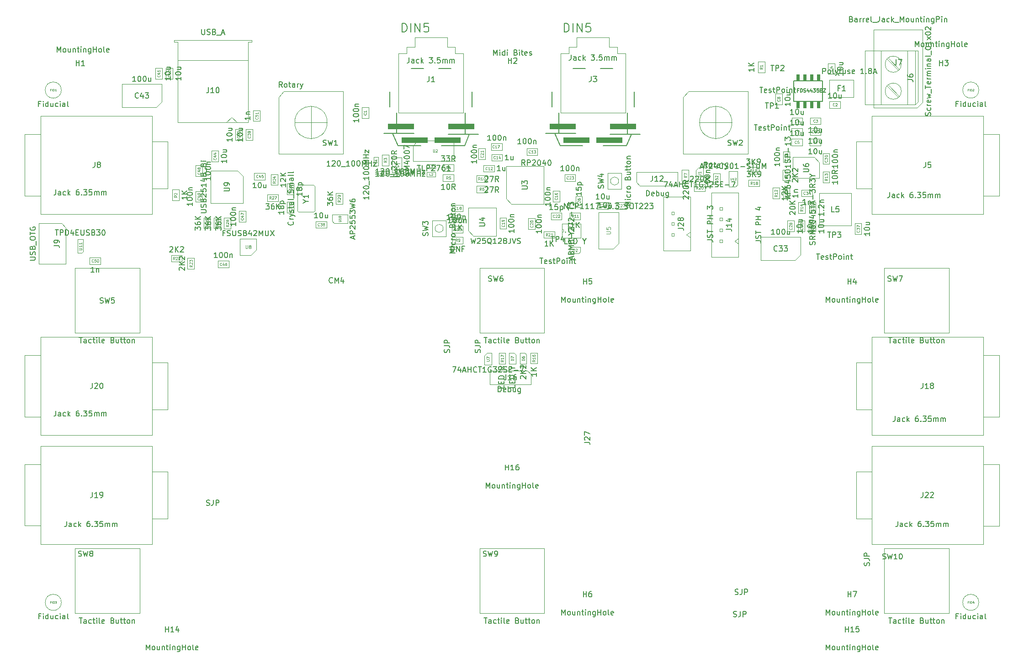
<source format=gbr>
%TF.GenerationSoftware,KiCad,Pcbnew,8.0.4+1*%
%TF.CreationDate,2024-10-15T21:48:33+00:00*%
%TF.ProjectId,pedalboard-hw,70656461-6c62-46f6-9172-642d68772e6b,4.0.0-RC1*%
%TF.SameCoordinates,Original*%
%TF.FileFunction,AssemblyDrawing,Top*%
%FSLAX46Y46*%
G04 Gerber Fmt 4.6, Leading zero omitted, Abs format (unit mm)*
G04 Created by KiCad (PCBNEW 8.0.4+1) date 2024-10-15 21:48:33*
%MOMM*%
%LPD*%
G01*
G04 APERTURE LIST*
%ADD10C,0.150000*%
%ADD11C,0.080000*%
%ADD12C,0.060000*%
%ADD13C,0.120000*%
%ADD14C,0.160020*%
%ADD15C,0.050000*%
%ADD16C,0.100000*%
%ADD17C,0.075000*%
%ADD18C,0.025400*%
%ADD19C,0.152400*%
%ADD20C,0.000000*%
%ADD21C,0.203200*%
%ADD22C,0.010000*%
G04 APERTURE END LIST*
D10*
X161426666Y-58364819D02*
X161998094Y-58364819D01*
X161712380Y-59364819D02*
X161712380Y-58364819D01*
X162712380Y-59317200D02*
X162617142Y-59364819D01*
X162617142Y-59364819D02*
X162426666Y-59364819D01*
X162426666Y-59364819D02*
X162331428Y-59317200D01*
X162331428Y-59317200D02*
X162283809Y-59221961D01*
X162283809Y-59221961D02*
X162283809Y-58841009D01*
X162283809Y-58841009D02*
X162331428Y-58745771D01*
X162331428Y-58745771D02*
X162426666Y-58698152D01*
X162426666Y-58698152D02*
X162617142Y-58698152D01*
X162617142Y-58698152D02*
X162712380Y-58745771D01*
X162712380Y-58745771D02*
X162759999Y-58841009D01*
X162759999Y-58841009D02*
X162759999Y-58936247D01*
X162759999Y-58936247D02*
X162283809Y-59031485D01*
X163140952Y-59317200D02*
X163236190Y-59364819D01*
X163236190Y-59364819D02*
X163426666Y-59364819D01*
X163426666Y-59364819D02*
X163521904Y-59317200D01*
X163521904Y-59317200D02*
X163569523Y-59221961D01*
X163569523Y-59221961D02*
X163569523Y-59174342D01*
X163569523Y-59174342D02*
X163521904Y-59079104D01*
X163521904Y-59079104D02*
X163426666Y-59031485D01*
X163426666Y-59031485D02*
X163283809Y-59031485D01*
X163283809Y-59031485D02*
X163188571Y-58983866D01*
X163188571Y-58983866D02*
X163140952Y-58888628D01*
X163140952Y-58888628D02*
X163140952Y-58841009D01*
X163140952Y-58841009D02*
X163188571Y-58745771D01*
X163188571Y-58745771D02*
X163283809Y-58698152D01*
X163283809Y-58698152D02*
X163426666Y-58698152D01*
X163426666Y-58698152D02*
X163521904Y-58745771D01*
X163855238Y-58698152D02*
X164236190Y-58698152D01*
X163998095Y-58364819D02*
X163998095Y-59221961D01*
X163998095Y-59221961D02*
X164045714Y-59317200D01*
X164045714Y-59317200D02*
X164140952Y-59364819D01*
X164140952Y-59364819D02*
X164236190Y-59364819D01*
X164569524Y-59364819D02*
X164569524Y-58364819D01*
X164569524Y-58364819D02*
X164950476Y-58364819D01*
X164950476Y-58364819D02*
X165045714Y-58412438D01*
X165045714Y-58412438D02*
X165093333Y-58460057D01*
X165093333Y-58460057D02*
X165140952Y-58555295D01*
X165140952Y-58555295D02*
X165140952Y-58698152D01*
X165140952Y-58698152D02*
X165093333Y-58793390D01*
X165093333Y-58793390D02*
X165045714Y-58841009D01*
X165045714Y-58841009D02*
X164950476Y-58888628D01*
X164950476Y-58888628D02*
X164569524Y-58888628D01*
X165712381Y-59364819D02*
X165617143Y-59317200D01*
X165617143Y-59317200D02*
X165569524Y-59269580D01*
X165569524Y-59269580D02*
X165521905Y-59174342D01*
X165521905Y-59174342D02*
X165521905Y-58888628D01*
X165521905Y-58888628D02*
X165569524Y-58793390D01*
X165569524Y-58793390D02*
X165617143Y-58745771D01*
X165617143Y-58745771D02*
X165712381Y-58698152D01*
X165712381Y-58698152D02*
X165855238Y-58698152D01*
X165855238Y-58698152D02*
X165950476Y-58745771D01*
X165950476Y-58745771D02*
X165998095Y-58793390D01*
X165998095Y-58793390D02*
X166045714Y-58888628D01*
X166045714Y-58888628D02*
X166045714Y-59174342D01*
X166045714Y-59174342D02*
X165998095Y-59269580D01*
X165998095Y-59269580D02*
X165950476Y-59317200D01*
X165950476Y-59317200D02*
X165855238Y-59364819D01*
X165855238Y-59364819D02*
X165712381Y-59364819D01*
X166474286Y-59364819D02*
X166474286Y-58698152D01*
X166474286Y-58364819D02*
X166426667Y-58412438D01*
X166426667Y-58412438D02*
X166474286Y-58460057D01*
X166474286Y-58460057D02*
X166521905Y-58412438D01*
X166521905Y-58412438D02*
X166474286Y-58364819D01*
X166474286Y-58364819D02*
X166474286Y-58460057D01*
X166950476Y-58698152D02*
X166950476Y-59364819D01*
X166950476Y-58793390D02*
X166998095Y-58745771D01*
X166998095Y-58745771D02*
X167093333Y-58698152D01*
X167093333Y-58698152D02*
X167236190Y-58698152D01*
X167236190Y-58698152D02*
X167331428Y-58745771D01*
X167331428Y-58745771D02*
X167379047Y-58841009D01*
X167379047Y-58841009D02*
X167379047Y-59364819D01*
X167712381Y-58698152D02*
X168093333Y-58698152D01*
X167855238Y-58364819D02*
X167855238Y-59221961D01*
X167855238Y-59221961D02*
X167902857Y-59317200D01*
X167902857Y-59317200D02*
X167998095Y-59364819D01*
X167998095Y-59364819D02*
X168093333Y-59364819D01*
X163498095Y-54314819D02*
X164069523Y-54314819D01*
X163783809Y-55314819D02*
X163783809Y-54314819D01*
X164402857Y-55314819D02*
X164402857Y-54314819D01*
X164402857Y-54314819D02*
X164783809Y-54314819D01*
X164783809Y-54314819D02*
X164879047Y-54362438D01*
X164879047Y-54362438D02*
X164926666Y-54410057D01*
X164926666Y-54410057D02*
X164974285Y-54505295D01*
X164974285Y-54505295D02*
X164974285Y-54648152D01*
X164974285Y-54648152D02*
X164926666Y-54743390D01*
X164926666Y-54743390D02*
X164879047Y-54791009D01*
X164879047Y-54791009D02*
X164783809Y-54838628D01*
X164783809Y-54838628D02*
X164402857Y-54838628D01*
X165307619Y-54314819D02*
X165926666Y-54314819D01*
X165926666Y-54314819D02*
X165593333Y-54695771D01*
X165593333Y-54695771D02*
X165736190Y-54695771D01*
X165736190Y-54695771D02*
X165831428Y-54743390D01*
X165831428Y-54743390D02*
X165879047Y-54791009D01*
X165879047Y-54791009D02*
X165926666Y-54886247D01*
X165926666Y-54886247D02*
X165926666Y-55124342D01*
X165926666Y-55124342D02*
X165879047Y-55219580D01*
X165879047Y-55219580D02*
X165831428Y-55267200D01*
X165831428Y-55267200D02*
X165736190Y-55314819D01*
X165736190Y-55314819D02*
X165450476Y-55314819D01*
X165450476Y-55314819D02*
X165355238Y-55267200D01*
X165355238Y-55267200D02*
X165307619Y-55219580D01*
X148540476Y-43054819D02*
X149159523Y-43054819D01*
X149159523Y-43054819D02*
X148826190Y-43435771D01*
X148826190Y-43435771D02*
X148969047Y-43435771D01*
X148969047Y-43435771D02*
X149064285Y-43483390D01*
X149064285Y-43483390D02*
X149111904Y-43531009D01*
X149111904Y-43531009D02*
X149159523Y-43626247D01*
X149159523Y-43626247D02*
X149159523Y-43864342D01*
X149159523Y-43864342D02*
X149111904Y-43959580D01*
X149111904Y-43959580D02*
X149064285Y-44007200D01*
X149064285Y-44007200D02*
X148969047Y-44054819D01*
X148969047Y-44054819D02*
X148683333Y-44054819D01*
X148683333Y-44054819D02*
X148588095Y-44007200D01*
X148588095Y-44007200D02*
X148540476Y-43959580D01*
X149588095Y-44054819D02*
X149588095Y-43054819D01*
X150159523Y-44054819D02*
X149730952Y-43483390D01*
X150159523Y-43054819D02*
X149588095Y-43626247D01*
X150635714Y-44054819D02*
X150826190Y-44054819D01*
X150826190Y-44054819D02*
X150921428Y-44007200D01*
X150921428Y-44007200D02*
X150969047Y-43959580D01*
X150969047Y-43959580D02*
X151064285Y-43816723D01*
X151064285Y-43816723D02*
X151111904Y-43626247D01*
X151111904Y-43626247D02*
X151111904Y-43245295D01*
X151111904Y-43245295D02*
X151064285Y-43150057D01*
X151064285Y-43150057D02*
X151016666Y-43102438D01*
X151016666Y-43102438D02*
X150921428Y-43054819D01*
X150921428Y-43054819D02*
X150730952Y-43054819D01*
X150730952Y-43054819D02*
X150635714Y-43102438D01*
X150635714Y-43102438D02*
X150588095Y-43150057D01*
X150588095Y-43150057D02*
X150540476Y-43245295D01*
X150540476Y-43245295D02*
X150540476Y-43483390D01*
X150540476Y-43483390D02*
X150588095Y-43578628D01*
X150588095Y-43578628D02*
X150635714Y-43626247D01*
X150635714Y-43626247D02*
X150730952Y-43673866D01*
X150730952Y-43673866D02*
X150921428Y-43673866D01*
X150921428Y-43673866D02*
X151016666Y-43626247D01*
X151016666Y-43626247D02*
X151064285Y-43578628D01*
X151064285Y-43578628D02*
X151111904Y-43483390D01*
D11*
X149528571Y-45477149D02*
X149361905Y-45239054D01*
X149242857Y-45477149D02*
X149242857Y-44977149D01*
X149242857Y-44977149D02*
X149433333Y-44977149D01*
X149433333Y-44977149D02*
X149480952Y-45000959D01*
X149480952Y-45000959D02*
X149504762Y-45024768D01*
X149504762Y-45024768D02*
X149528571Y-45072387D01*
X149528571Y-45072387D02*
X149528571Y-45143816D01*
X149528571Y-45143816D02*
X149504762Y-45191435D01*
X149504762Y-45191435D02*
X149480952Y-45215244D01*
X149480952Y-45215244D02*
X149433333Y-45239054D01*
X149433333Y-45239054D02*
X149242857Y-45239054D01*
X150004762Y-45477149D02*
X149719048Y-45477149D01*
X149861905Y-45477149D02*
X149861905Y-44977149D01*
X149861905Y-44977149D02*
X149814286Y-45048578D01*
X149814286Y-45048578D02*
X149766667Y-45096197D01*
X149766667Y-45096197D02*
X149719048Y-45120006D01*
X150290476Y-45191435D02*
X150242857Y-45167625D01*
X150242857Y-45167625D02*
X150219047Y-45143816D01*
X150219047Y-45143816D02*
X150195238Y-45096197D01*
X150195238Y-45096197D02*
X150195238Y-45072387D01*
X150195238Y-45072387D02*
X150219047Y-45024768D01*
X150219047Y-45024768D02*
X150242857Y-45000959D01*
X150242857Y-45000959D02*
X150290476Y-44977149D01*
X150290476Y-44977149D02*
X150385714Y-44977149D01*
X150385714Y-44977149D02*
X150433333Y-45000959D01*
X150433333Y-45000959D02*
X150457142Y-45024768D01*
X150457142Y-45024768D02*
X150480952Y-45072387D01*
X150480952Y-45072387D02*
X150480952Y-45096197D01*
X150480952Y-45096197D02*
X150457142Y-45143816D01*
X150457142Y-45143816D02*
X150433333Y-45167625D01*
X150433333Y-45167625D02*
X150385714Y-45191435D01*
X150385714Y-45191435D02*
X150290476Y-45191435D01*
X150290476Y-45191435D02*
X150242857Y-45215244D01*
X150242857Y-45215244D02*
X150219047Y-45239054D01*
X150219047Y-45239054D02*
X150195238Y-45286673D01*
X150195238Y-45286673D02*
X150195238Y-45381911D01*
X150195238Y-45381911D02*
X150219047Y-45429530D01*
X150219047Y-45429530D02*
X150242857Y-45453340D01*
X150242857Y-45453340D02*
X150290476Y-45477149D01*
X150290476Y-45477149D02*
X150385714Y-45477149D01*
X150385714Y-45477149D02*
X150433333Y-45453340D01*
X150433333Y-45453340D02*
X150457142Y-45429530D01*
X150457142Y-45429530D02*
X150480952Y-45381911D01*
X150480952Y-45381911D02*
X150480952Y-45286673D01*
X150480952Y-45286673D02*
X150457142Y-45239054D01*
X150457142Y-45239054D02*
X150433333Y-45215244D01*
X150433333Y-45215244D02*
X150385714Y-45191435D01*
D10*
X111675714Y-56914819D02*
X111104286Y-56914819D01*
X111390000Y-56914819D02*
X111390000Y-55914819D01*
X111390000Y-55914819D02*
X111294762Y-56057676D01*
X111294762Y-56057676D02*
X111199524Y-56152914D01*
X111199524Y-56152914D02*
X111104286Y-56200533D01*
X112104286Y-56914819D02*
X112104286Y-55914819D01*
X112675714Y-56914819D02*
X112247143Y-56343390D01*
X112675714Y-55914819D02*
X112104286Y-56486247D01*
D11*
X111568571Y-55037149D02*
X111401905Y-54799054D01*
X111282857Y-55037149D02*
X111282857Y-54537149D01*
X111282857Y-54537149D02*
X111473333Y-54537149D01*
X111473333Y-54537149D02*
X111520952Y-54560959D01*
X111520952Y-54560959D02*
X111544762Y-54584768D01*
X111544762Y-54584768D02*
X111568571Y-54632387D01*
X111568571Y-54632387D02*
X111568571Y-54703816D01*
X111568571Y-54703816D02*
X111544762Y-54751435D01*
X111544762Y-54751435D02*
X111520952Y-54775244D01*
X111520952Y-54775244D02*
X111473333Y-54799054D01*
X111473333Y-54799054D02*
X111282857Y-54799054D01*
X111759048Y-54584768D02*
X111782857Y-54560959D01*
X111782857Y-54560959D02*
X111830476Y-54537149D01*
X111830476Y-54537149D02*
X111949524Y-54537149D01*
X111949524Y-54537149D02*
X111997143Y-54560959D01*
X111997143Y-54560959D02*
X112020952Y-54584768D01*
X112020952Y-54584768D02*
X112044762Y-54632387D01*
X112044762Y-54632387D02*
X112044762Y-54680006D01*
X112044762Y-54680006D02*
X112020952Y-54751435D01*
X112020952Y-54751435D02*
X111735238Y-55037149D01*
X111735238Y-55037149D02*
X112044762Y-55037149D01*
X112520952Y-55037149D02*
X112235238Y-55037149D01*
X112378095Y-55037149D02*
X112378095Y-54537149D01*
X112378095Y-54537149D02*
X112330476Y-54608578D01*
X112330476Y-54608578D02*
X112282857Y-54656197D01*
X112282857Y-54656197D02*
X112235238Y-54680006D01*
D10*
X114630952Y-42974819D02*
X114059524Y-42974819D01*
X114345238Y-42974819D02*
X114345238Y-41974819D01*
X114345238Y-41974819D02*
X114250000Y-42117676D01*
X114250000Y-42117676D02*
X114154762Y-42212914D01*
X114154762Y-42212914D02*
X114059524Y-42260533D01*
X115250000Y-41974819D02*
X115345238Y-41974819D01*
X115345238Y-41974819D02*
X115440476Y-42022438D01*
X115440476Y-42022438D02*
X115488095Y-42070057D01*
X115488095Y-42070057D02*
X115535714Y-42165295D01*
X115535714Y-42165295D02*
X115583333Y-42355771D01*
X115583333Y-42355771D02*
X115583333Y-42593866D01*
X115583333Y-42593866D02*
X115535714Y-42784342D01*
X115535714Y-42784342D02*
X115488095Y-42879580D01*
X115488095Y-42879580D02*
X115440476Y-42927200D01*
X115440476Y-42927200D02*
X115345238Y-42974819D01*
X115345238Y-42974819D02*
X115250000Y-42974819D01*
X115250000Y-42974819D02*
X115154762Y-42927200D01*
X115154762Y-42927200D02*
X115107143Y-42879580D01*
X115107143Y-42879580D02*
X115059524Y-42784342D01*
X115059524Y-42784342D02*
X115011905Y-42593866D01*
X115011905Y-42593866D02*
X115011905Y-42355771D01*
X115011905Y-42355771D02*
X115059524Y-42165295D01*
X115059524Y-42165295D02*
X115107143Y-42070057D01*
X115107143Y-42070057D02*
X115154762Y-42022438D01*
X115154762Y-42022438D02*
X115250000Y-41974819D01*
X116202381Y-41974819D02*
X116297619Y-41974819D01*
X116297619Y-41974819D02*
X116392857Y-42022438D01*
X116392857Y-42022438D02*
X116440476Y-42070057D01*
X116440476Y-42070057D02*
X116488095Y-42165295D01*
X116488095Y-42165295D02*
X116535714Y-42355771D01*
X116535714Y-42355771D02*
X116535714Y-42593866D01*
X116535714Y-42593866D02*
X116488095Y-42784342D01*
X116488095Y-42784342D02*
X116440476Y-42879580D01*
X116440476Y-42879580D02*
X116392857Y-42927200D01*
X116392857Y-42927200D02*
X116297619Y-42974819D01*
X116297619Y-42974819D02*
X116202381Y-42974819D01*
X116202381Y-42974819D02*
X116107143Y-42927200D01*
X116107143Y-42927200D02*
X116059524Y-42879580D01*
X116059524Y-42879580D02*
X116011905Y-42784342D01*
X116011905Y-42784342D02*
X115964286Y-42593866D01*
X115964286Y-42593866D02*
X115964286Y-42355771D01*
X115964286Y-42355771D02*
X116011905Y-42165295D01*
X116011905Y-42165295D02*
X116059524Y-42070057D01*
X116059524Y-42070057D02*
X116107143Y-42022438D01*
X116107143Y-42022438D02*
X116202381Y-41974819D01*
X116964286Y-42308152D02*
X116964286Y-42974819D01*
X116964286Y-42403390D02*
X117011905Y-42355771D01*
X117011905Y-42355771D02*
X117107143Y-42308152D01*
X117107143Y-42308152D02*
X117250000Y-42308152D01*
X117250000Y-42308152D02*
X117345238Y-42355771D01*
X117345238Y-42355771D02*
X117392857Y-42451009D01*
X117392857Y-42451009D02*
X117392857Y-42974819D01*
D11*
X115428571Y-44449530D02*
X115404762Y-44473340D01*
X115404762Y-44473340D02*
X115333333Y-44497149D01*
X115333333Y-44497149D02*
X115285714Y-44497149D01*
X115285714Y-44497149D02*
X115214286Y-44473340D01*
X115214286Y-44473340D02*
X115166667Y-44425720D01*
X115166667Y-44425720D02*
X115142857Y-44378101D01*
X115142857Y-44378101D02*
X115119048Y-44282863D01*
X115119048Y-44282863D02*
X115119048Y-44211435D01*
X115119048Y-44211435D02*
X115142857Y-44116197D01*
X115142857Y-44116197D02*
X115166667Y-44068578D01*
X115166667Y-44068578D02*
X115214286Y-44020959D01*
X115214286Y-44020959D02*
X115285714Y-43997149D01*
X115285714Y-43997149D02*
X115333333Y-43997149D01*
X115333333Y-43997149D02*
X115404762Y-44020959D01*
X115404762Y-44020959D02*
X115428571Y-44044768D01*
X115619048Y-44044768D02*
X115642857Y-44020959D01*
X115642857Y-44020959D02*
X115690476Y-43997149D01*
X115690476Y-43997149D02*
X115809524Y-43997149D01*
X115809524Y-43997149D02*
X115857143Y-44020959D01*
X115857143Y-44020959D02*
X115880952Y-44044768D01*
X115880952Y-44044768D02*
X115904762Y-44092387D01*
X115904762Y-44092387D02*
X115904762Y-44140006D01*
X115904762Y-44140006D02*
X115880952Y-44211435D01*
X115880952Y-44211435D02*
X115595238Y-44497149D01*
X115595238Y-44497149D02*
X115904762Y-44497149D01*
X116071428Y-43997149D02*
X116380952Y-43997149D01*
X116380952Y-43997149D02*
X116214285Y-44187625D01*
X116214285Y-44187625D02*
X116285714Y-44187625D01*
X116285714Y-44187625D02*
X116333333Y-44211435D01*
X116333333Y-44211435D02*
X116357142Y-44235244D01*
X116357142Y-44235244D02*
X116380952Y-44282863D01*
X116380952Y-44282863D02*
X116380952Y-44401911D01*
X116380952Y-44401911D02*
X116357142Y-44449530D01*
X116357142Y-44449530D02*
X116333333Y-44473340D01*
X116333333Y-44473340D02*
X116285714Y-44497149D01*
X116285714Y-44497149D02*
X116142857Y-44497149D01*
X116142857Y-44497149D02*
X116095238Y-44473340D01*
X116095238Y-44473340D02*
X116071428Y-44449530D01*
D10*
X49144819Y-44079047D02*
X49144819Y-44650475D01*
X49144819Y-44364761D02*
X48144819Y-44364761D01*
X48144819Y-44364761D02*
X48287676Y-44459999D01*
X48287676Y-44459999D02*
X48382914Y-44555237D01*
X48382914Y-44555237D02*
X48430533Y-44650475D01*
X48144819Y-43459999D02*
X48144819Y-43364761D01*
X48144819Y-43364761D02*
X48192438Y-43269523D01*
X48192438Y-43269523D02*
X48240057Y-43221904D01*
X48240057Y-43221904D02*
X48335295Y-43174285D01*
X48335295Y-43174285D02*
X48525771Y-43126666D01*
X48525771Y-43126666D02*
X48763866Y-43126666D01*
X48763866Y-43126666D02*
X48954342Y-43174285D01*
X48954342Y-43174285D02*
X49049580Y-43221904D01*
X49049580Y-43221904D02*
X49097200Y-43269523D01*
X49097200Y-43269523D02*
X49144819Y-43364761D01*
X49144819Y-43364761D02*
X49144819Y-43459999D01*
X49144819Y-43459999D02*
X49097200Y-43555237D01*
X49097200Y-43555237D02*
X49049580Y-43602856D01*
X49049580Y-43602856D02*
X48954342Y-43650475D01*
X48954342Y-43650475D02*
X48763866Y-43698094D01*
X48763866Y-43698094D02*
X48525771Y-43698094D01*
X48525771Y-43698094D02*
X48335295Y-43650475D01*
X48335295Y-43650475D02*
X48240057Y-43602856D01*
X48240057Y-43602856D02*
X48192438Y-43555237D01*
X48192438Y-43555237D02*
X48144819Y-43459999D01*
X48144819Y-42507618D02*
X48144819Y-42412380D01*
X48144819Y-42412380D02*
X48192438Y-42317142D01*
X48192438Y-42317142D02*
X48240057Y-42269523D01*
X48240057Y-42269523D02*
X48335295Y-42221904D01*
X48335295Y-42221904D02*
X48525771Y-42174285D01*
X48525771Y-42174285D02*
X48763866Y-42174285D01*
X48763866Y-42174285D02*
X48954342Y-42221904D01*
X48954342Y-42221904D02*
X49049580Y-42269523D01*
X49049580Y-42269523D02*
X49097200Y-42317142D01*
X49097200Y-42317142D02*
X49144819Y-42412380D01*
X49144819Y-42412380D02*
X49144819Y-42507618D01*
X49144819Y-42507618D02*
X49097200Y-42602856D01*
X49097200Y-42602856D02*
X49049580Y-42650475D01*
X49049580Y-42650475D02*
X48954342Y-42698094D01*
X48954342Y-42698094D02*
X48763866Y-42745713D01*
X48763866Y-42745713D02*
X48525771Y-42745713D01*
X48525771Y-42745713D02*
X48335295Y-42698094D01*
X48335295Y-42698094D02*
X48240057Y-42650475D01*
X48240057Y-42650475D02*
X48192438Y-42602856D01*
X48192438Y-42602856D02*
X48144819Y-42507618D01*
X48478152Y-41745713D02*
X49144819Y-41745713D01*
X48573390Y-41745713D02*
X48525771Y-41698094D01*
X48525771Y-41698094D02*
X48478152Y-41602856D01*
X48478152Y-41602856D02*
X48478152Y-41459999D01*
X48478152Y-41459999D02*
X48525771Y-41364761D01*
X48525771Y-41364761D02*
X48621009Y-41317142D01*
X48621009Y-41317142D02*
X49144819Y-41317142D01*
D11*
X47189530Y-43281428D02*
X47213340Y-43305237D01*
X47213340Y-43305237D02*
X47237149Y-43376666D01*
X47237149Y-43376666D02*
X47237149Y-43424285D01*
X47237149Y-43424285D02*
X47213340Y-43495713D01*
X47213340Y-43495713D02*
X47165720Y-43543332D01*
X47165720Y-43543332D02*
X47118101Y-43567142D01*
X47118101Y-43567142D02*
X47022863Y-43590951D01*
X47022863Y-43590951D02*
X46951435Y-43590951D01*
X46951435Y-43590951D02*
X46856197Y-43567142D01*
X46856197Y-43567142D02*
X46808578Y-43543332D01*
X46808578Y-43543332D02*
X46760959Y-43495713D01*
X46760959Y-43495713D02*
X46737149Y-43424285D01*
X46737149Y-43424285D02*
X46737149Y-43376666D01*
X46737149Y-43376666D02*
X46760959Y-43305237D01*
X46760959Y-43305237D02*
X46784768Y-43281428D01*
X46903816Y-42852856D02*
X47237149Y-42852856D01*
X46713340Y-42971904D02*
X47070482Y-43090951D01*
X47070482Y-43090951D02*
X47070482Y-42781428D01*
X46951435Y-42519523D02*
X46927625Y-42567142D01*
X46927625Y-42567142D02*
X46903816Y-42590952D01*
X46903816Y-42590952D02*
X46856197Y-42614761D01*
X46856197Y-42614761D02*
X46832387Y-42614761D01*
X46832387Y-42614761D02*
X46784768Y-42590952D01*
X46784768Y-42590952D02*
X46760959Y-42567142D01*
X46760959Y-42567142D02*
X46737149Y-42519523D01*
X46737149Y-42519523D02*
X46737149Y-42424285D01*
X46737149Y-42424285D02*
X46760959Y-42376666D01*
X46760959Y-42376666D02*
X46784768Y-42352857D01*
X46784768Y-42352857D02*
X46832387Y-42329047D01*
X46832387Y-42329047D02*
X46856197Y-42329047D01*
X46856197Y-42329047D02*
X46903816Y-42352857D01*
X46903816Y-42352857D02*
X46927625Y-42376666D01*
X46927625Y-42376666D02*
X46951435Y-42424285D01*
X46951435Y-42424285D02*
X46951435Y-42519523D01*
X46951435Y-42519523D02*
X46975244Y-42567142D01*
X46975244Y-42567142D02*
X46999054Y-42590952D01*
X46999054Y-42590952D02*
X47046673Y-42614761D01*
X47046673Y-42614761D02*
X47141911Y-42614761D01*
X47141911Y-42614761D02*
X47189530Y-42590952D01*
X47189530Y-42590952D02*
X47213340Y-42567142D01*
X47213340Y-42567142D02*
X47237149Y-42519523D01*
X47237149Y-42519523D02*
X47237149Y-42424285D01*
X47237149Y-42424285D02*
X47213340Y-42376666D01*
X47213340Y-42376666D02*
X47189530Y-42352857D01*
X47189530Y-42352857D02*
X47141911Y-42329047D01*
X47141911Y-42329047D02*
X47046673Y-42329047D01*
X47046673Y-42329047D02*
X46999054Y-42352857D01*
X46999054Y-42352857D02*
X46975244Y-42376666D01*
X46975244Y-42376666D02*
X46951435Y-42424285D01*
D10*
X163214285Y-125304819D02*
X163214285Y-124304819D01*
X163214285Y-124304819D02*
X163547618Y-125019104D01*
X163547618Y-125019104D02*
X163880951Y-124304819D01*
X163880951Y-124304819D02*
X163880951Y-125304819D01*
X164499999Y-125304819D02*
X164404761Y-125257200D01*
X164404761Y-125257200D02*
X164357142Y-125209580D01*
X164357142Y-125209580D02*
X164309523Y-125114342D01*
X164309523Y-125114342D02*
X164309523Y-124828628D01*
X164309523Y-124828628D02*
X164357142Y-124733390D01*
X164357142Y-124733390D02*
X164404761Y-124685771D01*
X164404761Y-124685771D02*
X164499999Y-124638152D01*
X164499999Y-124638152D02*
X164642856Y-124638152D01*
X164642856Y-124638152D02*
X164738094Y-124685771D01*
X164738094Y-124685771D02*
X164785713Y-124733390D01*
X164785713Y-124733390D02*
X164833332Y-124828628D01*
X164833332Y-124828628D02*
X164833332Y-125114342D01*
X164833332Y-125114342D02*
X164785713Y-125209580D01*
X164785713Y-125209580D02*
X164738094Y-125257200D01*
X164738094Y-125257200D02*
X164642856Y-125304819D01*
X164642856Y-125304819D02*
X164499999Y-125304819D01*
X165690475Y-124638152D02*
X165690475Y-125304819D01*
X165261904Y-124638152D02*
X165261904Y-125161961D01*
X165261904Y-125161961D02*
X165309523Y-125257200D01*
X165309523Y-125257200D02*
X165404761Y-125304819D01*
X165404761Y-125304819D02*
X165547618Y-125304819D01*
X165547618Y-125304819D02*
X165642856Y-125257200D01*
X165642856Y-125257200D02*
X165690475Y-125209580D01*
X166166666Y-124638152D02*
X166166666Y-125304819D01*
X166166666Y-124733390D02*
X166214285Y-124685771D01*
X166214285Y-124685771D02*
X166309523Y-124638152D01*
X166309523Y-124638152D02*
X166452380Y-124638152D01*
X166452380Y-124638152D02*
X166547618Y-124685771D01*
X166547618Y-124685771D02*
X166595237Y-124781009D01*
X166595237Y-124781009D02*
X166595237Y-125304819D01*
X166928571Y-124638152D02*
X167309523Y-124638152D01*
X167071428Y-124304819D02*
X167071428Y-125161961D01*
X167071428Y-125161961D02*
X167119047Y-125257200D01*
X167119047Y-125257200D02*
X167214285Y-125304819D01*
X167214285Y-125304819D02*
X167309523Y-125304819D01*
X167642857Y-125304819D02*
X167642857Y-124638152D01*
X167642857Y-124304819D02*
X167595238Y-124352438D01*
X167595238Y-124352438D02*
X167642857Y-124400057D01*
X167642857Y-124400057D02*
X167690476Y-124352438D01*
X167690476Y-124352438D02*
X167642857Y-124304819D01*
X167642857Y-124304819D02*
X167642857Y-124400057D01*
X168119047Y-124638152D02*
X168119047Y-125304819D01*
X168119047Y-124733390D02*
X168166666Y-124685771D01*
X168166666Y-124685771D02*
X168261904Y-124638152D01*
X168261904Y-124638152D02*
X168404761Y-124638152D01*
X168404761Y-124638152D02*
X168499999Y-124685771D01*
X168499999Y-124685771D02*
X168547618Y-124781009D01*
X168547618Y-124781009D02*
X168547618Y-125304819D01*
X169452380Y-124638152D02*
X169452380Y-125447676D01*
X169452380Y-125447676D02*
X169404761Y-125542914D01*
X169404761Y-125542914D02*
X169357142Y-125590533D01*
X169357142Y-125590533D02*
X169261904Y-125638152D01*
X169261904Y-125638152D02*
X169119047Y-125638152D01*
X169119047Y-125638152D02*
X169023809Y-125590533D01*
X169452380Y-125257200D02*
X169357142Y-125304819D01*
X169357142Y-125304819D02*
X169166666Y-125304819D01*
X169166666Y-125304819D02*
X169071428Y-125257200D01*
X169071428Y-125257200D02*
X169023809Y-125209580D01*
X169023809Y-125209580D02*
X168976190Y-125114342D01*
X168976190Y-125114342D02*
X168976190Y-124828628D01*
X168976190Y-124828628D02*
X169023809Y-124733390D01*
X169023809Y-124733390D02*
X169071428Y-124685771D01*
X169071428Y-124685771D02*
X169166666Y-124638152D01*
X169166666Y-124638152D02*
X169357142Y-124638152D01*
X169357142Y-124638152D02*
X169452380Y-124685771D01*
X169928571Y-125304819D02*
X169928571Y-124304819D01*
X169928571Y-124781009D02*
X170499999Y-124781009D01*
X170499999Y-125304819D02*
X170499999Y-124304819D01*
X171119047Y-125304819D02*
X171023809Y-125257200D01*
X171023809Y-125257200D02*
X170976190Y-125209580D01*
X170976190Y-125209580D02*
X170928571Y-125114342D01*
X170928571Y-125114342D02*
X170928571Y-124828628D01*
X170928571Y-124828628D02*
X170976190Y-124733390D01*
X170976190Y-124733390D02*
X171023809Y-124685771D01*
X171023809Y-124685771D02*
X171119047Y-124638152D01*
X171119047Y-124638152D02*
X171261904Y-124638152D01*
X171261904Y-124638152D02*
X171357142Y-124685771D01*
X171357142Y-124685771D02*
X171404761Y-124733390D01*
X171404761Y-124733390D02*
X171452380Y-124828628D01*
X171452380Y-124828628D02*
X171452380Y-125114342D01*
X171452380Y-125114342D02*
X171404761Y-125209580D01*
X171404761Y-125209580D02*
X171357142Y-125257200D01*
X171357142Y-125257200D02*
X171261904Y-125304819D01*
X171261904Y-125304819D02*
X171119047Y-125304819D01*
X172023809Y-125304819D02*
X171928571Y-125257200D01*
X171928571Y-125257200D02*
X171880952Y-125161961D01*
X171880952Y-125161961D02*
X171880952Y-124304819D01*
X172785714Y-125257200D02*
X172690476Y-125304819D01*
X172690476Y-125304819D02*
X172500000Y-125304819D01*
X172500000Y-125304819D02*
X172404762Y-125257200D01*
X172404762Y-125257200D02*
X172357143Y-125161961D01*
X172357143Y-125161961D02*
X172357143Y-124781009D01*
X172357143Y-124781009D02*
X172404762Y-124685771D01*
X172404762Y-124685771D02*
X172500000Y-124638152D01*
X172500000Y-124638152D02*
X172690476Y-124638152D01*
X172690476Y-124638152D02*
X172785714Y-124685771D01*
X172785714Y-124685771D02*
X172833333Y-124781009D01*
X172833333Y-124781009D02*
X172833333Y-124876247D01*
X172833333Y-124876247D02*
X172357143Y-124971485D01*
X167238095Y-121954819D02*
X167238095Y-120954819D01*
X167238095Y-121431009D02*
X167809523Y-121431009D01*
X167809523Y-121954819D02*
X167809523Y-120954819D01*
X168190476Y-120954819D02*
X168857142Y-120954819D01*
X168857142Y-120954819D02*
X168428571Y-121954819D01*
X17619047Y-30534509D02*
X17285714Y-30534509D01*
X17285714Y-31058319D02*
X17285714Y-30058319D01*
X17285714Y-30058319D02*
X17761904Y-30058319D01*
X18142857Y-31058319D02*
X18142857Y-30391652D01*
X18142857Y-30058319D02*
X18095238Y-30105938D01*
X18095238Y-30105938D02*
X18142857Y-30153557D01*
X18142857Y-30153557D02*
X18190476Y-30105938D01*
X18190476Y-30105938D02*
X18142857Y-30058319D01*
X18142857Y-30058319D02*
X18142857Y-30153557D01*
X19047618Y-31058319D02*
X19047618Y-30058319D01*
X19047618Y-31010700D02*
X18952380Y-31058319D01*
X18952380Y-31058319D02*
X18761904Y-31058319D01*
X18761904Y-31058319D02*
X18666666Y-31010700D01*
X18666666Y-31010700D02*
X18619047Y-30963080D01*
X18619047Y-30963080D02*
X18571428Y-30867842D01*
X18571428Y-30867842D02*
X18571428Y-30582128D01*
X18571428Y-30582128D02*
X18619047Y-30486890D01*
X18619047Y-30486890D02*
X18666666Y-30439271D01*
X18666666Y-30439271D02*
X18761904Y-30391652D01*
X18761904Y-30391652D02*
X18952380Y-30391652D01*
X18952380Y-30391652D02*
X19047618Y-30439271D01*
X19952380Y-30391652D02*
X19952380Y-31058319D01*
X19523809Y-30391652D02*
X19523809Y-30915461D01*
X19523809Y-30915461D02*
X19571428Y-31010700D01*
X19571428Y-31010700D02*
X19666666Y-31058319D01*
X19666666Y-31058319D02*
X19809523Y-31058319D01*
X19809523Y-31058319D02*
X19904761Y-31010700D01*
X19904761Y-31010700D02*
X19952380Y-30963080D01*
X20857142Y-31010700D02*
X20761904Y-31058319D01*
X20761904Y-31058319D02*
X20571428Y-31058319D01*
X20571428Y-31058319D02*
X20476190Y-31010700D01*
X20476190Y-31010700D02*
X20428571Y-30963080D01*
X20428571Y-30963080D02*
X20380952Y-30867842D01*
X20380952Y-30867842D02*
X20380952Y-30582128D01*
X20380952Y-30582128D02*
X20428571Y-30486890D01*
X20428571Y-30486890D02*
X20476190Y-30439271D01*
X20476190Y-30439271D02*
X20571428Y-30391652D01*
X20571428Y-30391652D02*
X20761904Y-30391652D01*
X20761904Y-30391652D02*
X20857142Y-30439271D01*
X21285714Y-31058319D02*
X21285714Y-30391652D01*
X21285714Y-30058319D02*
X21238095Y-30105938D01*
X21238095Y-30105938D02*
X21285714Y-30153557D01*
X21285714Y-30153557D02*
X21333333Y-30105938D01*
X21333333Y-30105938D02*
X21285714Y-30058319D01*
X21285714Y-30058319D02*
X21285714Y-30153557D01*
X22190475Y-31058319D02*
X22190475Y-30534509D01*
X22190475Y-30534509D02*
X22142856Y-30439271D01*
X22142856Y-30439271D02*
X22047618Y-30391652D01*
X22047618Y-30391652D02*
X21857142Y-30391652D01*
X21857142Y-30391652D02*
X21761904Y-30439271D01*
X22190475Y-31010700D02*
X22095237Y-31058319D01*
X22095237Y-31058319D02*
X21857142Y-31058319D01*
X21857142Y-31058319D02*
X21761904Y-31010700D01*
X21761904Y-31010700D02*
X21714285Y-30915461D01*
X21714285Y-30915461D02*
X21714285Y-30820223D01*
X21714285Y-30820223D02*
X21761904Y-30724985D01*
X21761904Y-30724985D02*
X21857142Y-30677366D01*
X21857142Y-30677366D02*
X22095237Y-30677366D01*
X22095237Y-30677366D02*
X22190475Y-30629747D01*
X22809523Y-31058319D02*
X22714285Y-31010700D01*
X22714285Y-31010700D02*
X22666666Y-30915461D01*
X22666666Y-30915461D02*
X22666666Y-30058319D01*
D12*
X19571429Y-27972403D02*
X19438096Y-27972403D01*
X19438096Y-28181927D02*
X19438096Y-27781927D01*
X19438096Y-27781927D02*
X19628572Y-27781927D01*
X19780953Y-28181927D02*
X19780953Y-27781927D01*
X19971429Y-28181927D02*
X19971429Y-27781927D01*
X19971429Y-27781927D02*
X20066667Y-27781927D01*
X20066667Y-27781927D02*
X20123810Y-27800975D01*
X20123810Y-27800975D02*
X20161905Y-27839070D01*
X20161905Y-27839070D02*
X20180952Y-27877165D01*
X20180952Y-27877165D02*
X20200000Y-27953356D01*
X20200000Y-27953356D02*
X20200000Y-28010499D01*
X20200000Y-28010499D02*
X20180952Y-28086689D01*
X20180952Y-28086689D02*
X20161905Y-28124784D01*
X20161905Y-28124784D02*
X20123810Y-28162880D01*
X20123810Y-28162880D02*
X20066667Y-28181927D01*
X20066667Y-28181927D02*
X19971429Y-28181927D01*
X20580952Y-28181927D02*
X20352381Y-28181927D01*
X20466667Y-28181927D02*
X20466667Y-27781927D01*
X20466667Y-27781927D02*
X20428571Y-27839070D01*
X20428571Y-27839070D02*
X20390476Y-27877165D01*
X20390476Y-27877165D02*
X20352381Y-27896213D01*
D10*
X99998095Y-44050057D02*
X100045714Y-44002438D01*
X100045714Y-44002438D02*
X100140952Y-43954819D01*
X100140952Y-43954819D02*
X100379047Y-43954819D01*
X100379047Y-43954819D02*
X100474285Y-44002438D01*
X100474285Y-44002438D02*
X100521904Y-44050057D01*
X100521904Y-44050057D02*
X100569523Y-44145295D01*
X100569523Y-44145295D02*
X100569523Y-44240533D01*
X100569523Y-44240533D02*
X100521904Y-44383390D01*
X100521904Y-44383390D02*
X99950476Y-44954819D01*
X99950476Y-44954819D02*
X100569523Y-44954819D01*
X100902857Y-43954819D02*
X101569523Y-43954819D01*
X101569523Y-43954819D02*
X101140952Y-44954819D01*
X102521904Y-44954819D02*
X102188571Y-44478628D01*
X101950476Y-44954819D02*
X101950476Y-43954819D01*
X101950476Y-43954819D02*
X102331428Y-43954819D01*
X102331428Y-43954819D02*
X102426666Y-44002438D01*
X102426666Y-44002438D02*
X102474285Y-44050057D01*
X102474285Y-44050057D02*
X102521904Y-44145295D01*
X102521904Y-44145295D02*
X102521904Y-44288152D01*
X102521904Y-44288152D02*
X102474285Y-44383390D01*
X102474285Y-44383390D02*
X102426666Y-44431009D01*
X102426666Y-44431009D02*
X102331428Y-44478628D01*
X102331428Y-44478628D02*
X101950476Y-44478628D01*
D11*
X99078571Y-44687149D02*
X98911905Y-44449054D01*
X98792857Y-44687149D02*
X98792857Y-44187149D01*
X98792857Y-44187149D02*
X98983333Y-44187149D01*
X98983333Y-44187149D02*
X99030952Y-44210959D01*
X99030952Y-44210959D02*
X99054762Y-44234768D01*
X99054762Y-44234768D02*
X99078571Y-44282387D01*
X99078571Y-44282387D02*
X99078571Y-44353816D01*
X99078571Y-44353816D02*
X99054762Y-44401435D01*
X99054762Y-44401435D02*
X99030952Y-44425244D01*
X99030952Y-44425244D02*
X98983333Y-44449054D01*
X98983333Y-44449054D02*
X98792857Y-44449054D01*
X99554762Y-44687149D02*
X99269048Y-44687149D01*
X99411905Y-44687149D02*
X99411905Y-44187149D01*
X99411905Y-44187149D02*
X99364286Y-44258578D01*
X99364286Y-44258578D02*
X99316667Y-44306197D01*
X99316667Y-44306197D02*
X99269048Y-44330006D01*
X99864285Y-44187149D02*
X99911904Y-44187149D01*
X99911904Y-44187149D02*
X99959523Y-44210959D01*
X99959523Y-44210959D02*
X99983333Y-44234768D01*
X99983333Y-44234768D02*
X100007142Y-44282387D01*
X100007142Y-44282387D02*
X100030952Y-44377625D01*
X100030952Y-44377625D02*
X100030952Y-44496673D01*
X100030952Y-44496673D02*
X100007142Y-44591911D01*
X100007142Y-44591911D02*
X99983333Y-44639530D01*
X99983333Y-44639530D02*
X99959523Y-44663340D01*
X99959523Y-44663340D02*
X99911904Y-44687149D01*
X99911904Y-44687149D02*
X99864285Y-44687149D01*
X99864285Y-44687149D02*
X99816666Y-44663340D01*
X99816666Y-44663340D02*
X99792857Y-44639530D01*
X99792857Y-44639530D02*
X99769047Y-44591911D01*
X99769047Y-44591911D02*
X99745238Y-44496673D01*
X99745238Y-44496673D02*
X99745238Y-44377625D01*
X99745238Y-44377625D02*
X99769047Y-44282387D01*
X99769047Y-44282387D02*
X99792857Y-44234768D01*
X99792857Y-44234768D02*
X99816666Y-44210959D01*
X99816666Y-44210959D02*
X99864285Y-44187149D01*
D10*
X115952381Y-21454819D02*
X115952381Y-22169104D01*
X115952381Y-22169104D02*
X115904762Y-22311961D01*
X115904762Y-22311961D02*
X115809524Y-22407200D01*
X115809524Y-22407200D02*
X115666667Y-22454819D01*
X115666667Y-22454819D02*
X115571429Y-22454819D01*
X116857143Y-22454819D02*
X116857143Y-21931009D01*
X116857143Y-21931009D02*
X116809524Y-21835771D01*
X116809524Y-21835771D02*
X116714286Y-21788152D01*
X116714286Y-21788152D02*
X116523810Y-21788152D01*
X116523810Y-21788152D02*
X116428572Y-21835771D01*
X116857143Y-22407200D02*
X116761905Y-22454819D01*
X116761905Y-22454819D02*
X116523810Y-22454819D01*
X116523810Y-22454819D02*
X116428572Y-22407200D01*
X116428572Y-22407200D02*
X116380953Y-22311961D01*
X116380953Y-22311961D02*
X116380953Y-22216723D01*
X116380953Y-22216723D02*
X116428572Y-22121485D01*
X116428572Y-22121485D02*
X116523810Y-22073866D01*
X116523810Y-22073866D02*
X116761905Y-22073866D01*
X116761905Y-22073866D02*
X116857143Y-22026247D01*
X117761905Y-22407200D02*
X117666667Y-22454819D01*
X117666667Y-22454819D02*
X117476191Y-22454819D01*
X117476191Y-22454819D02*
X117380953Y-22407200D01*
X117380953Y-22407200D02*
X117333334Y-22359580D01*
X117333334Y-22359580D02*
X117285715Y-22264342D01*
X117285715Y-22264342D02*
X117285715Y-21978628D01*
X117285715Y-21978628D02*
X117333334Y-21883390D01*
X117333334Y-21883390D02*
X117380953Y-21835771D01*
X117380953Y-21835771D02*
X117476191Y-21788152D01*
X117476191Y-21788152D02*
X117666667Y-21788152D01*
X117666667Y-21788152D02*
X117761905Y-21835771D01*
X118190477Y-22454819D02*
X118190477Y-21454819D01*
X118285715Y-22073866D02*
X118571429Y-22454819D01*
X118571429Y-21788152D02*
X118190477Y-22169104D01*
X119666668Y-21454819D02*
X120285715Y-21454819D01*
X120285715Y-21454819D02*
X119952382Y-21835771D01*
X119952382Y-21835771D02*
X120095239Y-21835771D01*
X120095239Y-21835771D02*
X120190477Y-21883390D01*
X120190477Y-21883390D02*
X120238096Y-21931009D01*
X120238096Y-21931009D02*
X120285715Y-22026247D01*
X120285715Y-22026247D02*
X120285715Y-22264342D01*
X120285715Y-22264342D02*
X120238096Y-22359580D01*
X120238096Y-22359580D02*
X120190477Y-22407200D01*
X120190477Y-22407200D02*
X120095239Y-22454819D01*
X120095239Y-22454819D02*
X119809525Y-22454819D01*
X119809525Y-22454819D02*
X119714287Y-22407200D01*
X119714287Y-22407200D02*
X119666668Y-22359580D01*
X120714287Y-22359580D02*
X120761906Y-22407200D01*
X120761906Y-22407200D02*
X120714287Y-22454819D01*
X120714287Y-22454819D02*
X120666668Y-22407200D01*
X120666668Y-22407200D02*
X120714287Y-22359580D01*
X120714287Y-22359580D02*
X120714287Y-22454819D01*
X121666667Y-21454819D02*
X121190477Y-21454819D01*
X121190477Y-21454819D02*
X121142858Y-21931009D01*
X121142858Y-21931009D02*
X121190477Y-21883390D01*
X121190477Y-21883390D02*
X121285715Y-21835771D01*
X121285715Y-21835771D02*
X121523810Y-21835771D01*
X121523810Y-21835771D02*
X121619048Y-21883390D01*
X121619048Y-21883390D02*
X121666667Y-21931009D01*
X121666667Y-21931009D02*
X121714286Y-22026247D01*
X121714286Y-22026247D02*
X121714286Y-22264342D01*
X121714286Y-22264342D02*
X121666667Y-22359580D01*
X121666667Y-22359580D02*
X121619048Y-22407200D01*
X121619048Y-22407200D02*
X121523810Y-22454819D01*
X121523810Y-22454819D02*
X121285715Y-22454819D01*
X121285715Y-22454819D02*
X121190477Y-22407200D01*
X121190477Y-22407200D02*
X121142858Y-22359580D01*
X122142858Y-22454819D02*
X122142858Y-21788152D01*
X122142858Y-21883390D02*
X122190477Y-21835771D01*
X122190477Y-21835771D02*
X122285715Y-21788152D01*
X122285715Y-21788152D02*
X122428572Y-21788152D01*
X122428572Y-21788152D02*
X122523810Y-21835771D01*
X122523810Y-21835771D02*
X122571429Y-21931009D01*
X122571429Y-21931009D02*
X122571429Y-22454819D01*
X122571429Y-21931009D02*
X122619048Y-21835771D01*
X122619048Y-21835771D02*
X122714286Y-21788152D01*
X122714286Y-21788152D02*
X122857143Y-21788152D01*
X122857143Y-21788152D02*
X122952382Y-21835771D01*
X122952382Y-21835771D02*
X123000001Y-21931009D01*
X123000001Y-21931009D02*
X123000001Y-22454819D01*
X123476191Y-22454819D02*
X123476191Y-21788152D01*
X123476191Y-21883390D02*
X123523810Y-21835771D01*
X123523810Y-21835771D02*
X123619048Y-21788152D01*
X123619048Y-21788152D02*
X123761905Y-21788152D01*
X123761905Y-21788152D02*
X123857143Y-21835771D01*
X123857143Y-21835771D02*
X123904762Y-21931009D01*
X123904762Y-21931009D02*
X123904762Y-22454819D01*
X123904762Y-21931009D02*
X123952381Y-21835771D01*
X123952381Y-21835771D02*
X124047619Y-21788152D01*
X124047619Y-21788152D02*
X124190476Y-21788152D01*
X124190476Y-21788152D02*
X124285715Y-21835771D01*
X124285715Y-21835771D02*
X124333334Y-21931009D01*
X124333334Y-21931009D02*
X124333334Y-22454819D01*
X119666666Y-25454819D02*
X119666666Y-26169104D01*
X119666666Y-26169104D02*
X119619047Y-26311961D01*
X119619047Y-26311961D02*
X119523809Y-26407200D01*
X119523809Y-26407200D02*
X119380952Y-26454819D01*
X119380952Y-26454819D02*
X119285714Y-26454819D01*
X120047619Y-25454819D02*
X120666666Y-25454819D01*
X120666666Y-25454819D02*
X120333333Y-25835771D01*
X120333333Y-25835771D02*
X120476190Y-25835771D01*
X120476190Y-25835771D02*
X120571428Y-25883390D01*
X120571428Y-25883390D02*
X120619047Y-25931009D01*
X120619047Y-25931009D02*
X120666666Y-26026247D01*
X120666666Y-26026247D02*
X120666666Y-26264342D01*
X120666666Y-26264342D02*
X120619047Y-26359580D01*
X120619047Y-26359580D02*
X120571428Y-26407200D01*
X120571428Y-26407200D02*
X120476190Y-26454819D01*
X120476190Y-26454819D02*
X120190476Y-26454819D01*
X120190476Y-26454819D02*
X120095238Y-26407200D01*
X120095238Y-26407200D02*
X120047619Y-26359580D01*
X98454819Y-40969047D02*
X98454819Y-41540475D01*
X98454819Y-41254761D02*
X97454819Y-41254761D01*
X97454819Y-41254761D02*
X97597676Y-41349999D01*
X97597676Y-41349999D02*
X97692914Y-41445237D01*
X97692914Y-41445237D02*
X97740533Y-41540475D01*
X97454819Y-40349999D02*
X97454819Y-40254761D01*
X97454819Y-40254761D02*
X97502438Y-40159523D01*
X97502438Y-40159523D02*
X97550057Y-40111904D01*
X97550057Y-40111904D02*
X97645295Y-40064285D01*
X97645295Y-40064285D02*
X97835771Y-40016666D01*
X97835771Y-40016666D02*
X98073866Y-40016666D01*
X98073866Y-40016666D02*
X98264342Y-40064285D01*
X98264342Y-40064285D02*
X98359580Y-40111904D01*
X98359580Y-40111904D02*
X98407200Y-40159523D01*
X98407200Y-40159523D02*
X98454819Y-40254761D01*
X98454819Y-40254761D02*
X98454819Y-40349999D01*
X98454819Y-40349999D02*
X98407200Y-40445237D01*
X98407200Y-40445237D02*
X98359580Y-40492856D01*
X98359580Y-40492856D02*
X98264342Y-40540475D01*
X98264342Y-40540475D02*
X98073866Y-40588094D01*
X98073866Y-40588094D02*
X97835771Y-40588094D01*
X97835771Y-40588094D02*
X97645295Y-40540475D01*
X97645295Y-40540475D02*
X97550057Y-40492856D01*
X97550057Y-40492856D02*
X97502438Y-40445237D01*
X97502438Y-40445237D02*
X97454819Y-40349999D01*
X97454819Y-39397618D02*
X97454819Y-39302380D01*
X97454819Y-39302380D02*
X97502438Y-39207142D01*
X97502438Y-39207142D02*
X97550057Y-39159523D01*
X97550057Y-39159523D02*
X97645295Y-39111904D01*
X97645295Y-39111904D02*
X97835771Y-39064285D01*
X97835771Y-39064285D02*
X98073866Y-39064285D01*
X98073866Y-39064285D02*
X98264342Y-39111904D01*
X98264342Y-39111904D02*
X98359580Y-39159523D01*
X98359580Y-39159523D02*
X98407200Y-39207142D01*
X98407200Y-39207142D02*
X98454819Y-39302380D01*
X98454819Y-39302380D02*
X98454819Y-39397618D01*
X98454819Y-39397618D02*
X98407200Y-39492856D01*
X98407200Y-39492856D02*
X98359580Y-39540475D01*
X98359580Y-39540475D02*
X98264342Y-39588094D01*
X98264342Y-39588094D02*
X98073866Y-39635713D01*
X98073866Y-39635713D02*
X97835771Y-39635713D01*
X97835771Y-39635713D02*
X97645295Y-39588094D01*
X97645295Y-39588094D02*
X97550057Y-39540475D01*
X97550057Y-39540475D02*
X97502438Y-39492856D01*
X97502438Y-39492856D02*
X97454819Y-39397618D01*
X97788152Y-38635713D02*
X98454819Y-38635713D01*
X97883390Y-38635713D02*
X97835771Y-38588094D01*
X97835771Y-38588094D02*
X97788152Y-38492856D01*
X97788152Y-38492856D02*
X97788152Y-38349999D01*
X97788152Y-38349999D02*
X97835771Y-38254761D01*
X97835771Y-38254761D02*
X97931009Y-38207142D01*
X97931009Y-38207142D02*
X98454819Y-38207142D01*
D11*
X99619530Y-40171428D02*
X99643340Y-40195237D01*
X99643340Y-40195237D02*
X99667149Y-40266666D01*
X99667149Y-40266666D02*
X99667149Y-40314285D01*
X99667149Y-40314285D02*
X99643340Y-40385713D01*
X99643340Y-40385713D02*
X99595720Y-40433332D01*
X99595720Y-40433332D02*
X99548101Y-40457142D01*
X99548101Y-40457142D02*
X99452863Y-40480951D01*
X99452863Y-40480951D02*
X99381435Y-40480951D01*
X99381435Y-40480951D02*
X99286197Y-40457142D01*
X99286197Y-40457142D02*
X99238578Y-40433332D01*
X99238578Y-40433332D02*
X99190959Y-40385713D01*
X99190959Y-40385713D02*
X99167149Y-40314285D01*
X99167149Y-40314285D02*
X99167149Y-40266666D01*
X99167149Y-40266666D02*
X99190959Y-40195237D01*
X99190959Y-40195237D02*
X99214768Y-40171428D01*
X99214768Y-39980951D02*
X99190959Y-39957142D01*
X99190959Y-39957142D02*
X99167149Y-39909523D01*
X99167149Y-39909523D02*
X99167149Y-39790475D01*
X99167149Y-39790475D02*
X99190959Y-39742856D01*
X99190959Y-39742856D02*
X99214768Y-39719047D01*
X99214768Y-39719047D02*
X99262387Y-39695237D01*
X99262387Y-39695237D02*
X99310006Y-39695237D01*
X99310006Y-39695237D02*
X99381435Y-39719047D01*
X99381435Y-39719047D02*
X99667149Y-40004761D01*
X99667149Y-40004761D02*
X99667149Y-39695237D01*
X99667149Y-39219047D02*
X99667149Y-39504761D01*
X99667149Y-39361904D02*
X99167149Y-39361904D01*
X99167149Y-39361904D02*
X99238578Y-39409523D01*
X99238578Y-39409523D02*
X99286197Y-39457142D01*
X99286197Y-39457142D02*
X99310006Y-39504761D01*
D10*
X45784819Y-48859047D02*
X45784819Y-49430475D01*
X45784819Y-49144761D02*
X44784819Y-49144761D01*
X44784819Y-49144761D02*
X44927676Y-49239999D01*
X44927676Y-49239999D02*
X45022914Y-49335237D01*
X45022914Y-49335237D02*
X45070533Y-49430475D01*
X44784819Y-48239999D02*
X44784819Y-48144761D01*
X44784819Y-48144761D02*
X44832438Y-48049523D01*
X44832438Y-48049523D02*
X44880057Y-48001904D01*
X44880057Y-48001904D02*
X44975295Y-47954285D01*
X44975295Y-47954285D02*
X45165771Y-47906666D01*
X45165771Y-47906666D02*
X45403866Y-47906666D01*
X45403866Y-47906666D02*
X45594342Y-47954285D01*
X45594342Y-47954285D02*
X45689580Y-48001904D01*
X45689580Y-48001904D02*
X45737200Y-48049523D01*
X45737200Y-48049523D02*
X45784819Y-48144761D01*
X45784819Y-48144761D02*
X45784819Y-48239999D01*
X45784819Y-48239999D02*
X45737200Y-48335237D01*
X45737200Y-48335237D02*
X45689580Y-48382856D01*
X45689580Y-48382856D02*
X45594342Y-48430475D01*
X45594342Y-48430475D02*
X45403866Y-48478094D01*
X45403866Y-48478094D02*
X45165771Y-48478094D01*
X45165771Y-48478094D02*
X44975295Y-48430475D01*
X44975295Y-48430475D02*
X44880057Y-48382856D01*
X44880057Y-48382856D02*
X44832438Y-48335237D01*
X44832438Y-48335237D02*
X44784819Y-48239999D01*
X44784819Y-47287618D02*
X44784819Y-47192380D01*
X44784819Y-47192380D02*
X44832438Y-47097142D01*
X44832438Y-47097142D02*
X44880057Y-47049523D01*
X44880057Y-47049523D02*
X44975295Y-47001904D01*
X44975295Y-47001904D02*
X45165771Y-46954285D01*
X45165771Y-46954285D02*
X45403866Y-46954285D01*
X45403866Y-46954285D02*
X45594342Y-47001904D01*
X45594342Y-47001904D02*
X45689580Y-47049523D01*
X45689580Y-47049523D02*
X45737200Y-47097142D01*
X45737200Y-47097142D02*
X45784819Y-47192380D01*
X45784819Y-47192380D02*
X45784819Y-47287618D01*
X45784819Y-47287618D02*
X45737200Y-47382856D01*
X45737200Y-47382856D02*
X45689580Y-47430475D01*
X45689580Y-47430475D02*
X45594342Y-47478094D01*
X45594342Y-47478094D02*
X45403866Y-47525713D01*
X45403866Y-47525713D02*
X45165771Y-47525713D01*
X45165771Y-47525713D02*
X44975295Y-47478094D01*
X44975295Y-47478094D02*
X44880057Y-47430475D01*
X44880057Y-47430475D02*
X44832438Y-47382856D01*
X44832438Y-47382856D02*
X44784819Y-47287618D01*
X45118152Y-46525713D02*
X45784819Y-46525713D01*
X45213390Y-46525713D02*
X45165771Y-46478094D01*
X45165771Y-46478094D02*
X45118152Y-46382856D01*
X45118152Y-46382856D02*
X45118152Y-46239999D01*
X45118152Y-46239999D02*
X45165771Y-46144761D01*
X45165771Y-46144761D02*
X45261009Y-46097142D01*
X45261009Y-46097142D02*
X45784819Y-46097142D01*
D11*
X47189530Y-48061428D02*
X47213340Y-48085237D01*
X47213340Y-48085237D02*
X47237149Y-48156666D01*
X47237149Y-48156666D02*
X47237149Y-48204285D01*
X47237149Y-48204285D02*
X47213340Y-48275713D01*
X47213340Y-48275713D02*
X47165720Y-48323332D01*
X47165720Y-48323332D02*
X47118101Y-48347142D01*
X47118101Y-48347142D02*
X47022863Y-48370951D01*
X47022863Y-48370951D02*
X46951435Y-48370951D01*
X46951435Y-48370951D02*
X46856197Y-48347142D01*
X46856197Y-48347142D02*
X46808578Y-48323332D01*
X46808578Y-48323332D02*
X46760959Y-48275713D01*
X46760959Y-48275713D02*
X46737149Y-48204285D01*
X46737149Y-48204285D02*
X46737149Y-48156666D01*
X46737149Y-48156666D02*
X46760959Y-48085237D01*
X46760959Y-48085237D02*
X46784768Y-48061428D01*
X46903816Y-47632856D02*
X47237149Y-47632856D01*
X46713340Y-47751904D02*
X47070482Y-47870951D01*
X47070482Y-47870951D02*
X47070482Y-47561428D01*
X47237149Y-47347142D02*
X47237149Y-47251904D01*
X47237149Y-47251904D02*
X47213340Y-47204285D01*
X47213340Y-47204285D02*
X47189530Y-47180476D01*
X47189530Y-47180476D02*
X47118101Y-47132857D01*
X47118101Y-47132857D02*
X47022863Y-47109047D01*
X47022863Y-47109047D02*
X46832387Y-47109047D01*
X46832387Y-47109047D02*
X46784768Y-47132857D01*
X46784768Y-47132857D02*
X46760959Y-47156666D01*
X46760959Y-47156666D02*
X46737149Y-47204285D01*
X46737149Y-47204285D02*
X46737149Y-47299523D01*
X46737149Y-47299523D02*
X46760959Y-47347142D01*
X46760959Y-47347142D02*
X46784768Y-47370952D01*
X46784768Y-47370952D02*
X46832387Y-47394761D01*
X46832387Y-47394761D02*
X46951435Y-47394761D01*
X46951435Y-47394761D02*
X46999054Y-47370952D01*
X46999054Y-47370952D02*
X47022863Y-47347142D01*
X47022863Y-47347142D02*
X47046673Y-47299523D01*
X47046673Y-47299523D02*
X47046673Y-47204285D01*
X47046673Y-47204285D02*
X47022863Y-47156666D01*
X47022863Y-47156666D02*
X46999054Y-47132857D01*
X46999054Y-47132857D02*
X46951435Y-47109047D01*
D10*
X157974819Y-47326666D02*
X157974819Y-47898094D01*
X157974819Y-47612380D02*
X156974819Y-47612380D01*
X156974819Y-47612380D02*
X157117676Y-47707618D01*
X157117676Y-47707618D02*
X157212914Y-47802856D01*
X157212914Y-47802856D02*
X157260533Y-47898094D01*
X157308152Y-46898094D02*
X157974819Y-46898094D01*
X157403390Y-46898094D02*
X157355771Y-46850475D01*
X157355771Y-46850475D02*
X157308152Y-46755237D01*
X157308152Y-46755237D02*
X157308152Y-46612380D01*
X157308152Y-46612380D02*
X157355771Y-46517142D01*
X157355771Y-46517142D02*
X157451009Y-46469523D01*
X157451009Y-46469523D02*
X157974819Y-46469523D01*
D11*
X156019530Y-47481428D02*
X156043340Y-47505237D01*
X156043340Y-47505237D02*
X156067149Y-47576666D01*
X156067149Y-47576666D02*
X156067149Y-47624285D01*
X156067149Y-47624285D02*
X156043340Y-47695713D01*
X156043340Y-47695713D02*
X155995720Y-47743332D01*
X155995720Y-47743332D02*
X155948101Y-47767142D01*
X155948101Y-47767142D02*
X155852863Y-47790951D01*
X155852863Y-47790951D02*
X155781435Y-47790951D01*
X155781435Y-47790951D02*
X155686197Y-47767142D01*
X155686197Y-47767142D02*
X155638578Y-47743332D01*
X155638578Y-47743332D02*
X155590959Y-47695713D01*
X155590959Y-47695713D02*
X155567149Y-47624285D01*
X155567149Y-47624285D02*
X155567149Y-47576666D01*
X155567149Y-47576666D02*
X155590959Y-47505237D01*
X155590959Y-47505237D02*
X155614768Y-47481428D01*
X155614768Y-47290951D02*
X155590959Y-47267142D01*
X155590959Y-47267142D02*
X155567149Y-47219523D01*
X155567149Y-47219523D02*
X155567149Y-47100475D01*
X155567149Y-47100475D02*
X155590959Y-47052856D01*
X155590959Y-47052856D02*
X155614768Y-47029047D01*
X155614768Y-47029047D02*
X155662387Y-47005237D01*
X155662387Y-47005237D02*
X155710006Y-47005237D01*
X155710006Y-47005237D02*
X155781435Y-47029047D01*
X155781435Y-47029047D02*
X156067149Y-47314761D01*
X156067149Y-47314761D02*
X156067149Y-47005237D01*
X156067149Y-46767142D02*
X156067149Y-46671904D01*
X156067149Y-46671904D02*
X156043340Y-46624285D01*
X156043340Y-46624285D02*
X156019530Y-46600476D01*
X156019530Y-46600476D02*
X155948101Y-46552857D01*
X155948101Y-46552857D02*
X155852863Y-46529047D01*
X155852863Y-46529047D02*
X155662387Y-46529047D01*
X155662387Y-46529047D02*
X155614768Y-46552857D01*
X155614768Y-46552857D02*
X155590959Y-46576666D01*
X155590959Y-46576666D02*
X155567149Y-46624285D01*
X155567149Y-46624285D02*
X155567149Y-46719523D01*
X155567149Y-46719523D02*
X155590959Y-46767142D01*
X155590959Y-46767142D02*
X155614768Y-46790952D01*
X155614768Y-46790952D02*
X155662387Y-46814761D01*
X155662387Y-46814761D02*
X155781435Y-46814761D01*
X155781435Y-46814761D02*
X155829054Y-46790952D01*
X155829054Y-46790952D02*
X155852863Y-46767142D01*
X155852863Y-46767142D02*
X155876673Y-46719523D01*
X155876673Y-46719523D02*
X155876673Y-46624285D01*
X155876673Y-46624285D02*
X155852863Y-46576666D01*
X155852863Y-46576666D02*
X155829054Y-46552857D01*
X155829054Y-46552857D02*
X155781435Y-46529047D01*
D10*
X187624662Y-30528894D02*
X187291329Y-30528894D01*
X187291329Y-31052704D02*
X187291329Y-30052704D01*
X187291329Y-30052704D02*
X187767519Y-30052704D01*
X188148472Y-31052704D02*
X188148472Y-30386037D01*
X188148472Y-30052704D02*
X188100853Y-30100323D01*
X188100853Y-30100323D02*
X188148472Y-30147942D01*
X188148472Y-30147942D02*
X188196091Y-30100323D01*
X188196091Y-30100323D02*
X188148472Y-30052704D01*
X188148472Y-30052704D02*
X188148472Y-30147942D01*
X189053233Y-31052704D02*
X189053233Y-30052704D01*
X189053233Y-31005085D02*
X188957995Y-31052704D01*
X188957995Y-31052704D02*
X188767519Y-31052704D01*
X188767519Y-31052704D02*
X188672281Y-31005085D01*
X188672281Y-31005085D02*
X188624662Y-30957465D01*
X188624662Y-30957465D02*
X188577043Y-30862227D01*
X188577043Y-30862227D02*
X188577043Y-30576513D01*
X188577043Y-30576513D02*
X188624662Y-30481275D01*
X188624662Y-30481275D02*
X188672281Y-30433656D01*
X188672281Y-30433656D02*
X188767519Y-30386037D01*
X188767519Y-30386037D02*
X188957995Y-30386037D01*
X188957995Y-30386037D02*
X189053233Y-30433656D01*
X189957995Y-30386037D02*
X189957995Y-31052704D01*
X189529424Y-30386037D02*
X189529424Y-30909846D01*
X189529424Y-30909846D02*
X189577043Y-31005085D01*
X189577043Y-31005085D02*
X189672281Y-31052704D01*
X189672281Y-31052704D02*
X189815138Y-31052704D01*
X189815138Y-31052704D02*
X189910376Y-31005085D01*
X189910376Y-31005085D02*
X189957995Y-30957465D01*
X190862757Y-31005085D02*
X190767519Y-31052704D01*
X190767519Y-31052704D02*
X190577043Y-31052704D01*
X190577043Y-31052704D02*
X190481805Y-31005085D01*
X190481805Y-31005085D02*
X190434186Y-30957465D01*
X190434186Y-30957465D02*
X190386567Y-30862227D01*
X190386567Y-30862227D02*
X190386567Y-30576513D01*
X190386567Y-30576513D02*
X190434186Y-30481275D01*
X190434186Y-30481275D02*
X190481805Y-30433656D01*
X190481805Y-30433656D02*
X190577043Y-30386037D01*
X190577043Y-30386037D02*
X190767519Y-30386037D01*
X190767519Y-30386037D02*
X190862757Y-30433656D01*
X191291329Y-31052704D02*
X191291329Y-30386037D01*
X191291329Y-30052704D02*
X191243710Y-30100323D01*
X191243710Y-30100323D02*
X191291329Y-30147942D01*
X191291329Y-30147942D02*
X191338948Y-30100323D01*
X191338948Y-30100323D02*
X191291329Y-30052704D01*
X191291329Y-30052704D02*
X191291329Y-30147942D01*
X192196090Y-31052704D02*
X192196090Y-30528894D01*
X192196090Y-30528894D02*
X192148471Y-30433656D01*
X192148471Y-30433656D02*
X192053233Y-30386037D01*
X192053233Y-30386037D02*
X191862757Y-30386037D01*
X191862757Y-30386037D02*
X191767519Y-30433656D01*
X192196090Y-31005085D02*
X192100852Y-31052704D01*
X192100852Y-31052704D02*
X191862757Y-31052704D01*
X191862757Y-31052704D02*
X191767519Y-31005085D01*
X191767519Y-31005085D02*
X191719900Y-30909846D01*
X191719900Y-30909846D02*
X191719900Y-30814608D01*
X191719900Y-30814608D02*
X191767519Y-30719370D01*
X191767519Y-30719370D02*
X191862757Y-30671751D01*
X191862757Y-30671751D02*
X192100852Y-30671751D01*
X192100852Y-30671751D02*
X192196090Y-30624132D01*
X192815138Y-31052704D02*
X192719900Y-31005085D01*
X192719900Y-31005085D02*
X192672281Y-30909846D01*
X192672281Y-30909846D02*
X192672281Y-30052704D01*
D12*
X189577044Y-27966788D02*
X189443711Y-27966788D01*
X189443711Y-28176312D02*
X189443711Y-27776312D01*
X189443711Y-27776312D02*
X189634187Y-27776312D01*
X189786568Y-28176312D02*
X189786568Y-27776312D01*
X189977044Y-28176312D02*
X189977044Y-27776312D01*
X189977044Y-27776312D02*
X190072282Y-27776312D01*
X190072282Y-27776312D02*
X190129425Y-27795360D01*
X190129425Y-27795360D02*
X190167520Y-27833455D01*
X190167520Y-27833455D02*
X190186567Y-27871550D01*
X190186567Y-27871550D02*
X190205615Y-27947741D01*
X190205615Y-27947741D02*
X190205615Y-28004884D01*
X190205615Y-28004884D02*
X190186567Y-28081074D01*
X190186567Y-28081074D02*
X190167520Y-28119169D01*
X190167520Y-28119169D02*
X190129425Y-28157265D01*
X190129425Y-28157265D02*
X190072282Y-28176312D01*
X190072282Y-28176312D02*
X189977044Y-28176312D01*
X190357996Y-27814407D02*
X190377044Y-27795360D01*
X190377044Y-27795360D02*
X190415139Y-27776312D01*
X190415139Y-27776312D02*
X190510377Y-27776312D01*
X190510377Y-27776312D02*
X190548472Y-27795360D01*
X190548472Y-27795360D02*
X190567520Y-27814407D01*
X190567520Y-27814407D02*
X190586567Y-27852503D01*
X190586567Y-27852503D02*
X190586567Y-27890598D01*
X190586567Y-27890598D02*
X190567520Y-27947741D01*
X190567520Y-27947741D02*
X190338948Y-28176312D01*
X190338948Y-28176312D02*
X190586567Y-28176312D01*
D10*
X149886666Y-34434819D02*
X150458094Y-34434819D01*
X150172380Y-35434819D02*
X150172380Y-34434819D01*
X151172380Y-35387200D02*
X151077142Y-35434819D01*
X151077142Y-35434819D02*
X150886666Y-35434819D01*
X150886666Y-35434819D02*
X150791428Y-35387200D01*
X150791428Y-35387200D02*
X150743809Y-35291961D01*
X150743809Y-35291961D02*
X150743809Y-34911009D01*
X150743809Y-34911009D02*
X150791428Y-34815771D01*
X150791428Y-34815771D02*
X150886666Y-34768152D01*
X150886666Y-34768152D02*
X151077142Y-34768152D01*
X151077142Y-34768152D02*
X151172380Y-34815771D01*
X151172380Y-34815771D02*
X151219999Y-34911009D01*
X151219999Y-34911009D02*
X151219999Y-35006247D01*
X151219999Y-35006247D02*
X150743809Y-35101485D01*
X151600952Y-35387200D02*
X151696190Y-35434819D01*
X151696190Y-35434819D02*
X151886666Y-35434819D01*
X151886666Y-35434819D02*
X151981904Y-35387200D01*
X151981904Y-35387200D02*
X152029523Y-35291961D01*
X152029523Y-35291961D02*
X152029523Y-35244342D01*
X152029523Y-35244342D02*
X151981904Y-35149104D01*
X151981904Y-35149104D02*
X151886666Y-35101485D01*
X151886666Y-35101485D02*
X151743809Y-35101485D01*
X151743809Y-35101485D02*
X151648571Y-35053866D01*
X151648571Y-35053866D02*
X151600952Y-34958628D01*
X151600952Y-34958628D02*
X151600952Y-34911009D01*
X151600952Y-34911009D02*
X151648571Y-34815771D01*
X151648571Y-34815771D02*
X151743809Y-34768152D01*
X151743809Y-34768152D02*
X151886666Y-34768152D01*
X151886666Y-34768152D02*
X151981904Y-34815771D01*
X152315238Y-34768152D02*
X152696190Y-34768152D01*
X152458095Y-34434819D02*
X152458095Y-35291961D01*
X152458095Y-35291961D02*
X152505714Y-35387200D01*
X152505714Y-35387200D02*
X152600952Y-35434819D01*
X152600952Y-35434819D02*
X152696190Y-35434819D01*
X153029524Y-35434819D02*
X153029524Y-34434819D01*
X153029524Y-34434819D02*
X153410476Y-34434819D01*
X153410476Y-34434819D02*
X153505714Y-34482438D01*
X153505714Y-34482438D02*
X153553333Y-34530057D01*
X153553333Y-34530057D02*
X153600952Y-34625295D01*
X153600952Y-34625295D02*
X153600952Y-34768152D01*
X153600952Y-34768152D02*
X153553333Y-34863390D01*
X153553333Y-34863390D02*
X153505714Y-34911009D01*
X153505714Y-34911009D02*
X153410476Y-34958628D01*
X153410476Y-34958628D02*
X153029524Y-34958628D01*
X154172381Y-35434819D02*
X154077143Y-35387200D01*
X154077143Y-35387200D02*
X154029524Y-35339580D01*
X154029524Y-35339580D02*
X153981905Y-35244342D01*
X153981905Y-35244342D02*
X153981905Y-34958628D01*
X153981905Y-34958628D02*
X154029524Y-34863390D01*
X154029524Y-34863390D02*
X154077143Y-34815771D01*
X154077143Y-34815771D02*
X154172381Y-34768152D01*
X154172381Y-34768152D02*
X154315238Y-34768152D01*
X154315238Y-34768152D02*
X154410476Y-34815771D01*
X154410476Y-34815771D02*
X154458095Y-34863390D01*
X154458095Y-34863390D02*
X154505714Y-34958628D01*
X154505714Y-34958628D02*
X154505714Y-35244342D01*
X154505714Y-35244342D02*
X154458095Y-35339580D01*
X154458095Y-35339580D02*
X154410476Y-35387200D01*
X154410476Y-35387200D02*
X154315238Y-35434819D01*
X154315238Y-35434819D02*
X154172381Y-35434819D01*
X154934286Y-35434819D02*
X154934286Y-34768152D01*
X154934286Y-34434819D02*
X154886667Y-34482438D01*
X154886667Y-34482438D02*
X154934286Y-34530057D01*
X154934286Y-34530057D02*
X154981905Y-34482438D01*
X154981905Y-34482438D02*
X154934286Y-34434819D01*
X154934286Y-34434819D02*
X154934286Y-34530057D01*
X155410476Y-34768152D02*
X155410476Y-35434819D01*
X155410476Y-34863390D02*
X155458095Y-34815771D01*
X155458095Y-34815771D02*
X155553333Y-34768152D01*
X155553333Y-34768152D02*
X155696190Y-34768152D01*
X155696190Y-34768152D02*
X155791428Y-34815771D01*
X155791428Y-34815771D02*
X155839047Y-34911009D01*
X155839047Y-34911009D02*
X155839047Y-35434819D01*
X156172381Y-34768152D02*
X156553333Y-34768152D01*
X156315238Y-34434819D02*
X156315238Y-35291961D01*
X156315238Y-35291961D02*
X156362857Y-35387200D01*
X156362857Y-35387200D02*
X156458095Y-35434819D01*
X156458095Y-35434819D02*
X156553333Y-35434819D01*
X151958095Y-30384819D02*
X152529523Y-30384819D01*
X152243809Y-31384819D02*
X152243809Y-30384819D01*
X152862857Y-31384819D02*
X152862857Y-30384819D01*
X152862857Y-30384819D02*
X153243809Y-30384819D01*
X153243809Y-30384819D02*
X153339047Y-30432438D01*
X153339047Y-30432438D02*
X153386666Y-30480057D01*
X153386666Y-30480057D02*
X153434285Y-30575295D01*
X153434285Y-30575295D02*
X153434285Y-30718152D01*
X153434285Y-30718152D02*
X153386666Y-30813390D01*
X153386666Y-30813390D02*
X153339047Y-30861009D01*
X153339047Y-30861009D02*
X153243809Y-30908628D01*
X153243809Y-30908628D02*
X152862857Y-30908628D01*
X154386666Y-31384819D02*
X153815238Y-31384819D01*
X154100952Y-31384819D02*
X154100952Y-30384819D01*
X154100952Y-30384819D02*
X154005714Y-30527676D01*
X154005714Y-30527676D02*
X153910476Y-30622914D01*
X153910476Y-30622914D02*
X153815238Y-30670533D01*
X93723214Y-57954819D02*
X93723214Y-56954819D01*
X93723214Y-56954819D02*
X93961309Y-56954819D01*
X93961309Y-56954819D02*
X94104166Y-57002438D01*
X94104166Y-57002438D02*
X94199404Y-57097676D01*
X94199404Y-57097676D02*
X94247023Y-57192914D01*
X94247023Y-57192914D02*
X94294642Y-57383390D01*
X94294642Y-57383390D02*
X94294642Y-57526247D01*
X94294642Y-57526247D02*
X94247023Y-57716723D01*
X94247023Y-57716723D02*
X94199404Y-57811961D01*
X94199404Y-57811961D02*
X94104166Y-57907200D01*
X94104166Y-57907200D02*
X93961309Y-57954819D01*
X93961309Y-57954819D02*
X93723214Y-57954819D01*
X94723214Y-57954819D02*
X94723214Y-56954819D01*
X94723214Y-56954819D02*
X95294642Y-57954819D01*
X95294642Y-57954819D02*
X95294642Y-56954819D01*
X96104166Y-57431009D02*
X95770833Y-57431009D01*
X95770833Y-57954819D02*
X95770833Y-56954819D01*
X95770833Y-56954819D02*
X96247023Y-56954819D01*
D11*
X94854166Y-56077149D02*
X94687500Y-55839054D01*
X94568452Y-56077149D02*
X94568452Y-55577149D01*
X94568452Y-55577149D02*
X94758928Y-55577149D01*
X94758928Y-55577149D02*
X94806547Y-55600959D01*
X94806547Y-55600959D02*
X94830357Y-55624768D01*
X94830357Y-55624768D02*
X94854166Y-55672387D01*
X94854166Y-55672387D02*
X94854166Y-55743816D01*
X94854166Y-55743816D02*
X94830357Y-55791435D01*
X94830357Y-55791435D02*
X94806547Y-55815244D01*
X94806547Y-55815244D02*
X94758928Y-55839054D01*
X94758928Y-55839054D02*
X94568452Y-55839054D01*
X95092262Y-56077149D02*
X95187500Y-56077149D01*
X95187500Y-56077149D02*
X95235119Y-56053340D01*
X95235119Y-56053340D02*
X95258928Y-56029530D01*
X95258928Y-56029530D02*
X95306547Y-55958101D01*
X95306547Y-55958101D02*
X95330357Y-55862863D01*
X95330357Y-55862863D02*
X95330357Y-55672387D01*
X95330357Y-55672387D02*
X95306547Y-55624768D01*
X95306547Y-55624768D02*
X95282738Y-55600959D01*
X95282738Y-55600959D02*
X95235119Y-55577149D01*
X95235119Y-55577149D02*
X95139881Y-55577149D01*
X95139881Y-55577149D02*
X95092262Y-55600959D01*
X95092262Y-55600959D02*
X95068452Y-55624768D01*
X95068452Y-55624768D02*
X95044643Y-55672387D01*
X95044643Y-55672387D02*
X95044643Y-55791435D01*
X95044643Y-55791435D02*
X95068452Y-55839054D01*
X95068452Y-55839054D02*
X95092262Y-55862863D01*
X95092262Y-55862863D02*
X95139881Y-55886673D01*
X95139881Y-55886673D02*
X95235119Y-55886673D01*
X95235119Y-55886673D02*
X95282738Y-55862863D01*
X95282738Y-55862863D02*
X95306547Y-55839054D01*
X95306547Y-55839054D02*
X95330357Y-55791435D01*
D10*
X20476190Y-46454819D02*
X20476190Y-47169104D01*
X20476190Y-47169104D02*
X20428571Y-47311961D01*
X20428571Y-47311961D02*
X20333333Y-47407200D01*
X20333333Y-47407200D02*
X20190476Y-47454819D01*
X20190476Y-47454819D02*
X20095238Y-47454819D01*
X21380952Y-47454819D02*
X21380952Y-46931009D01*
X21380952Y-46931009D02*
X21333333Y-46835771D01*
X21333333Y-46835771D02*
X21238095Y-46788152D01*
X21238095Y-46788152D02*
X21047619Y-46788152D01*
X21047619Y-46788152D02*
X20952381Y-46835771D01*
X21380952Y-47407200D02*
X21285714Y-47454819D01*
X21285714Y-47454819D02*
X21047619Y-47454819D01*
X21047619Y-47454819D02*
X20952381Y-47407200D01*
X20952381Y-47407200D02*
X20904762Y-47311961D01*
X20904762Y-47311961D02*
X20904762Y-47216723D01*
X20904762Y-47216723D02*
X20952381Y-47121485D01*
X20952381Y-47121485D02*
X21047619Y-47073866D01*
X21047619Y-47073866D02*
X21285714Y-47073866D01*
X21285714Y-47073866D02*
X21380952Y-47026247D01*
X22285714Y-47407200D02*
X22190476Y-47454819D01*
X22190476Y-47454819D02*
X22000000Y-47454819D01*
X22000000Y-47454819D02*
X21904762Y-47407200D01*
X21904762Y-47407200D02*
X21857143Y-47359580D01*
X21857143Y-47359580D02*
X21809524Y-47264342D01*
X21809524Y-47264342D02*
X21809524Y-46978628D01*
X21809524Y-46978628D02*
X21857143Y-46883390D01*
X21857143Y-46883390D02*
X21904762Y-46835771D01*
X21904762Y-46835771D02*
X22000000Y-46788152D01*
X22000000Y-46788152D02*
X22190476Y-46788152D01*
X22190476Y-46788152D02*
X22285714Y-46835771D01*
X22714286Y-47454819D02*
X22714286Y-46454819D01*
X22809524Y-47073866D02*
X23095238Y-47454819D01*
X23095238Y-46788152D02*
X22714286Y-47169104D01*
X24714286Y-46454819D02*
X24523810Y-46454819D01*
X24523810Y-46454819D02*
X24428572Y-46502438D01*
X24428572Y-46502438D02*
X24380953Y-46550057D01*
X24380953Y-46550057D02*
X24285715Y-46692914D01*
X24285715Y-46692914D02*
X24238096Y-46883390D01*
X24238096Y-46883390D02*
X24238096Y-47264342D01*
X24238096Y-47264342D02*
X24285715Y-47359580D01*
X24285715Y-47359580D02*
X24333334Y-47407200D01*
X24333334Y-47407200D02*
X24428572Y-47454819D01*
X24428572Y-47454819D02*
X24619048Y-47454819D01*
X24619048Y-47454819D02*
X24714286Y-47407200D01*
X24714286Y-47407200D02*
X24761905Y-47359580D01*
X24761905Y-47359580D02*
X24809524Y-47264342D01*
X24809524Y-47264342D02*
X24809524Y-47026247D01*
X24809524Y-47026247D02*
X24761905Y-46931009D01*
X24761905Y-46931009D02*
X24714286Y-46883390D01*
X24714286Y-46883390D02*
X24619048Y-46835771D01*
X24619048Y-46835771D02*
X24428572Y-46835771D01*
X24428572Y-46835771D02*
X24333334Y-46883390D01*
X24333334Y-46883390D02*
X24285715Y-46931009D01*
X24285715Y-46931009D02*
X24238096Y-47026247D01*
X25238096Y-47359580D02*
X25285715Y-47407200D01*
X25285715Y-47407200D02*
X25238096Y-47454819D01*
X25238096Y-47454819D02*
X25190477Y-47407200D01*
X25190477Y-47407200D02*
X25238096Y-47359580D01*
X25238096Y-47359580D02*
X25238096Y-47454819D01*
X25619048Y-46454819D02*
X26238095Y-46454819D01*
X26238095Y-46454819D02*
X25904762Y-46835771D01*
X25904762Y-46835771D02*
X26047619Y-46835771D01*
X26047619Y-46835771D02*
X26142857Y-46883390D01*
X26142857Y-46883390D02*
X26190476Y-46931009D01*
X26190476Y-46931009D02*
X26238095Y-47026247D01*
X26238095Y-47026247D02*
X26238095Y-47264342D01*
X26238095Y-47264342D02*
X26190476Y-47359580D01*
X26190476Y-47359580D02*
X26142857Y-47407200D01*
X26142857Y-47407200D02*
X26047619Y-47454819D01*
X26047619Y-47454819D02*
X25761905Y-47454819D01*
X25761905Y-47454819D02*
X25666667Y-47407200D01*
X25666667Y-47407200D02*
X25619048Y-47359580D01*
X27142857Y-46454819D02*
X26666667Y-46454819D01*
X26666667Y-46454819D02*
X26619048Y-46931009D01*
X26619048Y-46931009D02*
X26666667Y-46883390D01*
X26666667Y-46883390D02*
X26761905Y-46835771D01*
X26761905Y-46835771D02*
X27000000Y-46835771D01*
X27000000Y-46835771D02*
X27095238Y-46883390D01*
X27095238Y-46883390D02*
X27142857Y-46931009D01*
X27142857Y-46931009D02*
X27190476Y-47026247D01*
X27190476Y-47026247D02*
X27190476Y-47264342D01*
X27190476Y-47264342D02*
X27142857Y-47359580D01*
X27142857Y-47359580D02*
X27095238Y-47407200D01*
X27095238Y-47407200D02*
X27000000Y-47454819D01*
X27000000Y-47454819D02*
X26761905Y-47454819D01*
X26761905Y-47454819D02*
X26666667Y-47407200D01*
X26666667Y-47407200D02*
X26619048Y-47359580D01*
X27619048Y-47454819D02*
X27619048Y-46788152D01*
X27619048Y-46883390D02*
X27666667Y-46835771D01*
X27666667Y-46835771D02*
X27761905Y-46788152D01*
X27761905Y-46788152D02*
X27904762Y-46788152D01*
X27904762Y-46788152D02*
X28000000Y-46835771D01*
X28000000Y-46835771D02*
X28047619Y-46931009D01*
X28047619Y-46931009D02*
X28047619Y-47454819D01*
X28047619Y-46931009D02*
X28095238Y-46835771D01*
X28095238Y-46835771D02*
X28190476Y-46788152D01*
X28190476Y-46788152D02*
X28333333Y-46788152D01*
X28333333Y-46788152D02*
X28428572Y-46835771D01*
X28428572Y-46835771D02*
X28476191Y-46931009D01*
X28476191Y-46931009D02*
X28476191Y-47454819D01*
X28952381Y-47454819D02*
X28952381Y-46788152D01*
X28952381Y-46883390D02*
X29000000Y-46835771D01*
X29000000Y-46835771D02*
X29095238Y-46788152D01*
X29095238Y-46788152D02*
X29238095Y-46788152D01*
X29238095Y-46788152D02*
X29333333Y-46835771D01*
X29333333Y-46835771D02*
X29380952Y-46931009D01*
X29380952Y-46931009D02*
X29380952Y-47454819D01*
X29380952Y-46931009D02*
X29428571Y-46835771D01*
X29428571Y-46835771D02*
X29523809Y-46788152D01*
X29523809Y-46788152D02*
X29666666Y-46788152D01*
X29666666Y-46788152D02*
X29761905Y-46835771D01*
X29761905Y-46835771D02*
X29809524Y-46931009D01*
X29809524Y-46931009D02*
X29809524Y-47454819D01*
X27716666Y-41339819D02*
X27716666Y-42054104D01*
X27716666Y-42054104D02*
X27669047Y-42196961D01*
X27669047Y-42196961D02*
X27573809Y-42292200D01*
X27573809Y-42292200D02*
X27430952Y-42339819D01*
X27430952Y-42339819D02*
X27335714Y-42339819D01*
X28335714Y-41768390D02*
X28240476Y-41720771D01*
X28240476Y-41720771D02*
X28192857Y-41673152D01*
X28192857Y-41673152D02*
X28145238Y-41577914D01*
X28145238Y-41577914D02*
X28145238Y-41530295D01*
X28145238Y-41530295D02*
X28192857Y-41435057D01*
X28192857Y-41435057D02*
X28240476Y-41387438D01*
X28240476Y-41387438D02*
X28335714Y-41339819D01*
X28335714Y-41339819D02*
X28526190Y-41339819D01*
X28526190Y-41339819D02*
X28621428Y-41387438D01*
X28621428Y-41387438D02*
X28669047Y-41435057D01*
X28669047Y-41435057D02*
X28716666Y-41530295D01*
X28716666Y-41530295D02*
X28716666Y-41577914D01*
X28716666Y-41577914D02*
X28669047Y-41673152D01*
X28669047Y-41673152D02*
X28621428Y-41720771D01*
X28621428Y-41720771D02*
X28526190Y-41768390D01*
X28526190Y-41768390D02*
X28335714Y-41768390D01*
X28335714Y-41768390D02*
X28240476Y-41816009D01*
X28240476Y-41816009D02*
X28192857Y-41863628D01*
X28192857Y-41863628D02*
X28145238Y-41958866D01*
X28145238Y-41958866D02*
X28145238Y-42149342D01*
X28145238Y-42149342D02*
X28192857Y-42244580D01*
X28192857Y-42244580D02*
X28240476Y-42292200D01*
X28240476Y-42292200D02*
X28335714Y-42339819D01*
X28335714Y-42339819D02*
X28526190Y-42339819D01*
X28526190Y-42339819D02*
X28621428Y-42292200D01*
X28621428Y-42292200D02*
X28669047Y-42244580D01*
X28669047Y-42244580D02*
X28716666Y-42149342D01*
X28716666Y-42149342D02*
X28716666Y-41958866D01*
X28716666Y-41958866D02*
X28669047Y-41863628D01*
X28669047Y-41863628D02*
X28621428Y-41816009D01*
X28621428Y-41816009D02*
X28526190Y-41768390D01*
X22476190Y-107954819D02*
X22476190Y-108669104D01*
X22476190Y-108669104D02*
X22428571Y-108811961D01*
X22428571Y-108811961D02*
X22333333Y-108907200D01*
X22333333Y-108907200D02*
X22190476Y-108954819D01*
X22190476Y-108954819D02*
X22095238Y-108954819D01*
X23380952Y-108954819D02*
X23380952Y-108431009D01*
X23380952Y-108431009D02*
X23333333Y-108335771D01*
X23333333Y-108335771D02*
X23238095Y-108288152D01*
X23238095Y-108288152D02*
X23047619Y-108288152D01*
X23047619Y-108288152D02*
X22952381Y-108335771D01*
X23380952Y-108907200D02*
X23285714Y-108954819D01*
X23285714Y-108954819D02*
X23047619Y-108954819D01*
X23047619Y-108954819D02*
X22952381Y-108907200D01*
X22952381Y-108907200D02*
X22904762Y-108811961D01*
X22904762Y-108811961D02*
X22904762Y-108716723D01*
X22904762Y-108716723D02*
X22952381Y-108621485D01*
X22952381Y-108621485D02*
X23047619Y-108573866D01*
X23047619Y-108573866D02*
X23285714Y-108573866D01*
X23285714Y-108573866D02*
X23380952Y-108526247D01*
X24285714Y-108907200D02*
X24190476Y-108954819D01*
X24190476Y-108954819D02*
X24000000Y-108954819D01*
X24000000Y-108954819D02*
X23904762Y-108907200D01*
X23904762Y-108907200D02*
X23857143Y-108859580D01*
X23857143Y-108859580D02*
X23809524Y-108764342D01*
X23809524Y-108764342D02*
X23809524Y-108478628D01*
X23809524Y-108478628D02*
X23857143Y-108383390D01*
X23857143Y-108383390D02*
X23904762Y-108335771D01*
X23904762Y-108335771D02*
X24000000Y-108288152D01*
X24000000Y-108288152D02*
X24190476Y-108288152D01*
X24190476Y-108288152D02*
X24285714Y-108335771D01*
X24714286Y-108954819D02*
X24714286Y-107954819D01*
X24809524Y-108573866D02*
X25095238Y-108954819D01*
X25095238Y-108288152D02*
X24714286Y-108669104D01*
X26714286Y-107954819D02*
X26523810Y-107954819D01*
X26523810Y-107954819D02*
X26428572Y-108002438D01*
X26428572Y-108002438D02*
X26380953Y-108050057D01*
X26380953Y-108050057D02*
X26285715Y-108192914D01*
X26285715Y-108192914D02*
X26238096Y-108383390D01*
X26238096Y-108383390D02*
X26238096Y-108764342D01*
X26238096Y-108764342D02*
X26285715Y-108859580D01*
X26285715Y-108859580D02*
X26333334Y-108907200D01*
X26333334Y-108907200D02*
X26428572Y-108954819D01*
X26428572Y-108954819D02*
X26619048Y-108954819D01*
X26619048Y-108954819D02*
X26714286Y-108907200D01*
X26714286Y-108907200D02*
X26761905Y-108859580D01*
X26761905Y-108859580D02*
X26809524Y-108764342D01*
X26809524Y-108764342D02*
X26809524Y-108526247D01*
X26809524Y-108526247D02*
X26761905Y-108431009D01*
X26761905Y-108431009D02*
X26714286Y-108383390D01*
X26714286Y-108383390D02*
X26619048Y-108335771D01*
X26619048Y-108335771D02*
X26428572Y-108335771D01*
X26428572Y-108335771D02*
X26333334Y-108383390D01*
X26333334Y-108383390D02*
X26285715Y-108431009D01*
X26285715Y-108431009D02*
X26238096Y-108526247D01*
X27238096Y-108859580D02*
X27285715Y-108907200D01*
X27285715Y-108907200D02*
X27238096Y-108954819D01*
X27238096Y-108954819D02*
X27190477Y-108907200D01*
X27190477Y-108907200D02*
X27238096Y-108859580D01*
X27238096Y-108859580D02*
X27238096Y-108954819D01*
X27619048Y-107954819D02*
X28238095Y-107954819D01*
X28238095Y-107954819D02*
X27904762Y-108335771D01*
X27904762Y-108335771D02*
X28047619Y-108335771D01*
X28047619Y-108335771D02*
X28142857Y-108383390D01*
X28142857Y-108383390D02*
X28190476Y-108431009D01*
X28190476Y-108431009D02*
X28238095Y-108526247D01*
X28238095Y-108526247D02*
X28238095Y-108764342D01*
X28238095Y-108764342D02*
X28190476Y-108859580D01*
X28190476Y-108859580D02*
X28142857Y-108907200D01*
X28142857Y-108907200D02*
X28047619Y-108954819D01*
X28047619Y-108954819D02*
X27761905Y-108954819D01*
X27761905Y-108954819D02*
X27666667Y-108907200D01*
X27666667Y-108907200D02*
X27619048Y-108859580D01*
X29142857Y-107954819D02*
X28666667Y-107954819D01*
X28666667Y-107954819D02*
X28619048Y-108431009D01*
X28619048Y-108431009D02*
X28666667Y-108383390D01*
X28666667Y-108383390D02*
X28761905Y-108335771D01*
X28761905Y-108335771D02*
X29000000Y-108335771D01*
X29000000Y-108335771D02*
X29095238Y-108383390D01*
X29095238Y-108383390D02*
X29142857Y-108431009D01*
X29142857Y-108431009D02*
X29190476Y-108526247D01*
X29190476Y-108526247D02*
X29190476Y-108764342D01*
X29190476Y-108764342D02*
X29142857Y-108859580D01*
X29142857Y-108859580D02*
X29095238Y-108907200D01*
X29095238Y-108907200D02*
X29000000Y-108954819D01*
X29000000Y-108954819D02*
X28761905Y-108954819D01*
X28761905Y-108954819D02*
X28666667Y-108907200D01*
X28666667Y-108907200D02*
X28619048Y-108859580D01*
X29619048Y-108954819D02*
X29619048Y-108288152D01*
X29619048Y-108383390D02*
X29666667Y-108335771D01*
X29666667Y-108335771D02*
X29761905Y-108288152D01*
X29761905Y-108288152D02*
X29904762Y-108288152D01*
X29904762Y-108288152D02*
X30000000Y-108335771D01*
X30000000Y-108335771D02*
X30047619Y-108431009D01*
X30047619Y-108431009D02*
X30047619Y-108954819D01*
X30047619Y-108431009D02*
X30095238Y-108335771D01*
X30095238Y-108335771D02*
X30190476Y-108288152D01*
X30190476Y-108288152D02*
X30333333Y-108288152D01*
X30333333Y-108288152D02*
X30428572Y-108335771D01*
X30428572Y-108335771D02*
X30476191Y-108431009D01*
X30476191Y-108431009D02*
X30476191Y-108954819D01*
X30952381Y-108954819D02*
X30952381Y-108288152D01*
X30952381Y-108383390D02*
X31000000Y-108335771D01*
X31000000Y-108335771D02*
X31095238Y-108288152D01*
X31095238Y-108288152D02*
X31238095Y-108288152D01*
X31238095Y-108288152D02*
X31333333Y-108335771D01*
X31333333Y-108335771D02*
X31380952Y-108431009D01*
X31380952Y-108431009D02*
X31380952Y-108954819D01*
X31380952Y-108431009D02*
X31428571Y-108335771D01*
X31428571Y-108335771D02*
X31523809Y-108288152D01*
X31523809Y-108288152D02*
X31666666Y-108288152D01*
X31666666Y-108288152D02*
X31761905Y-108335771D01*
X31761905Y-108335771D02*
X31809524Y-108431009D01*
X31809524Y-108431009D02*
X31809524Y-108954819D01*
X27240476Y-102539819D02*
X27240476Y-103254104D01*
X27240476Y-103254104D02*
X27192857Y-103396961D01*
X27192857Y-103396961D02*
X27097619Y-103492200D01*
X27097619Y-103492200D02*
X26954762Y-103539819D01*
X26954762Y-103539819D02*
X26859524Y-103539819D01*
X28240476Y-103539819D02*
X27669048Y-103539819D01*
X27954762Y-103539819D02*
X27954762Y-102539819D01*
X27954762Y-102539819D02*
X27859524Y-102682676D01*
X27859524Y-102682676D02*
X27764286Y-102777914D01*
X27764286Y-102777914D02*
X27669048Y-102825533D01*
X28716667Y-103539819D02*
X28907143Y-103539819D01*
X28907143Y-103539819D02*
X29002381Y-103492200D01*
X29002381Y-103492200D02*
X29050000Y-103444580D01*
X29050000Y-103444580D02*
X29145238Y-103301723D01*
X29145238Y-103301723D02*
X29192857Y-103111247D01*
X29192857Y-103111247D02*
X29192857Y-102730295D01*
X29192857Y-102730295D02*
X29145238Y-102635057D01*
X29145238Y-102635057D02*
X29097619Y-102587438D01*
X29097619Y-102587438D02*
X29002381Y-102539819D01*
X29002381Y-102539819D02*
X28811905Y-102539819D01*
X28811905Y-102539819D02*
X28716667Y-102587438D01*
X28716667Y-102587438D02*
X28669048Y-102635057D01*
X28669048Y-102635057D02*
X28621429Y-102730295D01*
X28621429Y-102730295D02*
X28621429Y-102968390D01*
X28621429Y-102968390D02*
X28669048Y-103063628D01*
X28669048Y-103063628D02*
X28716667Y-103111247D01*
X28716667Y-103111247D02*
X28811905Y-103158866D01*
X28811905Y-103158866D02*
X29002381Y-103158866D01*
X29002381Y-103158866D02*
X29097619Y-103111247D01*
X29097619Y-103111247D02*
X29145238Y-103063628D01*
X29145238Y-103063628D02*
X29192857Y-102968390D01*
X158784819Y-53862857D02*
X158784819Y-54434285D01*
X158784819Y-54148571D02*
X157784819Y-54148571D01*
X157784819Y-54148571D02*
X157927676Y-54243809D01*
X157927676Y-54243809D02*
X158022914Y-54339047D01*
X158022914Y-54339047D02*
X158070533Y-54434285D01*
X157784819Y-53243809D02*
X157784819Y-53148571D01*
X157784819Y-53148571D02*
X157832438Y-53053333D01*
X157832438Y-53053333D02*
X157880057Y-53005714D01*
X157880057Y-53005714D02*
X157975295Y-52958095D01*
X157975295Y-52958095D02*
X158165771Y-52910476D01*
X158165771Y-52910476D02*
X158403866Y-52910476D01*
X158403866Y-52910476D02*
X158594342Y-52958095D01*
X158594342Y-52958095D02*
X158689580Y-53005714D01*
X158689580Y-53005714D02*
X158737200Y-53053333D01*
X158737200Y-53053333D02*
X158784819Y-53148571D01*
X158784819Y-53148571D02*
X158784819Y-53243809D01*
X158784819Y-53243809D02*
X158737200Y-53339047D01*
X158737200Y-53339047D02*
X158689580Y-53386666D01*
X158689580Y-53386666D02*
X158594342Y-53434285D01*
X158594342Y-53434285D02*
X158403866Y-53481904D01*
X158403866Y-53481904D02*
X158165771Y-53481904D01*
X158165771Y-53481904D02*
X157975295Y-53434285D01*
X157975295Y-53434285D02*
X157880057Y-53386666D01*
X157880057Y-53386666D02*
X157832438Y-53339047D01*
X157832438Y-53339047D02*
X157784819Y-53243809D01*
X158118152Y-52053333D02*
X158784819Y-52053333D01*
X158118152Y-52481904D02*
X158641961Y-52481904D01*
X158641961Y-52481904D02*
X158737200Y-52434285D01*
X158737200Y-52434285D02*
X158784819Y-52339047D01*
X158784819Y-52339047D02*
X158784819Y-52196190D01*
X158784819Y-52196190D02*
X158737200Y-52100952D01*
X158737200Y-52100952D02*
X158689580Y-52053333D01*
D11*
X156829530Y-53541428D02*
X156853340Y-53565237D01*
X156853340Y-53565237D02*
X156877149Y-53636666D01*
X156877149Y-53636666D02*
X156877149Y-53684285D01*
X156877149Y-53684285D02*
X156853340Y-53755713D01*
X156853340Y-53755713D02*
X156805720Y-53803332D01*
X156805720Y-53803332D02*
X156758101Y-53827142D01*
X156758101Y-53827142D02*
X156662863Y-53850951D01*
X156662863Y-53850951D02*
X156591435Y-53850951D01*
X156591435Y-53850951D02*
X156496197Y-53827142D01*
X156496197Y-53827142D02*
X156448578Y-53803332D01*
X156448578Y-53803332D02*
X156400959Y-53755713D01*
X156400959Y-53755713D02*
X156377149Y-53684285D01*
X156377149Y-53684285D02*
X156377149Y-53636666D01*
X156377149Y-53636666D02*
X156400959Y-53565237D01*
X156400959Y-53565237D02*
X156424768Y-53541428D01*
X156424768Y-53350951D02*
X156400959Y-53327142D01*
X156400959Y-53327142D02*
X156377149Y-53279523D01*
X156377149Y-53279523D02*
X156377149Y-53160475D01*
X156377149Y-53160475D02*
X156400959Y-53112856D01*
X156400959Y-53112856D02*
X156424768Y-53089047D01*
X156424768Y-53089047D02*
X156472387Y-53065237D01*
X156472387Y-53065237D02*
X156520006Y-53065237D01*
X156520006Y-53065237D02*
X156591435Y-53089047D01*
X156591435Y-53089047D02*
X156877149Y-53374761D01*
X156877149Y-53374761D02*
X156877149Y-53065237D01*
X156591435Y-52779523D02*
X156567625Y-52827142D01*
X156567625Y-52827142D02*
X156543816Y-52850952D01*
X156543816Y-52850952D02*
X156496197Y-52874761D01*
X156496197Y-52874761D02*
X156472387Y-52874761D01*
X156472387Y-52874761D02*
X156424768Y-52850952D01*
X156424768Y-52850952D02*
X156400959Y-52827142D01*
X156400959Y-52827142D02*
X156377149Y-52779523D01*
X156377149Y-52779523D02*
X156377149Y-52684285D01*
X156377149Y-52684285D02*
X156400959Y-52636666D01*
X156400959Y-52636666D02*
X156424768Y-52612857D01*
X156424768Y-52612857D02*
X156472387Y-52589047D01*
X156472387Y-52589047D02*
X156496197Y-52589047D01*
X156496197Y-52589047D02*
X156543816Y-52612857D01*
X156543816Y-52612857D02*
X156567625Y-52636666D01*
X156567625Y-52636666D02*
X156591435Y-52684285D01*
X156591435Y-52684285D02*
X156591435Y-52779523D01*
X156591435Y-52779523D02*
X156615244Y-52827142D01*
X156615244Y-52827142D02*
X156639054Y-52850952D01*
X156639054Y-52850952D02*
X156686673Y-52874761D01*
X156686673Y-52874761D02*
X156781911Y-52874761D01*
X156781911Y-52874761D02*
X156829530Y-52850952D01*
X156829530Y-52850952D02*
X156853340Y-52827142D01*
X156853340Y-52827142D02*
X156877149Y-52779523D01*
X156877149Y-52779523D02*
X156877149Y-52684285D01*
X156877149Y-52684285D02*
X156853340Y-52636666D01*
X156853340Y-52636666D02*
X156829530Y-52612857D01*
X156829530Y-52612857D02*
X156781911Y-52589047D01*
X156781911Y-52589047D02*
X156686673Y-52589047D01*
X156686673Y-52589047D02*
X156639054Y-52612857D01*
X156639054Y-52612857D02*
X156615244Y-52636666D01*
X156615244Y-52636666D02*
X156591435Y-52684285D01*
D10*
X167870532Y-14819609D02*
X168013389Y-14867228D01*
X168013389Y-14867228D02*
X168061008Y-14914847D01*
X168061008Y-14914847D02*
X168108627Y-15010085D01*
X168108627Y-15010085D02*
X168108627Y-15152942D01*
X168108627Y-15152942D02*
X168061008Y-15248180D01*
X168061008Y-15248180D02*
X168013389Y-15295800D01*
X168013389Y-15295800D02*
X167918151Y-15343419D01*
X167918151Y-15343419D02*
X167537199Y-15343419D01*
X167537199Y-15343419D02*
X167537199Y-14343419D01*
X167537199Y-14343419D02*
X167870532Y-14343419D01*
X167870532Y-14343419D02*
X167965770Y-14391038D01*
X167965770Y-14391038D02*
X168013389Y-14438657D01*
X168013389Y-14438657D02*
X168061008Y-14533895D01*
X168061008Y-14533895D02*
X168061008Y-14629133D01*
X168061008Y-14629133D02*
X168013389Y-14724371D01*
X168013389Y-14724371D02*
X167965770Y-14771990D01*
X167965770Y-14771990D02*
X167870532Y-14819609D01*
X167870532Y-14819609D02*
X167537199Y-14819609D01*
X168965770Y-15343419D02*
X168965770Y-14819609D01*
X168965770Y-14819609D02*
X168918151Y-14724371D01*
X168918151Y-14724371D02*
X168822913Y-14676752D01*
X168822913Y-14676752D02*
X168632437Y-14676752D01*
X168632437Y-14676752D02*
X168537199Y-14724371D01*
X168965770Y-15295800D02*
X168870532Y-15343419D01*
X168870532Y-15343419D02*
X168632437Y-15343419D01*
X168632437Y-15343419D02*
X168537199Y-15295800D01*
X168537199Y-15295800D02*
X168489580Y-15200561D01*
X168489580Y-15200561D02*
X168489580Y-15105323D01*
X168489580Y-15105323D02*
X168537199Y-15010085D01*
X168537199Y-15010085D02*
X168632437Y-14962466D01*
X168632437Y-14962466D02*
X168870532Y-14962466D01*
X168870532Y-14962466D02*
X168965770Y-14914847D01*
X169441961Y-15343419D02*
X169441961Y-14676752D01*
X169441961Y-14867228D02*
X169489580Y-14771990D01*
X169489580Y-14771990D02*
X169537199Y-14724371D01*
X169537199Y-14724371D02*
X169632437Y-14676752D01*
X169632437Y-14676752D02*
X169727675Y-14676752D01*
X170061009Y-15343419D02*
X170061009Y-14676752D01*
X170061009Y-14867228D02*
X170108628Y-14771990D01*
X170108628Y-14771990D02*
X170156247Y-14724371D01*
X170156247Y-14724371D02*
X170251485Y-14676752D01*
X170251485Y-14676752D02*
X170346723Y-14676752D01*
X171061009Y-15295800D02*
X170965771Y-15343419D01*
X170965771Y-15343419D02*
X170775295Y-15343419D01*
X170775295Y-15343419D02*
X170680057Y-15295800D01*
X170680057Y-15295800D02*
X170632438Y-15200561D01*
X170632438Y-15200561D02*
X170632438Y-14819609D01*
X170632438Y-14819609D02*
X170680057Y-14724371D01*
X170680057Y-14724371D02*
X170775295Y-14676752D01*
X170775295Y-14676752D02*
X170965771Y-14676752D01*
X170965771Y-14676752D02*
X171061009Y-14724371D01*
X171061009Y-14724371D02*
X171108628Y-14819609D01*
X171108628Y-14819609D02*
X171108628Y-14914847D01*
X171108628Y-14914847D02*
X170632438Y-15010085D01*
X171680057Y-15343419D02*
X171584819Y-15295800D01*
X171584819Y-15295800D02*
X171537200Y-15200561D01*
X171537200Y-15200561D02*
X171537200Y-14343419D01*
X171822915Y-15438657D02*
X172584819Y-15438657D01*
X173108629Y-14343419D02*
X173108629Y-15057704D01*
X173108629Y-15057704D02*
X173061010Y-15200561D01*
X173061010Y-15200561D02*
X172965772Y-15295800D01*
X172965772Y-15295800D02*
X172822915Y-15343419D01*
X172822915Y-15343419D02*
X172727677Y-15343419D01*
X174013391Y-15343419D02*
X174013391Y-14819609D01*
X174013391Y-14819609D02*
X173965772Y-14724371D01*
X173965772Y-14724371D02*
X173870534Y-14676752D01*
X173870534Y-14676752D02*
X173680058Y-14676752D01*
X173680058Y-14676752D02*
X173584820Y-14724371D01*
X174013391Y-15295800D02*
X173918153Y-15343419D01*
X173918153Y-15343419D02*
X173680058Y-15343419D01*
X173680058Y-15343419D02*
X173584820Y-15295800D01*
X173584820Y-15295800D02*
X173537201Y-15200561D01*
X173537201Y-15200561D02*
X173537201Y-15105323D01*
X173537201Y-15105323D02*
X173584820Y-15010085D01*
X173584820Y-15010085D02*
X173680058Y-14962466D01*
X173680058Y-14962466D02*
X173918153Y-14962466D01*
X173918153Y-14962466D02*
X174013391Y-14914847D01*
X174918153Y-15295800D02*
X174822915Y-15343419D01*
X174822915Y-15343419D02*
X174632439Y-15343419D01*
X174632439Y-15343419D02*
X174537201Y-15295800D01*
X174537201Y-15295800D02*
X174489582Y-15248180D01*
X174489582Y-15248180D02*
X174441963Y-15152942D01*
X174441963Y-15152942D02*
X174441963Y-14867228D01*
X174441963Y-14867228D02*
X174489582Y-14771990D01*
X174489582Y-14771990D02*
X174537201Y-14724371D01*
X174537201Y-14724371D02*
X174632439Y-14676752D01*
X174632439Y-14676752D02*
X174822915Y-14676752D01*
X174822915Y-14676752D02*
X174918153Y-14724371D01*
X175346725Y-15343419D02*
X175346725Y-14343419D01*
X175441963Y-14962466D02*
X175727677Y-15343419D01*
X175727677Y-14676752D02*
X175346725Y-15057704D01*
X175918154Y-15438657D02*
X176680058Y-15438657D01*
X176918154Y-15343419D02*
X176918154Y-14343419D01*
X176918154Y-14343419D02*
X177251487Y-15057704D01*
X177251487Y-15057704D02*
X177584820Y-14343419D01*
X177584820Y-14343419D02*
X177584820Y-15343419D01*
X178203868Y-15343419D02*
X178108630Y-15295800D01*
X178108630Y-15295800D02*
X178061011Y-15248180D01*
X178061011Y-15248180D02*
X178013392Y-15152942D01*
X178013392Y-15152942D02*
X178013392Y-14867228D01*
X178013392Y-14867228D02*
X178061011Y-14771990D01*
X178061011Y-14771990D02*
X178108630Y-14724371D01*
X178108630Y-14724371D02*
X178203868Y-14676752D01*
X178203868Y-14676752D02*
X178346725Y-14676752D01*
X178346725Y-14676752D02*
X178441963Y-14724371D01*
X178441963Y-14724371D02*
X178489582Y-14771990D01*
X178489582Y-14771990D02*
X178537201Y-14867228D01*
X178537201Y-14867228D02*
X178537201Y-15152942D01*
X178537201Y-15152942D02*
X178489582Y-15248180D01*
X178489582Y-15248180D02*
X178441963Y-15295800D01*
X178441963Y-15295800D02*
X178346725Y-15343419D01*
X178346725Y-15343419D02*
X178203868Y-15343419D01*
X179394344Y-14676752D02*
X179394344Y-15343419D01*
X178965773Y-14676752D02*
X178965773Y-15200561D01*
X178965773Y-15200561D02*
X179013392Y-15295800D01*
X179013392Y-15295800D02*
X179108630Y-15343419D01*
X179108630Y-15343419D02*
X179251487Y-15343419D01*
X179251487Y-15343419D02*
X179346725Y-15295800D01*
X179346725Y-15295800D02*
X179394344Y-15248180D01*
X179870535Y-14676752D02*
X179870535Y-15343419D01*
X179870535Y-14771990D02*
X179918154Y-14724371D01*
X179918154Y-14724371D02*
X180013392Y-14676752D01*
X180013392Y-14676752D02*
X180156249Y-14676752D01*
X180156249Y-14676752D02*
X180251487Y-14724371D01*
X180251487Y-14724371D02*
X180299106Y-14819609D01*
X180299106Y-14819609D02*
X180299106Y-15343419D01*
X180632440Y-14676752D02*
X181013392Y-14676752D01*
X180775297Y-14343419D02*
X180775297Y-15200561D01*
X180775297Y-15200561D02*
X180822916Y-15295800D01*
X180822916Y-15295800D02*
X180918154Y-15343419D01*
X180918154Y-15343419D02*
X181013392Y-15343419D01*
X181346726Y-15343419D02*
X181346726Y-14676752D01*
X181346726Y-14343419D02*
X181299107Y-14391038D01*
X181299107Y-14391038D02*
X181346726Y-14438657D01*
X181346726Y-14438657D02*
X181394345Y-14391038D01*
X181394345Y-14391038D02*
X181346726Y-14343419D01*
X181346726Y-14343419D02*
X181346726Y-14438657D01*
X181822916Y-14676752D02*
X181822916Y-15343419D01*
X181822916Y-14771990D02*
X181870535Y-14724371D01*
X181870535Y-14724371D02*
X181965773Y-14676752D01*
X181965773Y-14676752D02*
X182108630Y-14676752D01*
X182108630Y-14676752D02*
X182203868Y-14724371D01*
X182203868Y-14724371D02*
X182251487Y-14819609D01*
X182251487Y-14819609D02*
X182251487Y-15343419D01*
X183156249Y-14676752D02*
X183156249Y-15486276D01*
X183156249Y-15486276D02*
X183108630Y-15581514D01*
X183108630Y-15581514D02*
X183061011Y-15629133D01*
X183061011Y-15629133D02*
X182965773Y-15676752D01*
X182965773Y-15676752D02*
X182822916Y-15676752D01*
X182822916Y-15676752D02*
X182727678Y-15629133D01*
X183156249Y-15295800D02*
X183061011Y-15343419D01*
X183061011Y-15343419D02*
X182870535Y-15343419D01*
X182870535Y-15343419D02*
X182775297Y-15295800D01*
X182775297Y-15295800D02*
X182727678Y-15248180D01*
X182727678Y-15248180D02*
X182680059Y-15152942D01*
X182680059Y-15152942D02*
X182680059Y-14867228D01*
X182680059Y-14867228D02*
X182727678Y-14771990D01*
X182727678Y-14771990D02*
X182775297Y-14724371D01*
X182775297Y-14724371D02*
X182870535Y-14676752D01*
X182870535Y-14676752D02*
X183061011Y-14676752D01*
X183061011Y-14676752D02*
X183156249Y-14724371D01*
X183632440Y-15343419D02*
X183632440Y-14343419D01*
X183632440Y-14343419D02*
X184013392Y-14343419D01*
X184013392Y-14343419D02*
X184108630Y-14391038D01*
X184108630Y-14391038D02*
X184156249Y-14438657D01*
X184156249Y-14438657D02*
X184203868Y-14533895D01*
X184203868Y-14533895D02*
X184203868Y-14676752D01*
X184203868Y-14676752D02*
X184156249Y-14771990D01*
X184156249Y-14771990D02*
X184108630Y-14819609D01*
X184108630Y-14819609D02*
X184013392Y-14867228D01*
X184013392Y-14867228D02*
X183632440Y-14867228D01*
X184632440Y-15343419D02*
X184632440Y-14676752D01*
X184632440Y-14343419D02*
X184584821Y-14391038D01*
X184584821Y-14391038D02*
X184632440Y-14438657D01*
X184632440Y-14438657D02*
X184680059Y-14391038D01*
X184680059Y-14391038D02*
X184632440Y-14343419D01*
X184632440Y-14343419D02*
X184632440Y-14438657D01*
X185108630Y-14676752D02*
X185108630Y-15343419D01*
X185108630Y-14771990D02*
X185156249Y-14724371D01*
X185156249Y-14724371D02*
X185251487Y-14676752D01*
X185251487Y-14676752D02*
X185394344Y-14676752D01*
X185394344Y-14676752D02*
X185489582Y-14724371D01*
X185489582Y-14724371D02*
X185537201Y-14819609D01*
X185537201Y-14819609D02*
X185537201Y-15343419D01*
X176203866Y-22343419D02*
X176203866Y-23057704D01*
X176203866Y-23057704D02*
X176156247Y-23200561D01*
X176156247Y-23200561D02*
X176061009Y-23295800D01*
X176061009Y-23295800D02*
X175918152Y-23343419D01*
X175918152Y-23343419D02*
X175822914Y-23343419D01*
X176584819Y-22343419D02*
X177251485Y-22343419D01*
X177251485Y-22343419D02*
X176822914Y-23343419D01*
X114699524Y-50004819D02*
X114699524Y-49004819D01*
X114699524Y-49004819D02*
X115270952Y-50004819D01*
X115270952Y-50004819D02*
X115270952Y-49004819D01*
X116318571Y-49909580D02*
X116270952Y-49957200D01*
X116270952Y-49957200D02*
X116128095Y-50004819D01*
X116128095Y-50004819D02*
X116032857Y-50004819D01*
X116032857Y-50004819D02*
X115890000Y-49957200D01*
X115890000Y-49957200D02*
X115794762Y-49861961D01*
X115794762Y-49861961D02*
X115747143Y-49766723D01*
X115747143Y-49766723D02*
X115699524Y-49576247D01*
X115699524Y-49576247D02*
X115699524Y-49433390D01*
X115699524Y-49433390D02*
X115747143Y-49242914D01*
X115747143Y-49242914D02*
X115794762Y-49147676D01*
X115794762Y-49147676D02*
X115890000Y-49052438D01*
X115890000Y-49052438D02*
X116032857Y-49004819D01*
X116032857Y-49004819D02*
X116128095Y-49004819D01*
X116128095Y-49004819D02*
X116270952Y-49052438D01*
X116270952Y-49052438D02*
X116318571Y-49100057D01*
X116747143Y-50004819D02*
X116747143Y-49004819D01*
X116747143Y-49004819D02*
X117128095Y-49004819D01*
X117128095Y-49004819D02*
X117223333Y-49052438D01*
X117223333Y-49052438D02*
X117270952Y-49100057D01*
X117270952Y-49100057D02*
X117318571Y-49195295D01*
X117318571Y-49195295D02*
X117318571Y-49338152D01*
X117318571Y-49338152D02*
X117270952Y-49433390D01*
X117270952Y-49433390D02*
X117223333Y-49481009D01*
X117223333Y-49481009D02*
X117128095Y-49528628D01*
X117128095Y-49528628D02*
X116747143Y-49528628D01*
X118270952Y-50004819D02*
X117699524Y-50004819D01*
X117985238Y-50004819D02*
X117985238Y-49004819D01*
X117985238Y-49004819D02*
X117890000Y-49147676D01*
X117890000Y-49147676D02*
X117794762Y-49242914D01*
X117794762Y-49242914D02*
X117699524Y-49290533D01*
X119223333Y-50004819D02*
X118651905Y-50004819D01*
X118937619Y-50004819D02*
X118937619Y-49004819D01*
X118937619Y-49004819D02*
X118842381Y-49147676D01*
X118842381Y-49147676D02*
X118747143Y-49242914D01*
X118747143Y-49242914D02*
X118651905Y-49290533D01*
X120175714Y-50004819D02*
X119604286Y-50004819D01*
X119890000Y-50004819D02*
X119890000Y-49004819D01*
X119890000Y-49004819D02*
X119794762Y-49147676D01*
X119794762Y-49147676D02*
X119699524Y-49242914D01*
X119699524Y-49242914D02*
X119604286Y-49290533D01*
X120509048Y-49004819D02*
X121175714Y-49004819D01*
X121175714Y-49004819D02*
X120747143Y-50004819D01*
X121556667Y-49623866D02*
X122318572Y-49623866D01*
X122699524Y-49004819D02*
X123318571Y-49004819D01*
X123318571Y-49004819D02*
X122985238Y-49385771D01*
X122985238Y-49385771D02*
X123128095Y-49385771D01*
X123128095Y-49385771D02*
X123223333Y-49433390D01*
X123223333Y-49433390D02*
X123270952Y-49481009D01*
X123270952Y-49481009D02*
X123318571Y-49576247D01*
X123318571Y-49576247D02*
X123318571Y-49814342D01*
X123318571Y-49814342D02*
X123270952Y-49909580D01*
X123270952Y-49909580D02*
X123223333Y-49957200D01*
X123223333Y-49957200D02*
X123128095Y-50004819D01*
X123128095Y-50004819D02*
X122842381Y-50004819D01*
X122842381Y-50004819D02*
X122747143Y-49957200D01*
X122747143Y-49957200D02*
X122699524Y-49909580D01*
X123747143Y-49909580D02*
X123794762Y-49957200D01*
X123794762Y-49957200D02*
X123747143Y-50004819D01*
X123747143Y-50004819D02*
X123699524Y-49957200D01*
X123699524Y-49957200D02*
X123747143Y-49909580D01*
X123747143Y-49909580D02*
X123747143Y-50004819D01*
X124128095Y-49004819D02*
X124747142Y-49004819D01*
X124747142Y-49004819D02*
X124413809Y-49385771D01*
X124413809Y-49385771D02*
X124556666Y-49385771D01*
X124556666Y-49385771D02*
X124651904Y-49433390D01*
X124651904Y-49433390D02*
X124699523Y-49481009D01*
X124699523Y-49481009D02*
X124747142Y-49576247D01*
X124747142Y-49576247D02*
X124747142Y-49814342D01*
X124747142Y-49814342D02*
X124699523Y-49909580D01*
X124699523Y-49909580D02*
X124651904Y-49957200D01*
X124651904Y-49957200D02*
X124556666Y-50004819D01*
X124556666Y-50004819D02*
X124270952Y-50004819D01*
X124270952Y-50004819D02*
X124175714Y-49957200D01*
X124175714Y-49957200D02*
X124128095Y-49909580D01*
X124937619Y-50100057D02*
X125699523Y-50100057D01*
X125890000Y-49957200D02*
X126032857Y-50004819D01*
X126032857Y-50004819D02*
X126270952Y-50004819D01*
X126270952Y-50004819D02*
X126366190Y-49957200D01*
X126366190Y-49957200D02*
X126413809Y-49909580D01*
X126413809Y-49909580D02*
X126461428Y-49814342D01*
X126461428Y-49814342D02*
X126461428Y-49719104D01*
X126461428Y-49719104D02*
X126413809Y-49623866D01*
X126413809Y-49623866D02*
X126366190Y-49576247D01*
X126366190Y-49576247D02*
X126270952Y-49528628D01*
X126270952Y-49528628D02*
X126080476Y-49481009D01*
X126080476Y-49481009D02*
X125985238Y-49433390D01*
X125985238Y-49433390D02*
X125937619Y-49385771D01*
X125937619Y-49385771D02*
X125890000Y-49290533D01*
X125890000Y-49290533D02*
X125890000Y-49195295D01*
X125890000Y-49195295D02*
X125937619Y-49100057D01*
X125937619Y-49100057D02*
X125985238Y-49052438D01*
X125985238Y-49052438D02*
X126080476Y-49004819D01*
X126080476Y-49004819D02*
X126318571Y-49004819D01*
X126318571Y-49004819D02*
X126461428Y-49052438D01*
X127080476Y-49004819D02*
X127270952Y-49004819D01*
X127270952Y-49004819D02*
X127366190Y-49052438D01*
X127366190Y-49052438D02*
X127461428Y-49147676D01*
X127461428Y-49147676D02*
X127509047Y-49338152D01*
X127509047Y-49338152D02*
X127509047Y-49671485D01*
X127509047Y-49671485D02*
X127461428Y-49861961D01*
X127461428Y-49861961D02*
X127366190Y-49957200D01*
X127366190Y-49957200D02*
X127270952Y-50004819D01*
X127270952Y-50004819D02*
X127080476Y-50004819D01*
X127080476Y-50004819D02*
X126985238Y-49957200D01*
X126985238Y-49957200D02*
X126890000Y-49861961D01*
X126890000Y-49861961D02*
X126842381Y-49671485D01*
X126842381Y-49671485D02*
X126842381Y-49338152D01*
X126842381Y-49338152D02*
X126890000Y-49147676D01*
X126890000Y-49147676D02*
X126985238Y-49052438D01*
X126985238Y-49052438D02*
X127080476Y-49004819D01*
X127794762Y-49004819D02*
X128366190Y-49004819D01*
X128080476Y-50004819D02*
X128080476Y-49004819D01*
X128651905Y-49100057D02*
X128699524Y-49052438D01*
X128699524Y-49052438D02*
X128794762Y-49004819D01*
X128794762Y-49004819D02*
X129032857Y-49004819D01*
X129032857Y-49004819D02*
X129128095Y-49052438D01*
X129128095Y-49052438D02*
X129175714Y-49100057D01*
X129175714Y-49100057D02*
X129223333Y-49195295D01*
X129223333Y-49195295D02*
X129223333Y-49290533D01*
X129223333Y-49290533D02*
X129175714Y-49433390D01*
X129175714Y-49433390D02*
X128604286Y-50004819D01*
X128604286Y-50004819D02*
X129223333Y-50004819D01*
X129604286Y-49100057D02*
X129651905Y-49052438D01*
X129651905Y-49052438D02*
X129747143Y-49004819D01*
X129747143Y-49004819D02*
X129985238Y-49004819D01*
X129985238Y-49004819D02*
X130080476Y-49052438D01*
X130080476Y-49052438D02*
X130128095Y-49100057D01*
X130128095Y-49100057D02*
X130175714Y-49195295D01*
X130175714Y-49195295D02*
X130175714Y-49290533D01*
X130175714Y-49290533D02*
X130128095Y-49433390D01*
X130128095Y-49433390D02*
X129556667Y-50004819D01*
X129556667Y-50004819D02*
X130175714Y-50004819D01*
X130509048Y-49004819D02*
X131128095Y-49004819D01*
X131128095Y-49004819D02*
X130794762Y-49385771D01*
X130794762Y-49385771D02*
X130937619Y-49385771D01*
X130937619Y-49385771D02*
X131032857Y-49433390D01*
X131032857Y-49433390D02*
X131080476Y-49481009D01*
X131080476Y-49481009D02*
X131128095Y-49576247D01*
X131128095Y-49576247D02*
X131128095Y-49814342D01*
X131128095Y-49814342D02*
X131080476Y-49909580D01*
X131080476Y-49909580D02*
X131032857Y-49957200D01*
X131032857Y-49957200D02*
X130937619Y-50004819D01*
X130937619Y-50004819D02*
X130651905Y-50004819D01*
X130651905Y-50004819D02*
X130556667Y-49957200D01*
X130556667Y-49957200D02*
X130509048Y-49909580D01*
D13*
X122453855Y-54659523D02*
X123101474Y-54659523D01*
X123101474Y-54659523D02*
X123177664Y-54621428D01*
X123177664Y-54621428D02*
X123215760Y-54583333D01*
X123215760Y-54583333D02*
X123253855Y-54507142D01*
X123253855Y-54507142D02*
X123253855Y-54354761D01*
X123253855Y-54354761D02*
X123215760Y-54278571D01*
X123215760Y-54278571D02*
X123177664Y-54240476D01*
X123177664Y-54240476D02*
X123101474Y-54202380D01*
X123101474Y-54202380D02*
X122453855Y-54202380D01*
X122453855Y-53440476D02*
X122453855Y-53821428D01*
X122453855Y-53821428D02*
X122834807Y-53859524D01*
X122834807Y-53859524D02*
X122796712Y-53821428D01*
X122796712Y-53821428D02*
X122758617Y-53745238D01*
X122758617Y-53745238D02*
X122758617Y-53554762D01*
X122758617Y-53554762D02*
X122796712Y-53478571D01*
X122796712Y-53478571D02*
X122834807Y-53440476D01*
X122834807Y-53440476D02*
X122910998Y-53402381D01*
X122910998Y-53402381D02*
X123101474Y-53402381D01*
X123101474Y-53402381D02*
X123177664Y-53440476D01*
X123177664Y-53440476D02*
X123215760Y-53478571D01*
X123215760Y-53478571D02*
X123253855Y-53554762D01*
X123253855Y-53554762D02*
X123253855Y-53745238D01*
X123253855Y-53745238D02*
X123215760Y-53821428D01*
X123215760Y-53821428D02*
X123177664Y-53859524D01*
D10*
X138029505Y-44036657D02*
X138077124Y-43989038D01*
X138077124Y-43989038D02*
X138172362Y-43941419D01*
X138172362Y-43941419D02*
X138410457Y-43941419D01*
X138410457Y-43941419D02*
X138505695Y-43989038D01*
X138505695Y-43989038D02*
X138553314Y-44036657D01*
X138553314Y-44036657D02*
X138600933Y-44131895D01*
X138600933Y-44131895D02*
X138600933Y-44227133D01*
X138600933Y-44227133D02*
X138553314Y-44369990D01*
X138553314Y-44369990D02*
X137981886Y-44941419D01*
X137981886Y-44941419D02*
X138600933Y-44941419D01*
X138981886Y-44036657D02*
X139029505Y-43989038D01*
X139029505Y-43989038D02*
X139124743Y-43941419D01*
X139124743Y-43941419D02*
X139362838Y-43941419D01*
X139362838Y-43941419D02*
X139458076Y-43989038D01*
X139458076Y-43989038D02*
X139505695Y-44036657D01*
X139505695Y-44036657D02*
X139553314Y-44131895D01*
X139553314Y-44131895D02*
X139553314Y-44227133D01*
X139553314Y-44227133D02*
X139505695Y-44369990D01*
X139505695Y-44369990D02*
X138934267Y-44941419D01*
X138934267Y-44941419D02*
X139553314Y-44941419D01*
X140172362Y-43941419D02*
X140267600Y-43941419D01*
X140267600Y-43941419D02*
X140362838Y-43989038D01*
X140362838Y-43989038D02*
X140410457Y-44036657D01*
X140410457Y-44036657D02*
X140458076Y-44131895D01*
X140458076Y-44131895D02*
X140505695Y-44322371D01*
X140505695Y-44322371D02*
X140505695Y-44560466D01*
X140505695Y-44560466D02*
X140458076Y-44750942D01*
X140458076Y-44750942D02*
X140410457Y-44846180D01*
X140410457Y-44846180D02*
X140362838Y-44893800D01*
X140362838Y-44893800D02*
X140267600Y-44941419D01*
X140267600Y-44941419D02*
X140172362Y-44941419D01*
X140172362Y-44941419D02*
X140077124Y-44893800D01*
X140077124Y-44893800D02*
X140029505Y-44846180D01*
X140029505Y-44846180D02*
X139981886Y-44750942D01*
X139981886Y-44750942D02*
X139934267Y-44560466D01*
X139934267Y-44560466D02*
X139934267Y-44322371D01*
X139934267Y-44322371D02*
X139981886Y-44131895D01*
X139981886Y-44131895D02*
X140029505Y-44036657D01*
X140029505Y-44036657D02*
X140077124Y-43989038D01*
X140077124Y-43989038D02*
X140172362Y-43941419D01*
X141505695Y-44941419D02*
X141172362Y-44465228D01*
X140934267Y-44941419D02*
X140934267Y-43941419D01*
X140934267Y-43941419D02*
X141315219Y-43941419D01*
X141315219Y-43941419D02*
X141410457Y-43989038D01*
X141410457Y-43989038D02*
X141458076Y-44036657D01*
X141458076Y-44036657D02*
X141505695Y-44131895D01*
X141505695Y-44131895D02*
X141505695Y-44274752D01*
X141505695Y-44274752D02*
X141458076Y-44369990D01*
X141458076Y-44369990D02*
X141410457Y-44417609D01*
X141410457Y-44417609D02*
X141315219Y-44465228D01*
X141315219Y-44465228D02*
X140934267Y-44465228D01*
D11*
X139446171Y-46363749D02*
X139279505Y-46125654D01*
X139160457Y-46363749D02*
X139160457Y-45863749D01*
X139160457Y-45863749D02*
X139350933Y-45863749D01*
X139350933Y-45863749D02*
X139398552Y-45887559D01*
X139398552Y-45887559D02*
X139422362Y-45911368D01*
X139422362Y-45911368D02*
X139446171Y-45958987D01*
X139446171Y-45958987D02*
X139446171Y-46030416D01*
X139446171Y-46030416D02*
X139422362Y-46078035D01*
X139422362Y-46078035D02*
X139398552Y-46101844D01*
X139398552Y-46101844D02*
X139350933Y-46125654D01*
X139350933Y-46125654D02*
X139160457Y-46125654D01*
X139636648Y-45911368D02*
X139660457Y-45887559D01*
X139660457Y-45887559D02*
X139708076Y-45863749D01*
X139708076Y-45863749D02*
X139827124Y-45863749D01*
X139827124Y-45863749D02*
X139874743Y-45887559D01*
X139874743Y-45887559D02*
X139898552Y-45911368D01*
X139898552Y-45911368D02*
X139922362Y-45958987D01*
X139922362Y-45958987D02*
X139922362Y-46006606D01*
X139922362Y-46006606D02*
X139898552Y-46078035D01*
X139898552Y-46078035D02*
X139612838Y-46363749D01*
X139612838Y-46363749D02*
X139922362Y-46363749D01*
X140231885Y-45863749D02*
X140279504Y-45863749D01*
X140279504Y-45863749D02*
X140327123Y-45887559D01*
X140327123Y-45887559D02*
X140350933Y-45911368D01*
X140350933Y-45911368D02*
X140374742Y-45958987D01*
X140374742Y-45958987D02*
X140398552Y-46054225D01*
X140398552Y-46054225D02*
X140398552Y-46173273D01*
X140398552Y-46173273D02*
X140374742Y-46268511D01*
X140374742Y-46268511D02*
X140350933Y-46316130D01*
X140350933Y-46316130D02*
X140327123Y-46339940D01*
X140327123Y-46339940D02*
X140279504Y-46363749D01*
X140279504Y-46363749D02*
X140231885Y-46363749D01*
X140231885Y-46363749D02*
X140184266Y-46339940D01*
X140184266Y-46339940D02*
X140160457Y-46316130D01*
X140160457Y-46316130D02*
X140136647Y-46268511D01*
X140136647Y-46268511D02*
X140112838Y-46173273D01*
X140112838Y-46173273D02*
X140112838Y-46054225D01*
X140112838Y-46054225D02*
X140136647Y-45958987D01*
X140136647Y-45958987D02*
X140160457Y-45911368D01*
X140160457Y-45911368D02*
X140184266Y-45887559D01*
X140184266Y-45887559D02*
X140231885Y-45863749D01*
D10*
X182544400Y-32726695D02*
X182592019Y-32583838D01*
X182592019Y-32583838D02*
X182592019Y-32345743D01*
X182592019Y-32345743D02*
X182544400Y-32250505D01*
X182544400Y-32250505D02*
X182496780Y-32202886D01*
X182496780Y-32202886D02*
X182401542Y-32155267D01*
X182401542Y-32155267D02*
X182306304Y-32155267D01*
X182306304Y-32155267D02*
X182211066Y-32202886D01*
X182211066Y-32202886D02*
X182163447Y-32250505D01*
X182163447Y-32250505D02*
X182115828Y-32345743D01*
X182115828Y-32345743D02*
X182068209Y-32536219D01*
X182068209Y-32536219D02*
X182020590Y-32631457D01*
X182020590Y-32631457D02*
X181972971Y-32679076D01*
X181972971Y-32679076D02*
X181877733Y-32726695D01*
X181877733Y-32726695D02*
X181782495Y-32726695D01*
X181782495Y-32726695D02*
X181687257Y-32679076D01*
X181687257Y-32679076D02*
X181639638Y-32631457D01*
X181639638Y-32631457D02*
X181592019Y-32536219D01*
X181592019Y-32536219D02*
X181592019Y-32298124D01*
X181592019Y-32298124D02*
X181639638Y-32155267D01*
X182544400Y-31298124D02*
X182592019Y-31393362D01*
X182592019Y-31393362D02*
X182592019Y-31583838D01*
X182592019Y-31583838D02*
X182544400Y-31679076D01*
X182544400Y-31679076D02*
X182496780Y-31726695D01*
X182496780Y-31726695D02*
X182401542Y-31774314D01*
X182401542Y-31774314D02*
X182115828Y-31774314D01*
X182115828Y-31774314D02*
X182020590Y-31726695D01*
X182020590Y-31726695D02*
X181972971Y-31679076D01*
X181972971Y-31679076D02*
X181925352Y-31583838D01*
X181925352Y-31583838D02*
X181925352Y-31393362D01*
X181925352Y-31393362D02*
X181972971Y-31298124D01*
X182592019Y-30869552D02*
X181925352Y-30869552D01*
X182115828Y-30869552D02*
X182020590Y-30821933D01*
X182020590Y-30821933D02*
X181972971Y-30774314D01*
X181972971Y-30774314D02*
X181925352Y-30679076D01*
X181925352Y-30679076D02*
X181925352Y-30583838D01*
X182544400Y-29869552D02*
X182592019Y-29964790D01*
X182592019Y-29964790D02*
X182592019Y-30155266D01*
X182592019Y-30155266D02*
X182544400Y-30250504D01*
X182544400Y-30250504D02*
X182449161Y-30298123D01*
X182449161Y-30298123D02*
X182068209Y-30298123D01*
X182068209Y-30298123D02*
X181972971Y-30250504D01*
X181972971Y-30250504D02*
X181925352Y-30155266D01*
X181925352Y-30155266D02*
X181925352Y-29964790D01*
X181925352Y-29964790D02*
X181972971Y-29869552D01*
X181972971Y-29869552D02*
X182068209Y-29821933D01*
X182068209Y-29821933D02*
X182163447Y-29821933D01*
X182163447Y-29821933D02*
X182258685Y-30298123D01*
X181925352Y-29488599D02*
X182592019Y-29298123D01*
X182592019Y-29298123D02*
X182115828Y-29107647D01*
X182115828Y-29107647D02*
X182592019Y-28917171D01*
X182592019Y-28917171D02*
X181925352Y-28726695D01*
X182687257Y-28583838D02*
X182687257Y-27821933D01*
X181592019Y-27726694D02*
X181592019Y-27155266D01*
X182592019Y-27440980D02*
X181592019Y-27440980D01*
X182544400Y-26440980D02*
X182592019Y-26536218D01*
X182592019Y-26536218D02*
X182592019Y-26726694D01*
X182592019Y-26726694D02*
X182544400Y-26821932D01*
X182544400Y-26821932D02*
X182449161Y-26869551D01*
X182449161Y-26869551D02*
X182068209Y-26869551D01*
X182068209Y-26869551D02*
X181972971Y-26821932D01*
X181972971Y-26821932D02*
X181925352Y-26726694D01*
X181925352Y-26726694D02*
X181925352Y-26536218D01*
X181925352Y-26536218D02*
X181972971Y-26440980D01*
X181972971Y-26440980D02*
X182068209Y-26393361D01*
X182068209Y-26393361D02*
X182163447Y-26393361D01*
X182163447Y-26393361D02*
X182258685Y-26869551D01*
X182592019Y-25964789D02*
X181925352Y-25964789D01*
X182115828Y-25964789D02*
X182020590Y-25917170D01*
X182020590Y-25917170D02*
X181972971Y-25869551D01*
X181972971Y-25869551D02*
X181925352Y-25774313D01*
X181925352Y-25774313D02*
X181925352Y-25679075D01*
X182592019Y-25345741D02*
X181925352Y-25345741D01*
X182020590Y-25345741D02*
X181972971Y-25298122D01*
X181972971Y-25298122D02*
X181925352Y-25202884D01*
X181925352Y-25202884D02*
X181925352Y-25060027D01*
X181925352Y-25060027D02*
X181972971Y-24964789D01*
X181972971Y-24964789D02*
X182068209Y-24917170D01*
X182068209Y-24917170D02*
X182592019Y-24917170D01*
X182068209Y-24917170D02*
X181972971Y-24869551D01*
X181972971Y-24869551D02*
X181925352Y-24774313D01*
X181925352Y-24774313D02*
X181925352Y-24631456D01*
X181925352Y-24631456D02*
X181972971Y-24536217D01*
X181972971Y-24536217D02*
X182068209Y-24488598D01*
X182068209Y-24488598D02*
X182592019Y-24488598D01*
X182592019Y-24012408D02*
X181925352Y-24012408D01*
X181592019Y-24012408D02*
X181639638Y-24060027D01*
X181639638Y-24060027D02*
X181687257Y-24012408D01*
X181687257Y-24012408D02*
X181639638Y-23964789D01*
X181639638Y-23964789D02*
X181592019Y-24012408D01*
X181592019Y-24012408D02*
X181687257Y-24012408D01*
X181925352Y-23536218D02*
X182592019Y-23536218D01*
X182020590Y-23536218D02*
X181972971Y-23488599D01*
X181972971Y-23488599D02*
X181925352Y-23393361D01*
X181925352Y-23393361D02*
X181925352Y-23250504D01*
X181925352Y-23250504D02*
X181972971Y-23155266D01*
X181972971Y-23155266D02*
X182068209Y-23107647D01*
X182068209Y-23107647D02*
X182592019Y-23107647D01*
X182592019Y-22202885D02*
X182068209Y-22202885D01*
X182068209Y-22202885D02*
X181972971Y-22250504D01*
X181972971Y-22250504D02*
X181925352Y-22345742D01*
X181925352Y-22345742D02*
X181925352Y-22536218D01*
X181925352Y-22536218D02*
X181972971Y-22631456D01*
X182544400Y-22202885D02*
X182592019Y-22298123D01*
X182592019Y-22298123D02*
X182592019Y-22536218D01*
X182592019Y-22536218D02*
X182544400Y-22631456D01*
X182544400Y-22631456D02*
X182449161Y-22679075D01*
X182449161Y-22679075D02*
X182353923Y-22679075D01*
X182353923Y-22679075D02*
X182258685Y-22631456D01*
X182258685Y-22631456D02*
X182211066Y-22536218D01*
X182211066Y-22536218D02*
X182211066Y-22298123D01*
X182211066Y-22298123D02*
X182163447Y-22202885D01*
X182592019Y-21583837D02*
X182544400Y-21679075D01*
X182544400Y-21679075D02*
X182449161Y-21726694D01*
X182449161Y-21726694D02*
X181592019Y-21726694D01*
X182687257Y-21440980D02*
X182687257Y-20679075D01*
X181592019Y-20250503D02*
X181592019Y-20155265D01*
X181592019Y-20155265D02*
X181639638Y-20060027D01*
X181639638Y-20060027D02*
X181687257Y-20012408D01*
X181687257Y-20012408D02*
X181782495Y-19964789D01*
X181782495Y-19964789D02*
X181972971Y-19917170D01*
X181972971Y-19917170D02*
X182211066Y-19917170D01*
X182211066Y-19917170D02*
X182401542Y-19964789D01*
X182401542Y-19964789D02*
X182496780Y-20012408D01*
X182496780Y-20012408D02*
X182544400Y-20060027D01*
X182544400Y-20060027D02*
X182592019Y-20155265D01*
X182592019Y-20155265D02*
X182592019Y-20250503D01*
X182592019Y-20250503D02*
X182544400Y-20345741D01*
X182544400Y-20345741D02*
X182496780Y-20393360D01*
X182496780Y-20393360D02*
X182401542Y-20440979D01*
X182401542Y-20440979D02*
X182211066Y-20488598D01*
X182211066Y-20488598D02*
X181972971Y-20488598D01*
X181972971Y-20488598D02*
X181782495Y-20440979D01*
X181782495Y-20440979D02*
X181687257Y-20393360D01*
X181687257Y-20393360D02*
X181639638Y-20345741D01*
X181639638Y-20345741D02*
X181592019Y-20250503D01*
X182592019Y-18964789D02*
X182592019Y-19536217D01*
X182592019Y-19250503D02*
X181592019Y-19250503D01*
X181592019Y-19250503D02*
X181734876Y-19345741D01*
X181734876Y-19345741D02*
X181830114Y-19440979D01*
X181830114Y-19440979D02*
X181877733Y-19536217D01*
X182592019Y-18631455D02*
X181925352Y-18107646D01*
X181925352Y-18631455D02*
X182592019Y-18107646D01*
X181592019Y-17536217D02*
X181592019Y-17440979D01*
X181592019Y-17440979D02*
X181639638Y-17345741D01*
X181639638Y-17345741D02*
X181687257Y-17298122D01*
X181687257Y-17298122D02*
X181782495Y-17250503D01*
X181782495Y-17250503D02*
X181972971Y-17202884D01*
X181972971Y-17202884D02*
X182211066Y-17202884D01*
X182211066Y-17202884D02*
X182401542Y-17250503D01*
X182401542Y-17250503D02*
X182496780Y-17298122D01*
X182496780Y-17298122D02*
X182544400Y-17345741D01*
X182544400Y-17345741D02*
X182592019Y-17440979D01*
X182592019Y-17440979D02*
X182592019Y-17536217D01*
X182592019Y-17536217D02*
X182544400Y-17631455D01*
X182544400Y-17631455D02*
X182496780Y-17679074D01*
X182496780Y-17679074D02*
X182401542Y-17726693D01*
X182401542Y-17726693D02*
X182211066Y-17774312D01*
X182211066Y-17774312D02*
X181972971Y-17774312D01*
X181972971Y-17774312D02*
X181782495Y-17726693D01*
X181782495Y-17726693D02*
X181687257Y-17679074D01*
X181687257Y-17679074D02*
X181639638Y-17631455D01*
X181639638Y-17631455D02*
X181592019Y-17536217D01*
X181687257Y-16821931D02*
X181639638Y-16774312D01*
X181639638Y-16774312D02*
X181592019Y-16679074D01*
X181592019Y-16679074D02*
X181592019Y-16440979D01*
X181592019Y-16440979D02*
X181639638Y-16345741D01*
X181639638Y-16345741D02*
X181687257Y-16298122D01*
X181687257Y-16298122D02*
X181782495Y-16250503D01*
X181782495Y-16250503D02*
X181877733Y-16250503D01*
X181877733Y-16250503D02*
X182020590Y-16298122D01*
X182020590Y-16298122D02*
X182592019Y-16869550D01*
X182592019Y-16869550D02*
X182592019Y-16250503D01*
X178292019Y-26031933D02*
X179006304Y-26031933D01*
X179006304Y-26031933D02*
X179149161Y-26079552D01*
X179149161Y-26079552D02*
X179244400Y-26174790D01*
X179244400Y-26174790D02*
X179292019Y-26317647D01*
X179292019Y-26317647D02*
X179292019Y-26412885D01*
X178292019Y-25127171D02*
X178292019Y-25317647D01*
X178292019Y-25317647D02*
X178339638Y-25412885D01*
X178339638Y-25412885D02*
X178387257Y-25460504D01*
X178387257Y-25460504D02*
X178530114Y-25555742D01*
X178530114Y-25555742D02*
X178720590Y-25603361D01*
X178720590Y-25603361D02*
X179101542Y-25603361D01*
X179101542Y-25603361D02*
X179196780Y-25555742D01*
X179196780Y-25555742D02*
X179244400Y-25508123D01*
X179244400Y-25508123D02*
X179292019Y-25412885D01*
X179292019Y-25412885D02*
X179292019Y-25222409D01*
X179292019Y-25222409D02*
X179244400Y-25127171D01*
X179244400Y-25127171D02*
X179196780Y-25079552D01*
X179196780Y-25079552D02*
X179101542Y-25031933D01*
X179101542Y-25031933D02*
X178863447Y-25031933D01*
X178863447Y-25031933D02*
X178768209Y-25079552D01*
X178768209Y-25079552D02*
X178720590Y-25127171D01*
X178720590Y-25127171D02*
X178672971Y-25222409D01*
X178672971Y-25222409D02*
X178672971Y-25412885D01*
X178672971Y-25412885D02*
X178720590Y-25508123D01*
X178720590Y-25508123D02*
X178768209Y-25555742D01*
X178768209Y-25555742D02*
X178863447Y-25603361D01*
X121167142Y-48194819D02*
X120595714Y-48194819D01*
X120881428Y-48194819D02*
X120881428Y-47194819D01*
X120881428Y-47194819D02*
X120786190Y-47337676D01*
X120786190Y-47337676D02*
X120690952Y-47432914D01*
X120690952Y-47432914D02*
X120595714Y-47480533D01*
X121786190Y-47194819D02*
X121881428Y-47194819D01*
X121881428Y-47194819D02*
X121976666Y-47242438D01*
X121976666Y-47242438D02*
X122024285Y-47290057D01*
X122024285Y-47290057D02*
X122071904Y-47385295D01*
X122071904Y-47385295D02*
X122119523Y-47575771D01*
X122119523Y-47575771D02*
X122119523Y-47813866D01*
X122119523Y-47813866D02*
X122071904Y-48004342D01*
X122071904Y-48004342D02*
X122024285Y-48099580D01*
X122024285Y-48099580D02*
X121976666Y-48147200D01*
X121976666Y-48147200D02*
X121881428Y-48194819D01*
X121881428Y-48194819D02*
X121786190Y-48194819D01*
X121786190Y-48194819D02*
X121690952Y-48147200D01*
X121690952Y-48147200D02*
X121643333Y-48099580D01*
X121643333Y-48099580D02*
X121595714Y-48004342D01*
X121595714Y-48004342D02*
X121548095Y-47813866D01*
X121548095Y-47813866D02*
X121548095Y-47575771D01*
X121548095Y-47575771D02*
X121595714Y-47385295D01*
X121595714Y-47385295D02*
X121643333Y-47290057D01*
X121643333Y-47290057D02*
X121690952Y-47242438D01*
X121690952Y-47242438D02*
X121786190Y-47194819D01*
X122976666Y-47528152D02*
X122976666Y-48194819D01*
X122548095Y-47528152D02*
X122548095Y-48051961D01*
X122548095Y-48051961D02*
X122595714Y-48147200D01*
X122595714Y-48147200D02*
X122690952Y-48194819D01*
X122690952Y-48194819D02*
X122833809Y-48194819D01*
X122833809Y-48194819D02*
X122929047Y-48147200D01*
X122929047Y-48147200D02*
X122976666Y-48099580D01*
D11*
X121488571Y-49599530D02*
X121464762Y-49623340D01*
X121464762Y-49623340D02*
X121393333Y-49647149D01*
X121393333Y-49647149D02*
X121345714Y-49647149D01*
X121345714Y-49647149D02*
X121274286Y-49623340D01*
X121274286Y-49623340D02*
X121226667Y-49575720D01*
X121226667Y-49575720D02*
X121202857Y-49528101D01*
X121202857Y-49528101D02*
X121179048Y-49432863D01*
X121179048Y-49432863D02*
X121179048Y-49361435D01*
X121179048Y-49361435D02*
X121202857Y-49266197D01*
X121202857Y-49266197D02*
X121226667Y-49218578D01*
X121226667Y-49218578D02*
X121274286Y-49170959D01*
X121274286Y-49170959D02*
X121345714Y-49147149D01*
X121345714Y-49147149D02*
X121393333Y-49147149D01*
X121393333Y-49147149D02*
X121464762Y-49170959D01*
X121464762Y-49170959D02*
X121488571Y-49194768D01*
X121679048Y-49194768D02*
X121702857Y-49170959D01*
X121702857Y-49170959D02*
X121750476Y-49147149D01*
X121750476Y-49147149D02*
X121869524Y-49147149D01*
X121869524Y-49147149D02*
X121917143Y-49170959D01*
X121917143Y-49170959D02*
X121940952Y-49194768D01*
X121940952Y-49194768D02*
X121964762Y-49242387D01*
X121964762Y-49242387D02*
X121964762Y-49290006D01*
X121964762Y-49290006D02*
X121940952Y-49361435D01*
X121940952Y-49361435D02*
X121655238Y-49647149D01*
X121655238Y-49647149D02*
X121964762Y-49647149D01*
X122393333Y-49313816D02*
X122393333Y-49647149D01*
X122274285Y-49123340D02*
X122155238Y-49480482D01*
X122155238Y-49480482D02*
X122464761Y-49480482D01*
D10*
X52114819Y-40902857D02*
X52114819Y-41474285D01*
X52114819Y-41188571D02*
X51114819Y-41188571D01*
X51114819Y-41188571D02*
X51257676Y-41283809D01*
X51257676Y-41283809D02*
X51352914Y-41379047D01*
X51352914Y-41379047D02*
X51400533Y-41474285D01*
X51114819Y-40283809D02*
X51114819Y-40188571D01*
X51114819Y-40188571D02*
X51162438Y-40093333D01*
X51162438Y-40093333D02*
X51210057Y-40045714D01*
X51210057Y-40045714D02*
X51305295Y-39998095D01*
X51305295Y-39998095D02*
X51495771Y-39950476D01*
X51495771Y-39950476D02*
X51733866Y-39950476D01*
X51733866Y-39950476D02*
X51924342Y-39998095D01*
X51924342Y-39998095D02*
X52019580Y-40045714D01*
X52019580Y-40045714D02*
X52067200Y-40093333D01*
X52067200Y-40093333D02*
X52114819Y-40188571D01*
X52114819Y-40188571D02*
X52114819Y-40283809D01*
X52114819Y-40283809D02*
X52067200Y-40379047D01*
X52067200Y-40379047D02*
X52019580Y-40426666D01*
X52019580Y-40426666D02*
X51924342Y-40474285D01*
X51924342Y-40474285D02*
X51733866Y-40521904D01*
X51733866Y-40521904D02*
X51495771Y-40521904D01*
X51495771Y-40521904D02*
X51305295Y-40474285D01*
X51305295Y-40474285D02*
X51210057Y-40426666D01*
X51210057Y-40426666D02*
X51162438Y-40379047D01*
X51162438Y-40379047D02*
X51114819Y-40283809D01*
X51448152Y-39093333D02*
X52114819Y-39093333D01*
X51448152Y-39521904D02*
X51971961Y-39521904D01*
X51971961Y-39521904D02*
X52067200Y-39474285D01*
X52067200Y-39474285D02*
X52114819Y-39379047D01*
X52114819Y-39379047D02*
X52114819Y-39236190D01*
X52114819Y-39236190D02*
X52067200Y-39140952D01*
X52067200Y-39140952D02*
X52019580Y-39093333D01*
D11*
X50159530Y-40581428D02*
X50183340Y-40605237D01*
X50183340Y-40605237D02*
X50207149Y-40676666D01*
X50207149Y-40676666D02*
X50207149Y-40724285D01*
X50207149Y-40724285D02*
X50183340Y-40795713D01*
X50183340Y-40795713D02*
X50135720Y-40843332D01*
X50135720Y-40843332D02*
X50088101Y-40867142D01*
X50088101Y-40867142D02*
X49992863Y-40890951D01*
X49992863Y-40890951D02*
X49921435Y-40890951D01*
X49921435Y-40890951D02*
X49826197Y-40867142D01*
X49826197Y-40867142D02*
X49778578Y-40843332D01*
X49778578Y-40843332D02*
X49730959Y-40795713D01*
X49730959Y-40795713D02*
X49707149Y-40724285D01*
X49707149Y-40724285D02*
X49707149Y-40676666D01*
X49707149Y-40676666D02*
X49730959Y-40605237D01*
X49730959Y-40605237D02*
X49754768Y-40581428D01*
X49873816Y-40152856D02*
X50207149Y-40152856D01*
X49683340Y-40271904D02*
X50040482Y-40390951D01*
X50040482Y-40390951D02*
X50040482Y-40081428D01*
X49873816Y-39676666D02*
X50207149Y-39676666D01*
X49683340Y-39795714D02*
X50040482Y-39914761D01*
X50040482Y-39914761D02*
X50040482Y-39605238D01*
D10*
X35295952Y-26397219D02*
X34724524Y-26397219D01*
X35010238Y-26397219D02*
X35010238Y-25397219D01*
X35010238Y-25397219D02*
X34915000Y-25540076D01*
X34915000Y-25540076D02*
X34819762Y-25635314D01*
X34819762Y-25635314D02*
X34724524Y-25682933D01*
X35915000Y-25397219D02*
X36010238Y-25397219D01*
X36010238Y-25397219D02*
X36105476Y-25444838D01*
X36105476Y-25444838D02*
X36153095Y-25492457D01*
X36153095Y-25492457D02*
X36200714Y-25587695D01*
X36200714Y-25587695D02*
X36248333Y-25778171D01*
X36248333Y-25778171D02*
X36248333Y-26016266D01*
X36248333Y-26016266D02*
X36200714Y-26206742D01*
X36200714Y-26206742D02*
X36153095Y-26301980D01*
X36153095Y-26301980D02*
X36105476Y-26349600D01*
X36105476Y-26349600D02*
X36010238Y-26397219D01*
X36010238Y-26397219D02*
X35915000Y-26397219D01*
X35915000Y-26397219D02*
X35819762Y-26349600D01*
X35819762Y-26349600D02*
X35772143Y-26301980D01*
X35772143Y-26301980D02*
X35724524Y-26206742D01*
X35724524Y-26206742D02*
X35676905Y-26016266D01*
X35676905Y-26016266D02*
X35676905Y-25778171D01*
X35676905Y-25778171D02*
X35724524Y-25587695D01*
X35724524Y-25587695D02*
X35772143Y-25492457D01*
X35772143Y-25492457D02*
X35819762Y-25444838D01*
X35819762Y-25444838D02*
X35915000Y-25397219D01*
X36867381Y-25397219D02*
X36962619Y-25397219D01*
X36962619Y-25397219D02*
X37057857Y-25444838D01*
X37057857Y-25444838D02*
X37105476Y-25492457D01*
X37105476Y-25492457D02*
X37153095Y-25587695D01*
X37153095Y-25587695D02*
X37200714Y-25778171D01*
X37200714Y-25778171D02*
X37200714Y-26016266D01*
X37200714Y-26016266D02*
X37153095Y-26206742D01*
X37153095Y-26206742D02*
X37105476Y-26301980D01*
X37105476Y-26301980D02*
X37057857Y-26349600D01*
X37057857Y-26349600D02*
X36962619Y-26397219D01*
X36962619Y-26397219D02*
X36867381Y-26397219D01*
X36867381Y-26397219D02*
X36772143Y-26349600D01*
X36772143Y-26349600D02*
X36724524Y-26301980D01*
X36724524Y-26301980D02*
X36676905Y-26206742D01*
X36676905Y-26206742D02*
X36629286Y-26016266D01*
X36629286Y-26016266D02*
X36629286Y-25778171D01*
X36629286Y-25778171D02*
X36676905Y-25587695D01*
X36676905Y-25587695D02*
X36724524Y-25492457D01*
X36724524Y-25492457D02*
X36772143Y-25444838D01*
X36772143Y-25444838D02*
X36867381Y-25397219D01*
X38057857Y-25730552D02*
X38057857Y-26397219D01*
X37629286Y-25730552D02*
X37629286Y-26254361D01*
X37629286Y-26254361D02*
X37676905Y-26349600D01*
X37676905Y-26349600D02*
X37772143Y-26397219D01*
X37772143Y-26397219D02*
X37915000Y-26397219D01*
X37915000Y-26397219D02*
X38010238Y-26349600D01*
X38010238Y-26349600D02*
X38057857Y-26301980D01*
X35772142Y-29401980D02*
X35724523Y-29449600D01*
X35724523Y-29449600D02*
X35581666Y-29497219D01*
X35581666Y-29497219D02*
X35486428Y-29497219D01*
X35486428Y-29497219D02*
X35343571Y-29449600D01*
X35343571Y-29449600D02*
X35248333Y-29354361D01*
X35248333Y-29354361D02*
X35200714Y-29259123D01*
X35200714Y-29259123D02*
X35153095Y-29068647D01*
X35153095Y-29068647D02*
X35153095Y-28925790D01*
X35153095Y-28925790D02*
X35200714Y-28735314D01*
X35200714Y-28735314D02*
X35248333Y-28640076D01*
X35248333Y-28640076D02*
X35343571Y-28544838D01*
X35343571Y-28544838D02*
X35486428Y-28497219D01*
X35486428Y-28497219D02*
X35581666Y-28497219D01*
X35581666Y-28497219D02*
X35724523Y-28544838D01*
X35724523Y-28544838D02*
X35772142Y-28592457D01*
X36629285Y-28830552D02*
X36629285Y-29497219D01*
X36391190Y-28449600D02*
X36153095Y-29163885D01*
X36153095Y-29163885D02*
X36772142Y-29163885D01*
X37057857Y-28497219D02*
X37676904Y-28497219D01*
X37676904Y-28497219D02*
X37343571Y-28878171D01*
X37343571Y-28878171D02*
X37486428Y-28878171D01*
X37486428Y-28878171D02*
X37581666Y-28925790D01*
X37581666Y-28925790D02*
X37629285Y-28973409D01*
X37629285Y-28973409D02*
X37676904Y-29068647D01*
X37676904Y-29068647D02*
X37676904Y-29306742D01*
X37676904Y-29306742D02*
X37629285Y-29401980D01*
X37629285Y-29401980D02*
X37581666Y-29449600D01*
X37581666Y-29449600D02*
X37486428Y-29497219D01*
X37486428Y-29497219D02*
X37200714Y-29497219D01*
X37200714Y-29497219D02*
X37105476Y-29449600D01*
X37105476Y-29449600D02*
X37057857Y-29401980D01*
X126964819Y-49431428D02*
X125964819Y-49431428D01*
X125964819Y-49431428D02*
X126679104Y-49098095D01*
X126679104Y-49098095D02*
X125964819Y-48764762D01*
X125964819Y-48764762D02*
X126964819Y-48764762D01*
X126964819Y-48288571D02*
X126298152Y-48288571D01*
X125964819Y-48288571D02*
X126012438Y-48336190D01*
X126012438Y-48336190D02*
X126060057Y-48288571D01*
X126060057Y-48288571D02*
X126012438Y-48240952D01*
X126012438Y-48240952D02*
X125964819Y-48288571D01*
X125964819Y-48288571D02*
X126060057Y-48288571D01*
X126917200Y-47383810D02*
X126964819Y-47479048D01*
X126964819Y-47479048D02*
X126964819Y-47669524D01*
X126964819Y-47669524D02*
X126917200Y-47764762D01*
X126917200Y-47764762D02*
X126869580Y-47812381D01*
X126869580Y-47812381D02*
X126774342Y-47860000D01*
X126774342Y-47860000D02*
X126488628Y-47860000D01*
X126488628Y-47860000D02*
X126393390Y-47812381D01*
X126393390Y-47812381D02*
X126345771Y-47764762D01*
X126345771Y-47764762D02*
X126298152Y-47669524D01*
X126298152Y-47669524D02*
X126298152Y-47479048D01*
X126298152Y-47479048D02*
X126345771Y-47383810D01*
X126964819Y-46955238D02*
X126298152Y-46955238D01*
X126488628Y-46955238D02*
X126393390Y-46907619D01*
X126393390Y-46907619D02*
X126345771Y-46860000D01*
X126345771Y-46860000D02*
X126298152Y-46764762D01*
X126298152Y-46764762D02*
X126298152Y-46669524D01*
X126964819Y-46193333D02*
X126917200Y-46288571D01*
X126917200Y-46288571D02*
X126869580Y-46336190D01*
X126869580Y-46336190D02*
X126774342Y-46383809D01*
X126774342Y-46383809D02*
X126488628Y-46383809D01*
X126488628Y-46383809D02*
X126393390Y-46336190D01*
X126393390Y-46336190D02*
X126345771Y-46288571D01*
X126345771Y-46288571D02*
X126298152Y-46193333D01*
X126298152Y-46193333D02*
X126298152Y-46050476D01*
X126298152Y-46050476D02*
X126345771Y-45955238D01*
X126345771Y-45955238D02*
X126393390Y-45907619D01*
X126393390Y-45907619D02*
X126488628Y-45860000D01*
X126488628Y-45860000D02*
X126774342Y-45860000D01*
X126774342Y-45860000D02*
X126869580Y-45907619D01*
X126869580Y-45907619D02*
X126917200Y-45955238D01*
X126917200Y-45955238D02*
X126964819Y-46050476D01*
X126964819Y-46050476D02*
X126964819Y-46193333D01*
X126441009Y-44336190D02*
X126488628Y-44193333D01*
X126488628Y-44193333D02*
X126536247Y-44145714D01*
X126536247Y-44145714D02*
X126631485Y-44098095D01*
X126631485Y-44098095D02*
X126774342Y-44098095D01*
X126774342Y-44098095D02*
X126869580Y-44145714D01*
X126869580Y-44145714D02*
X126917200Y-44193333D01*
X126917200Y-44193333D02*
X126964819Y-44288571D01*
X126964819Y-44288571D02*
X126964819Y-44669523D01*
X126964819Y-44669523D02*
X125964819Y-44669523D01*
X125964819Y-44669523D02*
X125964819Y-44336190D01*
X125964819Y-44336190D02*
X126012438Y-44240952D01*
X126012438Y-44240952D02*
X126060057Y-44193333D01*
X126060057Y-44193333D02*
X126155295Y-44145714D01*
X126155295Y-44145714D02*
X126250533Y-44145714D01*
X126250533Y-44145714D02*
X126345771Y-44193333D01*
X126345771Y-44193333D02*
X126393390Y-44240952D01*
X126393390Y-44240952D02*
X126441009Y-44336190D01*
X126441009Y-44336190D02*
X126441009Y-44669523D01*
X126298152Y-43240952D02*
X126964819Y-43240952D01*
X126298152Y-43669523D02*
X126821961Y-43669523D01*
X126821961Y-43669523D02*
X126917200Y-43621904D01*
X126917200Y-43621904D02*
X126964819Y-43526666D01*
X126964819Y-43526666D02*
X126964819Y-43383809D01*
X126964819Y-43383809D02*
X126917200Y-43288571D01*
X126917200Y-43288571D02*
X126869580Y-43240952D01*
X126298152Y-42907618D02*
X126298152Y-42526666D01*
X125964819Y-42764761D02*
X126821961Y-42764761D01*
X126821961Y-42764761D02*
X126917200Y-42717142D01*
X126917200Y-42717142D02*
X126964819Y-42621904D01*
X126964819Y-42621904D02*
X126964819Y-42526666D01*
X126298152Y-42336189D02*
X126298152Y-41955237D01*
X125964819Y-42193332D02*
X126821961Y-42193332D01*
X126821961Y-42193332D02*
X126917200Y-42145713D01*
X126917200Y-42145713D02*
X126964819Y-42050475D01*
X126964819Y-42050475D02*
X126964819Y-41955237D01*
X126964819Y-41479046D02*
X126917200Y-41574284D01*
X126917200Y-41574284D02*
X126869580Y-41621903D01*
X126869580Y-41621903D02*
X126774342Y-41669522D01*
X126774342Y-41669522D02*
X126488628Y-41669522D01*
X126488628Y-41669522D02*
X126393390Y-41621903D01*
X126393390Y-41621903D02*
X126345771Y-41574284D01*
X126345771Y-41574284D02*
X126298152Y-41479046D01*
X126298152Y-41479046D02*
X126298152Y-41336189D01*
X126298152Y-41336189D02*
X126345771Y-41240951D01*
X126345771Y-41240951D02*
X126393390Y-41193332D01*
X126393390Y-41193332D02*
X126488628Y-41145713D01*
X126488628Y-41145713D02*
X126774342Y-41145713D01*
X126774342Y-41145713D02*
X126869580Y-41193332D01*
X126869580Y-41193332D02*
X126917200Y-41240951D01*
X126917200Y-41240951D02*
X126964819Y-41336189D01*
X126964819Y-41336189D02*
X126964819Y-41479046D01*
X126298152Y-40717141D02*
X126964819Y-40717141D01*
X126393390Y-40717141D02*
X126345771Y-40669522D01*
X126345771Y-40669522D02*
X126298152Y-40574284D01*
X126298152Y-40574284D02*
X126298152Y-40431427D01*
X126298152Y-40431427D02*
X126345771Y-40336189D01*
X126345771Y-40336189D02*
X126441009Y-40288570D01*
X126441009Y-40288570D02*
X126964819Y-40288570D01*
X121917200Y-46193332D02*
X121964819Y-46050475D01*
X121964819Y-46050475D02*
X121964819Y-45812380D01*
X121964819Y-45812380D02*
X121917200Y-45717142D01*
X121917200Y-45717142D02*
X121869580Y-45669523D01*
X121869580Y-45669523D02*
X121774342Y-45621904D01*
X121774342Y-45621904D02*
X121679104Y-45621904D01*
X121679104Y-45621904D02*
X121583866Y-45669523D01*
X121583866Y-45669523D02*
X121536247Y-45717142D01*
X121536247Y-45717142D02*
X121488628Y-45812380D01*
X121488628Y-45812380D02*
X121441009Y-46002856D01*
X121441009Y-46002856D02*
X121393390Y-46098094D01*
X121393390Y-46098094D02*
X121345771Y-46145713D01*
X121345771Y-46145713D02*
X121250533Y-46193332D01*
X121250533Y-46193332D02*
X121155295Y-46193332D01*
X121155295Y-46193332D02*
X121060057Y-46145713D01*
X121060057Y-46145713D02*
X121012438Y-46098094D01*
X121012438Y-46098094D02*
X120964819Y-46002856D01*
X120964819Y-46002856D02*
X120964819Y-45764761D01*
X120964819Y-45764761D02*
X121012438Y-45621904D01*
X120964819Y-45288570D02*
X121964819Y-45050475D01*
X121964819Y-45050475D02*
X121250533Y-44859999D01*
X121250533Y-44859999D02*
X121964819Y-44669523D01*
X121964819Y-44669523D02*
X120964819Y-44431428D01*
X121298152Y-43621904D02*
X121964819Y-43621904D01*
X120917200Y-43859999D02*
X121631485Y-44098094D01*
X121631485Y-44098094D02*
X121631485Y-43479047D01*
X99998095Y-46050057D02*
X100045714Y-46002438D01*
X100045714Y-46002438D02*
X100140952Y-45954819D01*
X100140952Y-45954819D02*
X100379047Y-45954819D01*
X100379047Y-45954819D02*
X100474285Y-46002438D01*
X100474285Y-46002438D02*
X100521904Y-46050057D01*
X100521904Y-46050057D02*
X100569523Y-46145295D01*
X100569523Y-46145295D02*
X100569523Y-46240533D01*
X100569523Y-46240533D02*
X100521904Y-46383390D01*
X100521904Y-46383390D02*
X99950476Y-46954819D01*
X99950476Y-46954819D02*
X100569523Y-46954819D01*
X100902857Y-45954819D02*
X101569523Y-45954819D01*
X101569523Y-45954819D02*
X101140952Y-46954819D01*
X102521904Y-46954819D02*
X102188571Y-46478628D01*
X101950476Y-46954819D02*
X101950476Y-45954819D01*
X101950476Y-45954819D02*
X102331428Y-45954819D01*
X102331428Y-45954819D02*
X102426666Y-46002438D01*
X102426666Y-46002438D02*
X102474285Y-46050057D01*
X102474285Y-46050057D02*
X102521904Y-46145295D01*
X102521904Y-46145295D02*
X102521904Y-46288152D01*
X102521904Y-46288152D02*
X102474285Y-46383390D01*
X102474285Y-46383390D02*
X102426666Y-46431009D01*
X102426666Y-46431009D02*
X102331428Y-46478628D01*
X102331428Y-46478628D02*
X101950476Y-46478628D01*
D11*
X99316666Y-46587149D02*
X99150000Y-46349054D01*
X99030952Y-46587149D02*
X99030952Y-46087149D01*
X99030952Y-46087149D02*
X99221428Y-46087149D01*
X99221428Y-46087149D02*
X99269047Y-46110959D01*
X99269047Y-46110959D02*
X99292857Y-46134768D01*
X99292857Y-46134768D02*
X99316666Y-46182387D01*
X99316666Y-46182387D02*
X99316666Y-46253816D01*
X99316666Y-46253816D02*
X99292857Y-46301435D01*
X99292857Y-46301435D02*
X99269047Y-46325244D01*
X99269047Y-46325244D02*
X99221428Y-46349054D01*
X99221428Y-46349054D02*
X99030952Y-46349054D01*
X99745238Y-46087149D02*
X99650000Y-46087149D01*
X99650000Y-46087149D02*
X99602381Y-46110959D01*
X99602381Y-46110959D02*
X99578571Y-46134768D01*
X99578571Y-46134768D02*
X99530952Y-46206197D01*
X99530952Y-46206197D02*
X99507143Y-46301435D01*
X99507143Y-46301435D02*
X99507143Y-46491911D01*
X99507143Y-46491911D02*
X99530952Y-46539530D01*
X99530952Y-46539530D02*
X99554762Y-46563340D01*
X99554762Y-46563340D02*
X99602381Y-46587149D01*
X99602381Y-46587149D02*
X99697619Y-46587149D01*
X99697619Y-46587149D02*
X99745238Y-46563340D01*
X99745238Y-46563340D02*
X99769047Y-46539530D01*
X99769047Y-46539530D02*
X99792857Y-46491911D01*
X99792857Y-46491911D02*
X99792857Y-46372863D01*
X99792857Y-46372863D02*
X99769047Y-46325244D01*
X99769047Y-46325244D02*
X99745238Y-46301435D01*
X99745238Y-46301435D02*
X99697619Y-46277625D01*
X99697619Y-46277625D02*
X99602381Y-46277625D01*
X99602381Y-46277625D02*
X99554762Y-46301435D01*
X99554762Y-46301435D02*
X99530952Y-46325244D01*
X99530952Y-46325244D02*
X99507143Y-46372863D01*
D10*
X57597142Y-46124819D02*
X57025714Y-46124819D01*
X57311428Y-46124819D02*
X57311428Y-45124819D01*
X57311428Y-45124819D02*
X57216190Y-45267676D01*
X57216190Y-45267676D02*
X57120952Y-45362914D01*
X57120952Y-45362914D02*
X57025714Y-45410533D01*
X58216190Y-45124819D02*
X58311428Y-45124819D01*
X58311428Y-45124819D02*
X58406666Y-45172438D01*
X58406666Y-45172438D02*
X58454285Y-45220057D01*
X58454285Y-45220057D02*
X58501904Y-45315295D01*
X58501904Y-45315295D02*
X58549523Y-45505771D01*
X58549523Y-45505771D02*
X58549523Y-45743866D01*
X58549523Y-45743866D02*
X58501904Y-45934342D01*
X58501904Y-45934342D02*
X58454285Y-46029580D01*
X58454285Y-46029580D02*
X58406666Y-46077200D01*
X58406666Y-46077200D02*
X58311428Y-46124819D01*
X58311428Y-46124819D02*
X58216190Y-46124819D01*
X58216190Y-46124819D02*
X58120952Y-46077200D01*
X58120952Y-46077200D02*
X58073333Y-46029580D01*
X58073333Y-46029580D02*
X58025714Y-45934342D01*
X58025714Y-45934342D02*
X57978095Y-45743866D01*
X57978095Y-45743866D02*
X57978095Y-45505771D01*
X57978095Y-45505771D02*
X58025714Y-45315295D01*
X58025714Y-45315295D02*
X58073333Y-45220057D01*
X58073333Y-45220057D02*
X58120952Y-45172438D01*
X58120952Y-45172438D02*
X58216190Y-45124819D01*
X59406666Y-45458152D02*
X59406666Y-46124819D01*
X58978095Y-45458152D02*
X58978095Y-45981961D01*
X58978095Y-45981961D02*
X59025714Y-46077200D01*
X59025714Y-46077200D02*
X59120952Y-46124819D01*
X59120952Y-46124819D02*
X59263809Y-46124819D01*
X59263809Y-46124819D02*
X59359047Y-46077200D01*
X59359047Y-46077200D02*
X59406666Y-46029580D01*
D11*
X57918571Y-44169530D02*
X57894762Y-44193340D01*
X57894762Y-44193340D02*
X57823333Y-44217149D01*
X57823333Y-44217149D02*
X57775714Y-44217149D01*
X57775714Y-44217149D02*
X57704286Y-44193340D01*
X57704286Y-44193340D02*
X57656667Y-44145720D01*
X57656667Y-44145720D02*
X57632857Y-44098101D01*
X57632857Y-44098101D02*
X57609048Y-44002863D01*
X57609048Y-44002863D02*
X57609048Y-43931435D01*
X57609048Y-43931435D02*
X57632857Y-43836197D01*
X57632857Y-43836197D02*
X57656667Y-43788578D01*
X57656667Y-43788578D02*
X57704286Y-43740959D01*
X57704286Y-43740959D02*
X57775714Y-43717149D01*
X57775714Y-43717149D02*
X57823333Y-43717149D01*
X57823333Y-43717149D02*
X57894762Y-43740959D01*
X57894762Y-43740959D02*
X57918571Y-43764768D01*
X58347143Y-43883816D02*
X58347143Y-44217149D01*
X58228095Y-43693340D02*
X58109048Y-44050482D01*
X58109048Y-44050482D02*
X58418571Y-44050482D01*
X58847142Y-43717149D02*
X58609047Y-43717149D01*
X58609047Y-43717149D02*
X58585238Y-43955244D01*
X58585238Y-43955244D02*
X58609047Y-43931435D01*
X58609047Y-43931435D02*
X58656666Y-43907625D01*
X58656666Y-43907625D02*
X58775714Y-43907625D01*
X58775714Y-43907625D02*
X58823333Y-43931435D01*
X58823333Y-43931435D02*
X58847142Y-43955244D01*
X58847142Y-43955244D02*
X58870952Y-44002863D01*
X58870952Y-44002863D02*
X58870952Y-44121911D01*
X58870952Y-44121911D02*
X58847142Y-44169530D01*
X58847142Y-44169530D02*
X58823333Y-44193340D01*
X58823333Y-44193340D02*
X58775714Y-44217149D01*
X58775714Y-44217149D02*
X58656666Y-44217149D01*
X58656666Y-44217149D02*
X58609047Y-44193340D01*
X58609047Y-44193340D02*
X58585238Y-44169530D01*
D10*
X93768452Y-52624819D02*
X93197024Y-52624819D01*
X93482738Y-52624819D02*
X93482738Y-51624819D01*
X93482738Y-51624819D02*
X93387500Y-51767676D01*
X93387500Y-51767676D02*
X93292262Y-51862914D01*
X93292262Y-51862914D02*
X93197024Y-51910533D01*
X94387500Y-51624819D02*
X94482738Y-51624819D01*
X94482738Y-51624819D02*
X94577976Y-51672438D01*
X94577976Y-51672438D02*
X94625595Y-51720057D01*
X94625595Y-51720057D02*
X94673214Y-51815295D01*
X94673214Y-51815295D02*
X94720833Y-52005771D01*
X94720833Y-52005771D02*
X94720833Y-52243866D01*
X94720833Y-52243866D02*
X94673214Y-52434342D01*
X94673214Y-52434342D02*
X94625595Y-52529580D01*
X94625595Y-52529580D02*
X94577976Y-52577200D01*
X94577976Y-52577200D02*
X94482738Y-52624819D01*
X94482738Y-52624819D02*
X94387500Y-52624819D01*
X94387500Y-52624819D02*
X94292262Y-52577200D01*
X94292262Y-52577200D02*
X94244643Y-52529580D01*
X94244643Y-52529580D02*
X94197024Y-52434342D01*
X94197024Y-52434342D02*
X94149405Y-52243866D01*
X94149405Y-52243866D02*
X94149405Y-52005771D01*
X94149405Y-52005771D02*
X94197024Y-51815295D01*
X94197024Y-51815295D02*
X94244643Y-51720057D01*
X94244643Y-51720057D02*
X94292262Y-51672438D01*
X94292262Y-51672438D02*
X94387500Y-51624819D01*
X95339881Y-51624819D02*
X95435119Y-51624819D01*
X95435119Y-51624819D02*
X95530357Y-51672438D01*
X95530357Y-51672438D02*
X95577976Y-51720057D01*
X95577976Y-51720057D02*
X95625595Y-51815295D01*
X95625595Y-51815295D02*
X95673214Y-52005771D01*
X95673214Y-52005771D02*
X95673214Y-52243866D01*
X95673214Y-52243866D02*
X95625595Y-52434342D01*
X95625595Y-52434342D02*
X95577976Y-52529580D01*
X95577976Y-52529580D02*
X95530357Y-52577200D01*
X95530357Y-52577200D02*
X95435119Y-52624819D01*
X95435119Y-52624819D02*
X95339881Y-52624819D01*
X95339881Y-52624819D02*
X95244643Y-52577200D01*
X95244643Y-52577200D02*
X95197024Y-52529580D01*
X95197024Y-52529580D02*
X95149405Y-52434342D01*
X95149405Y-52434342D02*
X95101786Y-52243866D01*
X95101786Y-52243866D02*
X95101786Y-52005771D01*
X95101786Y-52005771D02*
X95149405Y-51815295D01*
X95149405Y-51815295D02*
X95197024Y-51720057D01*
X95197024Y-51720057D02*
X95244643Y-51672438D01*
X95244643Y-51672438D02*
X95339881Y-51624819D01*
X96101786Y-51958152D02*
X96101786Y-52624819D01*
X96101786Y-52053390D02*
X96149405Y-52005771D01*
X96149405Y-52005771D02*
X96244643Y-51958152D01*
X96244643Y-51958152D02*
X96387500Y-51958152D01*
X96387500Y-51958152D02*
X96482738Y-52005771D01*
X96482738Y-52005771D02*
X96530357Y-52101009D01*
X96530357Y-52101009D02*
X96530357Y-52624819D01*
D11*
X94566071Y-54029530D02*
X94542262Y-54053340D01*
X94542262Y-54053340D02*
X94470833Y-54077149D01*
X94470833Y-54077149D02*
X94423214Y-54077149D01*
X94423214Y-54077149D02*
X94351786Y-54053340D01*
X94351786Y-54053340D02*
X94304167Y-54005720D01*
X94304167Y-54005720D02*
X94280357Y-53958101D01*
X94280357Y-53958101D02*
X94256548Y-53862863D01*
X94256548Y-53862863D02*
X94256548Y-53791435D01*
X94256548Y-53791435D02*
X94280357Y-53696197D01*
X94280357Y-53696197D02*
X94304167Y-53648578D01*
X94304167Y-53648578D02*
X94351786Y-53600959D01*
X94351786Y-53600959D02*
X94423214Y-53577149D01*
X94423214Y-53577149D02*
X94470833Y-53577149D01*
X94470833Y-53577149D02*
X94542262Y-53600959D01*
X94542262Y-53600959D02*
X94566071Y-53624768D01*
X95042262Y-54077149D02*
X94756548Y-54077149D01*
X94899405Y-54077149D02*
X94899405Y-53577149D01*
X94899405Y-53577149D02*
X94851786Y-53648578D01*
X94851786Y-53648578D02*
X94804167Y-53696197D01*
X94804167Y-53696197D02*
X94756548Y-53720006D01*
X95494642Y-53577149D02*
X95256547Y-53577149D01*
X95256547Y-53577149D02*
X95232738Y-53815244D01*
X95232738Y-53815244D02*
X95256547Y-53791435D01*
X95256547Y-53791435D02*
X95304166Y-53767625D01*
X95304166Y-53767625D02*
X95423214Y-53767625D01*
X95423214Y-53767625D02*
X95470833Y-53791435D01*
X95470833Y-53791435D02*
X95494642Y-53815244D01*
X95494642Y-53815244D02*
X95518452Y-53862863D01*
X95518452Y-53862863D02*
X95518452Y-53981911D01*
X95518452Y-53981911D02*
X95494642Y-54029530D01*
X95494642Y-54029530D02*
X95470833Y-54053340D01*
X95470833Y-54053340D02*
X95423214Y-54077149D01*
X95423214Y-54077149D02*
X95304166Y-54077149D01*
X95304166Y-54077149D02*
X95256547Y-54053340D01*
X95256547Y-54053340D02*
X95232738Y-54029530D01*
D10*
X70795819Y-49427323D02*
X70795819Y-48808276D01*
X70795819Y-48808276D02*
X71176771Y-49141609D01*
X71176771Y-49141609D02*
X71176771Y-48998752D01*
X71176771Y-48998752D02*
X71224390Y-48903514D01*
X71224390Y-48903514D02*
X71272009Y-48855895D01*
X71272009Y-48855895D02*
X71367247Y-48808276D01*
X71367247Y-48808276D02*
X71605342Y-48808276D01*
X71605342Y-48808276D02*
X71700580Y-48855895D01*
X71700580Y-48855895D02*
X71748200Y-48903514D01*
X71748200Y-48903514D02*
X71795819Y-48998752D01*
X71795819Y-48998752D02*
X71795819Y-49284466D01*
X71795819Y-49284466D02*
X71748200Y-49379704D01*
X71748200Y-49379704D02*
X71700580Y-49427323D01*
X70795819Y-47951133D02*
X70795819Y-48141609D01*
X70795819Y-48141609D02*
X70843438Y-48236847D01*
X70843438Y-48236847D02*
X70891057Y-48284466D01*
X70891057Y-48284466D02*
X71033914Y-48379704D01*
X71033914Y-48379704D02*
X71224390Y-48427323D01*
X71224390Y-48427323D02*
X71605342Y-48427323D01*
X71605342Y-48427323D02*
X71700580Y-48379704D01*
X71700580Y-48379704D02*
X71748200Y-48332085D01*
X71748200Y-48332085D02*
X71795819Y-48236847D01*
X71795819Y-48236847D02*
X71795819Y-48046371D01*
X71795819Y-48046371D02*
X71748200Y-47951133D01*
X71748200Y-47951133D02*
X71700580Y-47903514D01*
X71700580Y-47903514D02*
X71605342Y-47855895D01*
X71605342Y-47855895D02*
X71367247Y-47855895D01*
X71367247Y-47855895D02*
X71272009Y-47903514D01*
X71272009Y-47903514D02*
X71224390Y-47951133D01*
X71224390Y-47951133D02*
X71176771Y-48046371D01*
X71176771Y-48046371D02*
X71176771Y-48236847D01*
X71176771Y-48236847D02*
X71224390Y-48332085D01*
X71224390Y-48332085D02*
X71272009Y-48379704D01*
X71272009Y-48379704D02*
X71367247Y-48427323D01*
X71795819Y-47427323D02*
X70795819Y-47427323D01*
X71795819Y-46855895D02*
X71224390Y-47284466D01*
X70795819Y-46855895D02*
X71367247Y-47427323D01*
D11*
X73218149Y-48439228D02*
X72980054Y-48605894D01*
X73218149Y-48724942D02*
X72718149Y-48724942D01*
X72718149Y-48724942D02*
X72718149Y-48534466D01*
X72718149Y-48534466D02*
X72741959Y-48486847D01*
X72741959Y-48486847D02*
X72765768Y-48463037D01*
X72765768Y-48463037D02*
X72813387Y-48439228D01*
X72813387Y-48439228D02*
X72884816Y-48439228D01*
X72884816Y-48439228D02*
X72932435Y-48463037D01*
X72932435Y-48463037D02*
X72956244Y-48486847D01*
X72956244Y-48486847D02*
X72980054Y-48534466D01*
X72980054Y-48534466D02*
X72980054Y-48724942D01*
X72765768Y-48248751D02*
X72741959Y-48224942D01*
X72741959Y-48224942D02*
X72718149Y-48177323D01*
X72718149Y-48177323D02*
X72718149Y-48058275D01*
X72718149Y-48058275D02*
X72741959Y-48010656D01*
X72741959Y-48010656D02*
X72765768Y-47986847D01*
X72765768Y-47986847D02*
X72813387Y-47963037D01*
X72813387Y-47963037D02*
X72861006Y-47963037D01*
X72861006Y-47963037D02*
X72932435Y-47986847D01*
X72932435Y-47986847D02*
X73218149Y-48272561D01*
X73218149Y-48272561D02*
X73218149Y-47963037D01*
X73218149Y-47724942D02*
X73218149Y-47629704D01*
X73218149Y-47629704D02*
X73194340Y-47582085D01*
X73194340Y-47582085D02*
X73170530Y-47558276D01*
X73170530Y-47558276D02*
X73099101Y-47510657D01*
X73099101Y-47510657D02*
X73003863Y-47486847D01*
X73003863Y-47486847D02*
X72813387Y-47486847D01*
X72813387Y-47486847D02*
X72765768Y-47510657D01*
X72765768Y-47510657D02*
X72741959Y-47534466D01*
X72741959Y-47534466D02*
X72718149Y-47582085D01*
X72718149Y-47582085D02*
X72718149Y-47677323D01*
X72718149Y-47677323D02*
X72741959Y-47724942D01*
X72741959Y-47724942D02*
X72765768Y-47748752D01*
X72765768Y-47748752D02*
X72813387Y-47772561D01*
X72813387Y-47772561D02*
X72932435Y-47772561D01*
X72932435Y-47772561D02*
X72980054Y-47748752D01*
X72980054Y-47748752D02*
X73003863Y-47724942D01*
X73003863Y-47724942D02*
X73027673Y-47677323D01*
X73027673Y-47677323D02*
X73027673Y-47582085D01*
X73027673Y-47582085D02*
X73003863Y-47534466D01*
X73003863Y-47534466D02*
X72980054Y-47510657D01*
X72980054Y-47510657D02*
X72932435Y-47486847D01*
D10*
X48383331Y-104957200D02*
X48526188Y-105004819D01*
X48526188Y-105004819D02*
X48764283Y-105004819D01*
X48764283Y-105004819D02*
X48859521Y-104957200D01*
X48859521Y-104957200D02*
X48907140Y-104909580D01*
X48907140Y-104909580D02*
X48954759Y-104814342D01*
X48954759Y-104814342D02*
X48954759Y-104719104D01*
X48954759Y-104719104D02*
X48907140Y-104623866D01*
X48907140Y-104623866D02*
X48859521Y-104576247D01*
X48859521Y-104576247D02*
X48764283Y-104528628D01*
X48764283Y-104528628D02*
X48573807Y-104481009D01*
X48573807Y-104481009D02*
X48478569Y-104433390D01*
X48478569Y-104433390D02*
X48430950Y-104385771D01*
X48430950Y-104385771D02*
X48383331Y-104290533D01*
X48383331Y-104290533D02*
X48383331Y-104195295D01*
X48383331Y-104195295D02*
X48430950Y-104100057D01*
X48430950Y-104100057D02*
X48478569Y-104052438D01*
X48478569Y-104052438D02*
X48573807Y-104004819D01*
X48573807Y-104004819D02*
X48811902Y-104004819D01*
X48811902Y-104004819D02*
X48954759Y-104052438D01*
X49669045Y-104004819D02*
X49669045Y-104719104D01*
X49669045Y-104719104D02*
X49621426Y-104861961D01*
X49621426Y-104861961D02*
X49526188Y-104957200D01*
X49526188Y-104957200D02*
X49383331Y-105004819D01*
X49383331Y-105004819D02*
X49288093Y-105004819D01*
X50145236Y-105004819D02*
X50145236Y-104004819D01*
X50145236Y-104004819D02*
X50526188Y-104004819D01*
X50526188Y-104004819D02*
X50621426Y-104052438D01*
X50621426Y-104052438D02*
X50669045Y-104100057D01*
X50669045Y-104100057D02*
X50716664Y-104195295D01*
X50716664Y-104195295D02*
X50716664Y-104338152D01*
X50716664Y-104338152D02*
X50669045Y-104433390D01*
X50669045Y-104433390D02*
X50621426Y-104481009D01*
X50621426Y-104481009D02*
X50526188Y-104528628D01*
X50526188Y-104528628D02*
X50145236Y-104528628D01*
X43659419Y-25570457D02*
X43659419Y-26141885D01*
X43659419Y-25856171D02*
X42659419Y-25856171D01*
X42659419Y-25856171D02*
X42802276Y-25951409D01*
X42802276Y-25951409D02*
X42897514Y-26046647D01*
X42897514Y-26046647D02*
X42945133Y-26141885D01*
X42659419Y-24951409D02*
X42659419Y-24856171D01*
X42659419Y-24856171D02*
X42707038Y-24760933D01*
X42707038Y-24760933D02*
X42754657Y-24713314D01*
X42754657Y-24713314D02*
X42849895Y-24665695D01*
X42849895Y-24665695D02*
X43040371Y-24618076D01*
X43040371Y-24618076D02*
X43278466Y-24618076D01*
X43278466Y-24618076D02*
X43468942Y-24665695D01*
X43468942Y-24665695D02*
X43564180Y-24713314D01*
X43564180Y-24713314D02*
X43611800Y-24760933D01*
X43611800Y-24760933D02*
X43659419Y-24856171D01*
X43659419Y-24856171D02*
X43659419Y-24951409D01*
X43659419Y-24951409D02*
X43611800Y-25046647D01*
X43611800Y-25046647D02*
X43564180Y-25094266D01*
X43564180Y-25094266D02*
X43468942Y-25141885D01*
X43468942Y-25141885D02*
X43278466Y-25189504D01*
X43278466Y-25189504D02*
X43040371Y-25189504D01*
X43040371Y-25189504D02*
X42849895Y-25141885D01*
X42849895Y-25141885D02*
X42754657Y-25094266D01*
X42754657Y-25094266D02*
X42707038Y-25046647D01*
X42707038Y-25046647D02*
X42659419Y-24951409D01*
X42992752Y-23760933D02*
X43659419Y-23760933D01*
X42992752Y-24189504D02*
X43516561Y-24189504D01*
X43516561Y-24189504D02*
X43611800Y-24141885D01*
X43611800Y-24141885D02*
X43659419Y-24046647D01*
X43659419Y-24046647D02*
X43659419Y-23903790D01*
X43659419Y-23903790D02*
X43611800Y-23808552D01*
X43611800Y-23808552D02*
X43564180Y-23760933D01*
D11*
X41704130Y-25249028D02*
X41727940Y-25272837D01*
X41727940Y-25272837D02*
X41751749Y-25344266D01*
X41751749Y-25344266D02*
X41751749Y-25391885D01*
X41751749Y-25391885D02*
X41727940Y-25463313D01*
X41727940Y-25463313D02*
X41680320Y-25510932D01*
X41680320Y-25510932D02*
X41632701Y-25534742D01*
X41632701Y-25534742D02*
X41537463Y-25558551D01*
X41537463Y-25558551D02*
X41466035Y-25558551D01*
X41466035Y-25558551D02*
X41370797Y-25534742D01*
X41370797Y-25534742D02*
X41323178Y-25510932D01*
X41323178Y-25510932D02*
X41275559Y-25463313D01*
X41275559Y-25463313D02*
X41251749Y-25391885D01*
X41251749Y-25391885D02*
X41251749Y-25344266D01*
X41251749Y-25344266D02*
X41275559Y-25272837D01*
X41275559Y-25272837D02*
X41299368Y-25249028D01*
X41418416Y-24820456D02*
X41751749Y-24820456D01*
X41227940Y-24939504D02*
X41585082Y-25058551D01*
X41585082Y-25058551D02*
X41585082Y-24749028D01*
X41299368Y-24582361D02*
X41275559Y-24558552D01*
X41275559Y-24558552D02*
X41251749Y-24510933D01*
X41251749Y-24510933D02*
X41251749Y-24391885D01*
X41251749Y-24391885D02*
X41275559Y-24344266D01*
X41275559Y-24344266D02*
X41299368Y-24320457D01*
X41299368Y-24320457D02*
X41346987Y-24296647D01*
X41346987Y-24296647D02*
X41394606Y-24296647D01*
X41394606Y-24296647D02*
X41466035Y-24320457D01*
X41466035Y-24320457D02*
X41751749Y-24606171D01*
X41751749Y-24606171D02*
X41751749Y-24296647D01*
D10*
X64399580Y-52405715D02*
X64447200Y-52453334D01*
X64447200Y-52453334D02*
X64494819Y-52596191D01*
X64494819Y-52596191D02*
X64494819Y-52691429D01*
X64494819Y-52691429D02*
X64447200Y-52834286D01*
X64447200Y-52834286D02*
X64351961Y-52929524D01*
X64351961Y-52929524D02*
X64256723Y-52977143D01*
X64256723Y-52977143D02*
X64066247Y-53024762D01*
X64066247Y-53024762D02*
X63923390Y-53024762D01*
X63923390Y-53024762D02*
X63732914Y-52977143D01*
X63732914Y-52977143D02*
X63637676Y-52929524D01*
X63637676Y-52929524D02*
X63542438Y-52834286D01*
X63542438Y-52834286D02*
X63494819Y-52691429D01*
X63494819Y-52691429D02*
X63494819Y-52596191D01*
X63494819Y-52596191D02*
X63542438Y-52453334D01*
X63542438Y-52453334D02*
X63590057Y-52405715D01*
X64494819Y-51977143D02*
X63828152Y-51977143D01*
X64018628Y-51977143D02*
X63923390Y-51929524D01*
X63923390Y-51929524D02*
X63875771Y-51881905D01*
X63875771Y-51881905D02*
X63828152Y-51786667D01*
X63828152Y-51786667D02*
X63828152Y-51691429D01*
X63828152Y-51453333D02*
X64494819Y-51215238D01*
X63828152Y-50977143D02*
X64494819Y-51215238D01*
X64494819Y-51215238D02*
X64732914Y-51310476D01*
X64732914Y-51310476D02*
X64780533Y-51358095D01*
X64780533Y-51358095D02*
X64828152Y-51453333D01*
X64447200Y-50643809D02*
X64494819Y-50548571D01*
X64494819Y-50548571D02*
X64494819Y-50358095D01*
X64494819Y-50358095D02*
X64447200Y-50262857D01*
X64447200Y-50262857D02*
X64351961Y-50215238D01*
X64351961Y-50215238D02*
X64304342Y-50215238D01*
X64304342Y-50215238D02*
X64209104Y-50262857D01*
X64209104Y-50262857D02*
X64161485Y-50358095D01*
X64161485Y-50358095D02*
X64161485Y-50500952D01*
X64161485Y-50500952D02*
X64113866Y-50596190D01*
X64113866Y-50596190D02*
X64018628Y-50643809D01*
X64018628Y-50643809D02*
X63971009Y-50643809D01*
X63971009Y-50643809D02*
X63875771Y-50596190D01*
X63875771Y-50596190D02*
X63828152Y-50500952D01*
X63828152Y-50500952D02*
X63828152Y-50358095D01*
X63828152Y-50358095D02*
X63875771Y-50262857D01*
X63828152Y-49929523D02*
X63828152Y-49548571D01*
X63494819Y-49786666D02*
X64351961Y-49786666D01*
X64351961Y-49786666D02*
X64447200Y-49739047D01*
X64447200Y-49739047D02*
X64494819Y-49643809D01*
X64494819Y-49643809D02*
X64494819Y-49548571D01*
X64494819Y-48786666D02*
X63971009Y-48786666D01*
X63971009Y-48786666D02*
X63875771Y-48834285D01*
X63875771Y-48834285D02*
X63828152Y-48929523D01*
X63828152Y-48929523D02*
X63828152Y-49119999D01*
X63828152Y-49119999D02*
X63875771Y-49215237D01*
X64447200Y-48786666D02*
X64494819Y-48881904D01*
X64494819Y-48881904D02*
X64494819Y-49119999D01*
X64494819Y-49119999D02*
X64447200Y-49215237D01*
X64447200Y-49215237D02*
X64351961Y-49262856D01*
X64351961Y-49262856D02*
X64256723Y-49262856D01*
X64256723Y-49262856D02*
X64161485Y-49215237D01*
X64161485Y-49215237D02*
X64113866Y-49119999D01*
X64113866Y-49119999D02*
X64113866Y-48881904D01*
X64113866Y-48881904D02*
X64066247Y-48786666D01*
X64494819Y-48167618D02*
X64447200Y-48262856D01*
X64447200Y-48262856D02*
X64351961Y-48310475D01*
X64351961Y-48310475D02*
X63494819Y-48310475D01*
X64590057Y-48024761D02*
X64590057Y-47262856D01*
X64447200Y-47072379D02*
X64494819Y-46929522D01*
X64494819Y-46929522D02*
X64494819Y-46691427D01*
X64494819Y-46691427D02*
X64447200Y-46596189D01*
X64447200Y-46596189D02*
X64399580Y-46548570D01*
X64399580Y-46548570D02*
X64304342Y-46500951D01*
X64304342Y-46500951D02*
X64209104Y-46500951D01*
X64209104Y-46500951D02*
X64113866Y-46548570D01*
X64113866Y-46548570D02*
X64066247Y-46596189D01*
X64066247Y-46596189D02*
X64018628Y-46691427D01*
X64018628Y-46691427D02*
X63971009Y-46881903D01*
X63971009Y-46881903D02*
X63923390Y-46977141D01*
X63923390Y-46977141D02*
X63875771Y-47024760D01*
X63875771Y-47024760D02*
X63780533Y-47072379D01*
X63780533Y-47072379D02*
X63685295Y-47072379D01*
X63685295Y-47072379D02*
X63590057Y-47024760D01*
X63590057Y-47024760D02*
X63542438Y-46977141D01*
X63542438Y-46977141D02*
X63494819Y-46881903D01*
X63494819Y-46881903D02*
X63494819Y-46643808D01*
X63494819Y-46643808D02*
X63542438Y-46500951D01*
X64494819Y-46072379D02*
X63828152Y-46072379D01*
X63923390Y-46072379D02*
X63875771Y-46024760D01*
X63875771Y-46024760D02*
X63828152Y-45929522D01*
X63828152Y-45929522D02*
X63828152Y-45786665D01*
X63828152Y-45786665D02*
X63875771Y-45691427D01*
X63875771Y-45691427D02*
X63971009Y-45643808D01*
X63971009Y-45643808D02*
X64494819Y-45643808D01*
X63971009Y-45643808D02*
X63875771Y-45596189D01*
X63875771Y-45596189D02*
X63828152Y-45500951D01*
X63828152Y-45500951D02*
X63828152Y-45358094D01*
X63828152Y-45358094D02*
X63875771Y-45262855D01*
X63875771Y-45262855D02*
X63971009Y-45215236D01*
X63971009Y-45215236D02*
X64494819Y-45215236D01*
X64494819Y-44310475D02*
X63971009Y-44310475D01*
X63971009Y-44310475D02*
X63875771Y-44358094D01*
X63875771Y-44358094D02*
X63828152Y-44453332D01*
X63828152Y-44453332D02*
X63828152Y-44643808D01*
X63828152Y-44643808D02*
X63875771Y-44739046D01*
X64447200Y-44310475D02*
X64494819Y-44405713D01*
X64494819Y-44405713D02*
X64494819Y-44643808D01*
X64494819Y-44643808D02*
X64447200Y-44739046D01*
X64447200Y-44739046D02*
X64351961Y-44786665D01*
X64351961Y-44786665D02*
X64256723Y-44786665D01*
X64256723Y-44786665D02*
X64161485Y-44739046D01*
X64161485Y-44739046D02*
X64113866Y-44643808D01*
X64113866Y-44643808D02*
X64113866Y-44405713D01*
X64113866Y-44405713D02*
X64066247Y-44310475D01*
X64494819Y-43691427D02*
X64447200Y-43786665D01*
X64447200Y-43786665D02*
X64351961Y-43834284D01*
X64351961Y-43834284D02*
X63494819Y-43834284D01*
X64494819Y-43167617D02*
X64447200Y-43262855D01*
X64447200Y-43262855D02*
X64351961Y-43310474D01*
X64351961Y-43310474D02*
X63494819Y-43310474D01*
X66818628Y-48596190D02*
X67294819Y-48596190D01*
X66294819Y-48929523D02*
X66818628Y-48596190D01*
X66818628Y-48596190D02*
X66294819Y-48262857D01*
X67294819Y-47405714D02*
X67294819Y-47977142D01*
X67294819Y-47691428D02*
X66294819Y-47691428D01*
X66294819Y-47691428D02*
X66437676Y-47786666D01*
X66437676Y-47786666D02*
X66532914Y-47881904D01*
X66532914Y-47881904D02*
X66580533Y-47977142D01*
X153659952Y-54769019D02*
X153088524Y-54769019D01*
X153374238Y-54769019D02*
X153374238Y-53769019D01*
X153374238Y-53769019D02*
X153279000Y-53911876D01*
X153279000Y-53911876D02*
X153183762Y-54007114D01*
X153183762Y-54007114D02*
X153088524Y-54054733D01*
X154279000Y-53769019D02*
X154374238Y-53769019D01*
X154374238Y-53769019D02*
X154469476Y-53816638D01*
X154469476Y-53816638D02*
X154517095Y-53864257D01*
X154517095Y-53864257D02*
X154564714Y-53959495D01*
X154564714Y-53959495D02*
X154612333Y-54149971D01*
X154612333Y-54149971D02*
X154612333Y-54388066D01*
X154612333Y-54388066D02*
X154564714Y-54578542D01*
X154564714Y-54578542D02*
X154517095Y-54673780D01*
X154517095Y-54673780D02*
X154469476Y-54721400D01*
X154469476Y-54721400D02*
X154374238Y-54769019D01*
X154374238Y-54769019D02*
X154279000Y-54769019D01*
X154279000Y-54769019D02*
X154183762Y-54721400D01*
X154183762Y-54721400D02*
X154136143Y-54673780D01*
X154136143Y-54673780D02*
X154088524Y-54578542D01*
X154088524Y-54578542D02*
X154040905Y-54388066D01*
X154040905Y-54388066D02*
X154040905Y-54149971D01*
X154040905Y-54149971D02*
X154088524Y-53959495D01*
X154088524Y-53959495D02*
X154136143Y-53864257D01*
X154136143Y-53864257D02*
X154183762Y-53816638D01*
X154183762Y-53816638D02*
X154279000Y-53769019D01*
X155231381Y-53769019D02*
X155326619Y-53769019D01*
X155326619Y-53769019D02*
X155421857Y-53816638D01*
X155421857Y-53816638D02*
X155469476Y-53864257D01*
X155469476Y-53864257D02*
X155517095Y-53959495D01*
X155517095Y-53959495D02*
X155564714Y-54149971D01*
X155564714Y-54149971D02*
X155564714Y-54388066D01*
X155564714Y-54388066D02*
X155517095Y-54578542D01*
X155517095Y-54578542D02*
X155469476Y-54673780D01*
X155469476Y-54673780D02*
X155421857Y-54721400D01*
X155421857Y-54721400D02*
X155326619Y-54769019D01*
X155326619Y-54769019D02*
X155231381Y-54769019D01*
X155231381Y-54769019D02*
X155136143Y-54721400D01*
X155136143Y-54721400D02*
X155088524Y-54673780D01*
X155088524Y-54673780D02*
X155040905Y-54578542D01*
X155040905Y-54578542D02*
X154993286Y-54388066D01*
X154993286Y-54388066D02*
X154993286Y-54149971D01*
X154993286Y-54149971D02*
X155040905Y-53959495D01*
X155040905Y-53959495D02*
X155088524Y-53864257D01*
X155088524Y-53864257D02*
X155136143Y-53816638D01*
X155136143Y-53816638D02*
X155231381Y-53769019D01*
X156421857Y-54102352D02*
X156421857Y-54769019D01*
X155993286Y-54102352D02*
X155993286Y-54626161D01*
X155993286Y-54626161D02*
X156040905Y-54721400D01*
X156040905Y-54721400D02*
X156136143Y-54769019D01*
X156136143Y-54769019D02*
X156279000Y-54769019D01*
X156279000Y-54769019D02*
X156374238Y-54721400D01*
X156374238Y-54721400D02*
X156421857Y-54673780D01*
X154136142Y-57773780D02*
X154088523Y-57821400D01*
X154088523Y-57821400D02*
X153945666Y-57869019D01*
X153945666Y-57869019D02*
X153850428Y-57869019D01*
X153850428Y-57869019D02*
X153707571Y-57821400D01*
X153707571Y-57821400D02*
X153612333Y-57726161D01*
X153612333Y-57726161D02*
X153564714Y-57630923D01*
X153564714Y-57630923D02*
X153517095Y-57440447D01*
X153517095Y-57440447D02*
X153517095Y-57297590D01*
X153517095Y-57297590D02*
X153564714Y-57107114D01*
X153564714Y-57107114D02*
X153612333Y-57011876D01*
X153612333Y-57011876D02*
X153707571Y-56916638D01*
X153707571Y-56916638D02*
X153850428Y-56869019D01*
X153850428Y-56869019D02*
X153945666Y-56869019D01*
X153945666Y-56869019D02*
X154088523Y-56916638D01*
X154088523Y-56916638D02*
X154136142Y-56964257D01*
X154469476Y-56869019D02*
X155088523Y-56869019D01*
X155088523Y-56869019D02*
X154755190Y-57249971D01*
X154755190Y-57249971D02*
X154898047Y-57249971D01*
X154898047Y-57249971D02*
X154993285Y-57297590D01*
X154993285Y-57297590D02*
X155040904Y-57345209D01*
X155040904Y-57345209D02*
X155088523Y-57440447D01*
X155088523Y-57440447D02*
X155088523Y-57678542D01*
X155088523Y-57678542D02*
X155040904Y-57773780D01*
X155040904Y-57773780D02*
X154993285Y-57821400D01*
X154993285Y-57821400D02*
X154898047Y-57869019D01*
X154898047Y-57869019D02*
X154612333Y-57869019D01*
X154612333Y-57869019D02*
X154517095Y-57821400D01*
X154517095Y-57821400D02*
X154469476Y-57773780D01*
X155421857Y-56869019D02*
X156040904Y-56869019D01*
X156040904Y-56869019D02*
X155707571Y-57249971D01*
X155707571Y-57249971D02*
X155850428Y-57249971D01*
X155850428Y-57249971D02*
X155945666Y-57297590D01*
X155945666Y-57297590D02*
X155993285Y-57345209D01*
X155993285Y-57345209D02*
X156040904Y-57440447D01*
X156040904Y-57440447D02*
X156040904Y-57678542D01*
X156040904Y-57678542D02*
X155993285Y-57773780D01*
X155993285Y-57773780D02*
X155945666Y-57821400D01*
X155945666Y-57821400D02*
X155850428Y-57869019D01*
X155850428Y-57869019D02*
X155564714Y-57869019D01*
X155564714Y-57869019D02*
X155469476Y-57821400D01*
X155469476Y-57821400D02*
X155421857Y-57773780D01*
X94723214Y-53954819D02*
X94151786Y-53954819D01*
X94437500Y-53954819D02*
X94437500Y-52954819D01*
X94437500Y-52954819D02*
X94342262Y-53097676D01*
X94342262Y-53097676D02*
X94247024Y-53192914D01*
X94247024Y-53192914D02*
X94151786Y-53240533D01*
X95151786Y-53954819D02*
X95151786Y-52954819D01*
X95723214Y-53954819D02*
X95294643Y-53383390D01*
X95723214Y-52954819D02*
X95151786Y-53526247D01*
D11*
X94854166Y-52077149D02*
X94687500Y-51839054D01*
X94568452Y-52077149D02*
X94568452Y-51577149D01*
X94568452Y-51577149D02*
X94758928Y-51577149D01*
X94758928Y-51577149D02*
X94806547Y-51600959D01*
X94806547Y-51600959D02*
X94830357Y-51624768D01*
X94830357Y-51624768D02*
X94854166Y-51672387D01*
X94854166Y-51672387D02*
X94854166Y-51743816D01*
X94854166Y-51743816D02*
X94830357Y-51791435D01*
X94830357Y-51791435D02*
X94806547Y-51815244D01*
X94806547Y-51815244D02*
X94758928Y-51839054D01*
X94758928Y-51839054D02*
X94568452Y-51839054D01*
X95139881Y-51791435D02*
X95092262Y-51767625D01*
X95092262Y-51767625D02*
X95068452Y-51743816D01*
X95068452Y-51743816D02*
X95044643Y-51696197D01*
X95044643Y-51696197D02*
X95044643Y-51672387D01*
X95044643Y-51672387D02*
X95068452Y-51624768D01*
X95068452Y-51624768D02*
X95092262Y-51600959D01*
X95092262Y-51600959D02*
X95139881Y-51577149D01*
X95139881Y-51577149D02*
X95235119Y-51577149D01*
X95235119Y-51577149D02*
X95282738Y-51600959D01*
X95282738Y-51600959D02*
X95306547Y-51624768D01*
X95306547Y-51624768D02*
X95330357Y-51672387D01*
X95330357Y-51672387D02*
X95330357Y-51696197D01*
X95330357Y-51696197D02*
X95306547Y-51743816D01*
X95306547Y-51743816D02*
X95282738Y-51767625D01*
X95282738Y-51767625D02*
X95235119Y-51791435D01*
X95235119Y-51791435D02*
X95139881Y-51791435D01*
X95139881Y-51791435D02*
X95092262Y-51815244D01*
X95092262Y-51815244D02*
X95068452Y-51839054D01*
X95068452Y-51839054D02*
X95044643Y-51886673D01*
X95044643Y-51886673D02*
X95044643Y-51981911D01*
X95044643Y-51981911D02*
X95068452Y-52029530D01*
X95068452Y-52029530D02*
X95092262Y-52053340D01*
X95092262Y-52053340D02*
X95139881Y-52077149D01*
X95139881Y-52077149D02*
X95235119Y-52077149D01*
X95235119Y-52077149D02*
X95282738Y-52053340D01*
X95282738Y-52053340D02*
X95306547Y-52029530D01*
X95306547Y-52029530D02*
X95330357Y-51981911D01*
X95330357Y-51981911D02*
X95330357Y-51886673D01*
X95330357Y-51886673D02*
X95306547Y-51839054D01*
X95306547Y-51839054D02*
X95282738Y-51815244D01*
X95282738Y-51815244D02*
X95235119Y-51791435D01*
D10*
X20476190Y-87454819D02*
X20476190Y-88169104D01*
X20476190Y-88169104D02*
X20428571Y-88311961D01*
X20428571Y-88311961D02*
X20333333Y-88407200D01*
X20333333Y-88407200D02*
X20190476Y-88454819D01*
X20190476Y-88454819D02*
X20095238Y-88454819D01*
X21380952Y-88454819D02*
X21380952Y-87931009D01*
X21380952Y-87931009D02*
X21333333Y-87835771D01*
X21333333Y-87835771D02*
X21238095Y-87788152D01*
X21238095Y-87788152D02*
X21047619Y-87788152D01*
X21047619Y-87788152D02*
X20952381Y-87835771D01*
X21380952Y-88407200D02*
X21285714Y-88454819D01*
X21285714Y-88454819D02*
X21047619Y-88454819D01*
X21047619Y-88454819D02*
X20952381Y-88407200D01*
X20952381Y-88407200D02*
X20904762Y-88311961D01*
X20904762Y-88311961D02*
X20904762Y-88216723D01*
X20904762Y-88216723D02*
X20952381Y-88121485D01*
X20952381Y-88121485D02*
X21047619Y-88073866D01*
X21047619Y-88073866D02*
X21285714Y-88073866D01*
X21285714Y-88073866D02*
X21380952Y-88026247D01*
X22285714Y-88407200D02*
X22190476Y-88454819D01*
X22190476Y-88454819D02*
X22000000Y-88454819D01*
X22000000Y-88454819D02*
X21904762Y-88407200D01*
X21904762Y-88407200D02*
X21857143Y-88359580D01*
X21857143Y-88359580D02*
X21809524Y-88264342D01*
X21809524Y-88264342D02*
X21809524Y-87978628D01*
X21809524Y-87978628D02*
X21857143Y-87883390D01*
X21857143Y-87883390D02*
X21904762Y-87835771D01*
X21904762Y-87835771D02*
X22000000Y-87788152D01*
X22000000Y-87788152D02*
X22190476Y-87788152D01*
X22190476Y-87788152D02*
X22285714Y-87835771D01*
X22714286Y-88454819D02*
X22714286Y-87454819D01*
X22809524Y-88073866D02*
X23095238Y-88454819D01*
X23095238Y-87788152D02*
X22714286Y-88169104D01*
X24714286Y-87454819D02*
X24523810Y-87454819D01*
X24523810Y-87454819D02*
X24428572Y-87502438D01*
X24428572Y-87502438D02*
X24380953Y-87550057D01*
X24380953Y-87550057D02*
X24285715Y-87692914D01*
X24285715Y-87692914D02*
X24238096Y-87883390D01*
X24238096Y-87883390D02*
X24238096Y-88264342D01*
X24238096Y-88264342D02*
X24285715Y-88359580D01*
X24285715Y-88359580D02*
X24333334Y-88407200D01*
X24333334Y-88407200D02*
X24428572Y-88454819D01*
X24428572Y-88454819D02*
X24619048Y-88454819D01*
X24619048Y-88454819D02*
X24714286Y-88407200D01*
X24714286Y-88407200D02*
X24761905Y-88359580D01*
X24761905Y-88359580D02*
X24809524Y-88264342D01*
X24809524Y-88264342D02*
X24809524Y-88026247D01*
X24809524Y-88026247D02*
X24761905Y-87931009D01*
X24761905Y-87931009D02*
X24714286Y-87883390D01*
X24714286Y-87883390D02*
X24619048Y-87835771D01*
X24619048Y-87835771D02*
X24428572Y-87835771D01*
X24428572Y-87835771D02*
X24333334Y-87883390D01*
X24333334Y-87883390D02*
X24285715Y-87931009D01*
X24285715Y-87931009D02*
X24238096Y-88026247D01*
X25238096Y-88359580D02*
X25285715Y-88407200D01*
X25285715Y-88407200D02*
X25238096Y-88454819D01*
X25238096Y-88454819D02*
X25190477Y-88407200D01*
X25190477Y-88407200D02*
X25238096Y-88359580D01*
X25238096Y-88359580D02*
X25238096Y-88454819D01*
X25619048Y-87454819D02*
X26238095Y-87454819D01*
X26238095Y-87454819D02*
X25904762Y-87835771D01*
X25904762Y-87835771D02*
X26047619Y-87835771D01*
X26047619Y-87835771D02*
X26142857Y-87883390D01*
X26142857Y-87883390D02*
X26190476Y-87931009D01*
X26190476Y-87931009D02*
X26238095Y-88026247D01*
X26238095Y-88026247D02*
X26238095Y-88264342D01*
X26238095Y-88264342D02*
X26190476Y-88359580D01*
X26190476Y-88359580D02*
X26142857Y-88407200D01*
X26142857Y-88407200D02*
X26047619Y-88454819D01*
X26047619Y-88454819D02*
X25761905Y-88454819D01*
X25761905Y-88454819D02*
X25666667Y-88407200D01*
X25666667Y-88407200D02*
X25619048Y-88359580D01*
X27142857Y-87454819D02*
X26666667Y-87454819D01*
X26666667Y-87454819D02*
X26619048Y-87931009D01*
X26619048Y-87931009D02*
X26666667Y-87883390D01*
X26666667Y-87883390D02*
X26761905Y-87835771D01*
X26761905Y-87835771D02*
X27000000Y-87835771D01*
X27000000Y-87835771D02*
X27095238Y-87883390D01*
X27095238Y-87883390D02*
X27142857Y-87931009D01*
X27142857Y-87931009D02*
X27190476Y-88026247D01*
X27190476Y-88026247D02*
X27190476Y-88264342D01*
X27190476Y-88264342D02*
X27142857Y-88359580D01*
X27142857Y-88359580D02*
X27095238Y-88407200D01*
X27095238Y-88407200D02*
X27000000Y-88454819D01*
X27000000Y-88454819D02*
X26761905Y-88454819D01*
X26761905Y-88454819D02*
X26666667Y-88407200D01*
X26666667Y-88407200D02*
X26619048Y-88359580D01*
X27619048Y-88454819D02*
X27619048Y-87788152D01*
X27619048Y-87883390D02*
X27666667Y-87835771D01*
X27666667Y-87835771D02*
X27761905Y-87788152D01*
X27761905Y-87788152D02*
X27904762Y-87788152D01*
X27904762Y-87788152D02*
X28000000Y-87835771D01*
X28000000Y-87835771D02*
X28047619Y-87931009D01*
X28047619Y-87931009D02*
X28047619Y-88454819D01*
X28047619Y-87931009D02*
X28095238Y-87835771D01*
X28095238Y-87835771D02*
X28190476Y-87788152D01*
X28190476Y-87788152D02*
X28333333Y-87788152D01*
X28333333Y-87788152D02*
X28428572Y-87835771D01*
X28428572Y-87835771D02*
X28476191Y-87931009D01*
X28476191Y-87931009D02*
X28476191Y-88454819D01*
X28952381Y-88454819D02*
X28952381Y-87788152D01*
X28952381Y-87883390D02*
X29000000Y-87835771D01*
X29000000Y-87835771D02*
X29095238Y-87788152D01*
X29095238Y-87788152D02*
X29238095Y-87788152D01*
X29238095Y-87788152D02*
X29333333Y-87835771D01*
X29333333Y-87835771D02*
X29380952Y-87931009D01*
X29380952Y-87931009D02*
X29380952Y-88454819D01*
X29380952Y-87931009D02*
X29428571Y-87835771D01*
X29428571Y-87835771D02*
X29523809Y-87788152D01*
X29523809Y-87788152D02*
X29666666Y-87788152D01*
X29666666Y-87788152D02*
X29761905Y-87835771D01*
X29761905Y-87835771D02*
X29809524Y-87931009D01*
X29809524Y-87931009D02*
X29809524Y-88454819D01*
X27240476Y-82339819D02*
X27240476Y-83054104D01*
X27240476Y-83054104D02*
X27192857Y-83196961D01*
X27192857Y-83196961D02*
X27097619Y-83292200D01*
X27097619Y-83292200D02*
X26954762Y-83339819D01*
X26954762Y-83339819D02*
X26859524Y-83339819D01*
X27669048Y-82435057D02*
X27716667Y-82387438D01*
X27716667Y-82387438D02*
X27811905Y-82339819D01*
X27811905Y-82339819D02*
X28050000Y-82339819D01*
X28050000Y-82339819D02*
X28145238Y-82387438D01*
X28145238Y-82387438D02*
X28192857Y-82435057D01*
X28192857Y-82435057D02*
X28240476Y-82530295D01*
X28240476Y-82530295D02*
X28240476Y-82625533D01*
X28240476Y-82625533D02*
X28192857Y-82768390D01*
X28192857Y-82768390D02*
X27621429Y-83339819D01*
X27621429Y-83339819D02*
X28240476Y-83339819D01*
X28859524Y-82339819D02*
X28954762Y-82339819D01*
X28954762Y-82339819D02*
X29050000Y-82387438D01*
X29050000Y-82387438D02*
X29097619Y-82435057D01*
X29097619Y-82435057D02*
X29145238Y-82530295D01*
X29145238Y-82530295D02*
X29192857Y-82720771D01*
X29192857Y-82720771D02*
X29192857Y-82958866D01*
X29192857Y-82958866D02*
X29145238Y-83149342D01*
X29145238Y-83149342D02*
X29097619Y-83244580D01*
X29097619Y-83244580D02*
X29050000Y-83292200D01*
X29050000Y-83292200D02*
X28954762Y-83339819D01*
X28954762Y-83339819D02*
X28859524Y-83339819D01*
X28859524Y-83339819D02*
X28764286Y-83292200D01*
X28764286Y-83292200D02*
X28716667Y-83244580D01*
X28716667Y-83244580D02*
X28669048Y-83149342D01*
X28669048Y-83149342D02*
X28621429Y-82958866D01*
X28621429Y-82958866D02*
X28621429Y-82720771D01*
X28621429Y-82720771D02*
X28669048Y-82530295D01*
X28669048Y-82530295D02*
X28716667Y-82435057D01*
X28716667Y-82435057D02*
X28764286Y-82387438D01*
X28764286Y-82387438D02*
X28859524Y-82339819D01*
X176476190Y-107954819D02*
X176476190Y-108669104D01*
X176476190Y-108669104D02*
X176428571Y-108811961D01*
X176428571Y-108811961D02*
X176333333Y-108907200D01*
X176333333Y-108907200D02*
X176190476Y-108954819D01*
X176190476Y-108954819D02*
X176095238Y-108954819D01*
X177380952Y-108954819D02*
X177380952Y-108431009D01*
X177380952Y-108431009D02*
X177333333Y-108335771D01*
X177333333Y-108335771D02*
X177238095Y-108288152D01*
X177238095Y-108288152D02*
X177047619Y-108288152D01*
X177047619Y-108288152D02*
X176952381Y-108335771D01*
X177380952Y-108907200D02*
X177285714Y-108954819D01*
X177285714Y-108954819D02*
X177047619Y-108954819D01*
X177047619Y-108954819D02*
X176952381Y-108907200D01*
X176952381Y-108907200D02*
X176904762Y-108811961D01*
X176904762Y-108811961D02*
X176904762Y-108716723D01*
X176904762Y-108716723D02*
X176952381Y-108621485D01*
X176952381Y-108621485D02*
X177047619Y-108573866D01*
X177047619Y-108573866D02*
X177285714Y-108573866D01*
X177285714Y-108573866D02*
X177380952Y-108526247D01*
X178285714Y-108907200D02*
X178190476Y-108954819D01*
X178190476Y-108954819D02*
X178000000Y-108954819D01*
X178000000Y-108954819D02*
X177904762Y-108907200D01*
X177904762Y-108907200D02*
X177857143Y-108859580D01*
X177857143Y-108859580D02*
X177809524Y-108764342D01*
X177809524Y-108764342D02*
X177809524Y-108478628D01*
X177809524Y-108478628D02*
X177857143Y-108383390D01*
X177857143Y-108383390D02*
X177904762Y-108335771D01*
X177904762Y-108335771D02*
X178000000Y-108288152D01*
X178000000Y-108288152D02*
X178190476Y-108288152D01*
X178190476Y-108288152D02*
X178285714Y-108335771D01*
X178714286Y-108954819D02*
X178714286Y-107954819D01*
X178809524Y-108573866D02*
X179095238Y-108954819D01*
X179095238Y-108288152D02*
X178714286Y-108669104D01*
X180714286Y-107954819D02*
X180523810Y-107954819D01*
X180523810Y-107954819D02*
X180428572Y-108002438D01*
X180428572Y-108002438D02*
X180380953Y-108050057D01*
X180380953Y-108050057D02*
X180285715Y-108192914D01*
X180285715Y-108192914D02*
X180238096Y-108383390D01*
X180238096Y-108383390D02*
X180238096Y-108764342D01*
X180238096Y-108764342D02*
X180285715Y-108859580D01*
X180285715Y-108859580D02*
X180333334Y-108907200D01*
X180333334Y-108907200D02*
X180428572Y-108954819D01*
X180428572Y-108954819D02*
X180619048Y-108954819D01*
X180619048Y-108954819D02*
X180714286Y-108907200D01*
X180714286Y-108907200D02*
X180761905Y-108859580D01*
X180761905Y-108859580D02*
X180809524Y-108764342D01*
X180809524Y-108764342D02*
X180809524Y-108526247D01*
X180809524Y-108526247D02*
X180761905Y-108431009D01*
X180761905Y-108431009D02*
X180714286Y-108383390D01*
X180714286Y-108383390D02*
X180619048Y-108335771D01*
X180619048Y-108335771D02*
X180428572Y-108335771D01*
X180428572Y-108335771D02*
X180333334Y-108383390D01*
X180333334Y-108383390D02*
X180285715Y-108431009D01*
X180285715Y-108431009D02*
X180238096Y-108526247D01*
X181238096Y-108859580D02*
X181285715Y-108907200D01*
X181285715Y-108907200D02*
X181238096Y-108954819D01*
X181238096Y-108954819D02*
X181190477Y-108907200D01*
X181190477Y-108907200D02*
X181238096Y-108859580D01*
X181238096Y-108859580D02*
X181238096Y-108954819D01*
X181619048Y-107954819D02*
X182238095Y-107954819D01*
X182238095Y-107954819D02*
X181904762Y-108335771D01*
X181904762Y-108335771D02*
X182047619Y-108335771D01*
X182047619Y-108335771D02*
X182142857Y-108383390D01*
X182142857Y-108383390D02*
X182190476Y-108431009D01*
X182190476Y-108431009D02*
X182238095Y-108526247D01*
X182238095Y-108526247D02*
X182238095Y-108764342D01*
X182238095Y-108764342D02*
X182190476Y-108859580D01*
X182190476Y-108859580D02*
X182142857Y-108907200D01*
X182142857Y-108907200D02*
X182047619Y-108954819D01*
X182047619Y-108954819D02*
X181761905Y-108954819D01*
X181761905Y-108954819D02*
X181666667Y-108907200D01*
X181666667Y-108907200D02*
X181619048Y-108859580D01*
X183142857Y-107954819D02*
X182666667Y-107954819D01*
X182666667Y-107954819D02*
X182619048Y-108431009D01*
X182619048Y-108431009D02*
X182666667Y-108383390D01*
X182666667Y-108383390D02*
X182761905Y-108335771D01*
X182761905Y-108335771D02*
X183000000Y-108335771D01*
X183000000Y-108335771D02*
X183095238Y-108383390D01*
X183095238Y-108383390D02*
X183142857Y-108431009D01*
X183142857Y-108431009D02*
X183190476Y-108526247D01*
X183190476Y-108526247D02*
X183190476Y-108764342D01*
X183190476Y-108764342D02*
X183142857Y-108859580D01*
X183142857Y-108859580D02*
X183095238Y-108907200D01*
X183095238Y-108907200D02*
X183000000Y-108954819D01*
X183000000Y-108954819D02*
X182761905Y-108954819D01*
X182761905Y-108954819D02*
X182666667Y-108907200D01*
X182666667Y-108907200D02*
X182619048Y-108859580D01*
X183619048Y-108954819D02*
X183619048Y-108288152D01*
X183619048Y-108383390D02*
X183666667Y-108335771D01*
X183666667Y-108335771D02*
X183761905Y-108288152D01*
X183761905Y-108288152D02*
X183904762Y-108288152D01*
X183904762Y-108288152D02*
X184000000Y-108335771D01*
X184000000Y-108335771D02*
X184047619Y-108431009D01*
X184047619Y-108431009D02*
X184047619Y-108954819D01*
X184047619Y-108431009D02*
X184095238Y-108335771D01*
X184095238Y-108335771D02*
X184190476Y-108288152D01*
X184190476Y-108288152D02*
X184333333Y-108288152D01*
X184333333Y-108288152D02*
X184428572Y-108335771D01*
X184428572Y-108335771D02*
X184476191Y-108431009D01*
X184476191Y-108431009D02*
X184476191Y-108954819D01*
X184952381Y-108954819D02*
X184952381Y-108288152D01*
X184952381Y-108383390D02*
X185000000Y-108335771D01*
X185000000Y-108335771D02*
X185095238Y-108288152D01*
X185095238Y-108288152D02*
X185238095Y-108288152D01*
X185238095Y-108288152D02*
X185333333Y-108335771D01*
X185333333Y-108335771D02*
X185380952Y-108431009D01*
X185380952Y-108431009D02*
X185380952Y-108954819D01*
X185380952Y-108431009D02*
X185428571Y-108335771D01*
X185428571Y-108335771D02*
X185523809Y-108288152D01*
X185523809Y-108288152D02*
X185666666Y-108288152D01*
X185666666Y-108288152D02*
X185761905Y-108335771D01*
X185761905Y-108335771D02*
X185809524Y-108431009D01*
X185809524Y-108431009D02*
X185809524Y-108954819D01*
X181140476Y-102564819D02*
X181140476Y-103279104D01*
X181140476Y-103279104D02*
X181092857Y-103421961D01*
X181092857Y-103421961D02*
X180997619Y-103517200D01*
X180997619Y-103517200D02*
X180854762Y-103564819D01*
X180854762Y-103564819D02*
X180759524Y-103564819D01*
X181569048Y-102660057D02*
X181616667Y-102612438D01*
X181616667Y-102612438D02*
X181711905Y-102564819D01*
X181711905Y-102564819D02*
X181950000Y-102564819D01*
X181950000Y-102564819D02*
X182045238Y-102612438D01*
X182045238Y-102612438D02*
X182092857Y-102660057D01*
X182092857Y-102660057D02*
X182140476Y-102755295D01*
X182140476Y-102755295D02*
X182140476Y-102850533D01*
X182140476Y-102850533D02*
X182092857Y-102993390D01*
X182092857Y-102993390D02*
X181521429Y-103564819D01*
X181521429Y-103564819D02*
X182140476Y-103564819D01*
X182521429Y-102660057D02*
X182569048Y-102612438D01*
X182569048Y-102612438D02*
X182664286Y-102564819D01*
X182664286Y-102564819D02*
X182902381Y-102564819D01*
X182902381Y-102564819D02*
X182997619Y-102612438D01*
X182997619Y-102612438D02*
X183045238Y-102660057D01*
X183045238Y-102660057D02*
X183092857Y-102755295D01*
X183092857Y-102755295D02*
X183092857Y-102850533D01*
X183092857Y-102850533D02*
X183045238Y-102993390D01*
X183045238Y-102993390D02*
X182473810Y-103564819D01*
X182473810Y-103564819D02*
X183092857Y-103564819D01*
X129907381Y-47604819D02*
X129907381Y-46604819D01*
X129907381Y-46604819D02*
X130145476Y-46604819D01*
X130145476Y-46604819D02*
X130288333Y-46652438D01*
X130288333Y-46652438D02*
X130383571Y-46747676D01*
X130383571Y-46747676D02*
X130431190Y-46842914D01*
X130431190Y-46842914D02*
X130478809Y-47033390D01*
X130478809Y-47033390D02*
X130478809Y-47176247D01*
X130478809Y-47176247D02*
X130431190Y-47366723D01*
X130431190Y-47366723D02*
X130383571Y-47461961D01*
X130383571Y-47461961D02*
X130288333Y-47557200D01*
X130288333Y-47557200D02*
X130145476Y-47604819D01*
X130145476Y-47604819D02*
X129907381Y-47604819D01*
X131288333Y-47557200D02*
X131193095Y-47604819D01*
X131193095Y-47604819D02*
X131002619Y-47604819D01*
X131002619Y-47604819D02*
X130907381Y-47557200D01*
X130907381Y-47557200D02*
X130859762Y-47461961D01*
X130859762Y-47461961D02*
X130859762Y-47081009D01*
X130859762Y-47081009D02*
X130907381Y-46985771D01*
X130907381Y-46985771D02*
X131002619Y-46938152D01*
X131002619Y-46938152D02*
X131193095Y-46938152D01*
X131193095Y-46938152D02*
X131288333Y-46985771D01*
X131288333Y-46985771D02*
X131335952Y-47081009D01*
X131335952Y-47081009D02*
X131335952Y-47176247D01*
X131335952Y-47176247D02*
X130859762Y-47271485D01*
X131764524Y-47604819D02*
X131764524Y-46604819D01*
X131764524Y-46985771D02*
X131859762Y-46938152D01*
X131859762Y-46938152D02*
X132050238Y-46938152D01*
X132050238Y-46938152D02*
X132145476Y-46985771D01*
X132145476Y-46985771D02*
X132193095Y-47033390D01*
X132193095Y-47033390D02*
X132240714Y-47128628D01*
X132240714Y-47128628D02*
X132240714Y-47414342D01*
X132240714Y-47414342D02*
X132193095Y-47509580D01*
X132193095Y-47509580D02*
X132145476Y-47557200D01*
X132145476Y-47557200D02*
X132050238Y-47604819D01*
X132050238Y-47604819D02*
X131859762Y-47604819D01*
X131859762Y-47604819D02*
X131764524Y-47557200D01*
X133097857Y-46938152D02*
X133097857Y-47604819D01*
X132669286Y-46938152D02*
X132669286Y-47461961D01*
X132669286Y-47461961D02*
X132716905Y-47557200D01*
X132716905Y-47557200D02*
X132812143Y-47604819D01*
X132812143Y-47604819D02*
X132955000Y-47604819D01*
X132955000Y-47604819D02*
X133050238Y-47557200D01*
X133050238Y-47557200D02*
X133097857Y-47509580D01*
X134002619Y-46938152D02*
X134002619Y-47747676D01*
X134002619Y-47747676D02*
X133955000Y-47842914D01*
X133955000Y-47842914D02*
X133907381Y-47890533D01*
X133907381Y-47890533D02*
X133812143Y-47938152D01*
X133812143Y-47938152D02*
X133669286Y-47938152D01*
X133669286Y-47938152D02*
X133574048Y-47890533D01*
X134002619Y-47557200D02*
X133907381Y-47604819D01*
X133907381Y-47604819D02*
X133716905Y-47604819D01*
X133716905Y-47604819D02*
X133621667Y-47557200D01*
X133621667Y-47557200D02*
X133574048Y-47509580D01*
X133574048Y-47509580D02*
X133526429Y-47414342D01*
X133526429Y-47414342D02*
X133526429Y-47128628D01*
X133526429Y-47128628D02*
X133574048Y-47033390D01*
X133574048Y-47033390D02*
X133621667Y-46985771D01*
X133621667Y-46985771D02*
X133716905Y-46938152D01*
X133716905Y-46938152D02*
X133907381Y-46938152D01*
X133907381Y-46938152D02*
X134002619Y-46985771D01*
X131045476Y-43904819D02*
X131045476Y-44619104D01*
X131045476Y-44619104D02*
X130997857Y-44761961D01*
X130997857Y-44761961D02*
X130902619Y-44857200D01*
X130902619Y-44857200D02*
X130759762Y-44904819D01*
X130759762Y-44904819D02*
X130664524Y-44904819D01*
X132045476Y-44904819D02*
X131474048Y-44904819D01*
X131759762Y-44904819D02*
X131759762Y-43904819D01*
X131759762Y-43904819D02*
X131664524Y-44047676D01*
X131664524Y-44047676D02*
X131569286Y-44142914D01*
X131569286Y-44142914D02*
X131474048Y-44190533D01*
X132426429Y-44000057D02*
X132474048Y-43952438D01*
X132474048Y-43952438D02*
X132569286Y-43904819D01*
X132569286Y-43904819D02*
X132807381Y-43904819D01*
X132807381Y-43904819D02*
X132902619Y-43952438D01*
X132902619Y-43952438D02*
X132950238Y-44000057D01*
X132950238Y-44000057D02*
X132997857Y-44095295D01*
X132997857Y-44095295D02*
X132997857Y-44190533D01*
X132997857Y-44190533D02*
X132950238Y-44333390D01*
X132950238Y-44333390D02*
X132378810Y-44904819D01*
X132378810Y-44904819D02*
X132997857Y-44904819D01*
X48184819Y-53973923D02*
X48184819Y-53354876D01*
X48184819Y-53354876D02*
X48565771Y-53688209D01*
X48565771Y-53688209D02*
X48565771Y-53545352D01*
X48565771Y-53545352D02*
X48613390Y-53450114D01*
X48613390Y-53450114D02*
X48661009Y-53402495D01*
X48661009Y-53402495D02*
X48756247Y-53354876D01*
X48756247Y-53354876D02*
X48994342Y-53354876D01*
X48994342Y-53354876D02*
X49089580Y-53402495D01*
X49089580Y-53402495D02*
X49137200Y-53450114D01*
X49137200Y-53450114D02*
X49184819Y-53545352D01*
X49184819Y-53545352D02*
X49184819Y-53831066D01*
X49184819Y-53831066D02*
X49137200Y-53926304D01*
X49137200Y-53926304D02*
X49089580Y-53973923D01*
X48184819Y-52497733D02*
X48184819Y-52688209D01*
X48184819Y-52688209D02*
X48232438Y-52783447D01*
X48232438Y-52783447D02*
X48280057Y-52831066D01*
X48280057Y-52831066D02*
X48422914Y-52926304D01*
X48422914Y-52926304D02*
X48613390Y-52973923D01*
X48613390Y-52973923D02*
X48994342Y-52973923D01*
X48994342Y-52973923D02*
X49089580Y-52926304D01*
X49089580Y-52926304D02*
X49137200Y-52878685D01*
X49137200Y-52878685D02*
X49184819Y-52783447D01*
X49184819Y-52783447D02*
X49184819Y-52592971D01*
X49184819Y-52592971D02*
X49137200Y-52497733D01*
X49137200Y-52497733D02*
X49089580Y-52450114D01*
X49089580Y-52450114D02*
X48994342Y-52402495D01*
X48994342Y-52402495D02*
X48756247Y-52402495D01*
X48756247Y-52402495D02*
X48661009Y-52450114D01*
X48661009Y-52450114D02*
X48613390Y-52497733D01*
X48613390Y-52497733D02*
X48565771Y-52592971D01*
X48565771Y-52592971D02*
X48565771Y-52783447D01*
X48565771Y-52783447D02*
X48613390Y-52878685D01*
X48613390Y-52878685D02*
X48661009Y-52926304D01*
X48661009Y-52926304D02*
X48756247Y-52973923D01*
X49184819Y-51973923D02*
X48184819Y-51973923D01*
X49184819Y-51402495D02*
X48613390Y-51831066D01*
X48184819Y-51402495D02*
X48756247Y-51973923D01*
D11*
X50607149Y-52985828D02*
X50369054Y-53152494D01*
X50607149Y-53271542D02*
X50107149Y-53271542D01*
X50107149Y-53271542D02*
X50107149Y-53081066D01*
X50107149Y-53081066D02*
X50130959Y-53033447D01*
X50130959Y-53033447D02*
X50154768Y-53009637D01*
X50154768Y-53009637D02*
X50202387Y-52985828D01*
X50202387Y-52985828D02*
X50273816Y-52985828D01*
X50273816Y-52985828D02*
X50321435Y-53009637D01*
X50321435Y-53009637D02*
X50345244Y-53033447D01*
X50345244Y-53033447D02*
X50369054Y-53081066D01*
X50369054Y-53081066D02*
X50369054Y-53271542D01*
X50154768Y-52795351D02*
X50130959Y-52771542D01*
X50130959Y-52771542D02*
X50107149Y-52723923D01*
X50107149Y-52723923D02*
X50107149Y-52604875D01*
X50107149Y-52604875D02*
X50130959Y-52557256D01*
X50130959Y-52557256D02*
X50154768Y-52533447D01*
X50154768Y-52533447D02*
X50202387Y-52509637D01*
X50202387Y-52509637D02*
X50250006Y-52509637D01*
X50250006Y-52509637D02*
X50321435Y-52533447D01*
X50321435Y-52533447D02*
X50607149Y-52819161D01*
X50607149Y-52819161D02*
X50607149Y-52509637D01*
X50107149Y-52057257D02*
X50107149Y-52295352D01*
X50107149Y-52295352D02*
X50345244Y-52319161D01*
X50345244Y-52319161D02*
X50321435Y-52295352D01*
X50321435Y-52295352D02*
X50297625Y-52247733D01*
X50297625Y-52247733D02*
X50297625Y-52128685D01*
X50297625Y-52128685D02*
X50321435Y-52081066D01*
X50321435Y-52081066D02*
X50345244Y-52057257D01*
X50345244Y-52057257D02*
X50392863Y-52033447D01*
X50392863Y-52033447D02*
X50511911Y-52033447D01*
X50511911Y-52033447D02*
X50559530Y-52057257D01*
X50559530Y-52057257D02*
X50583340Y-52081066D01*
X50583340Y-52081066D02*
X50607149Y-52128685D01*
X50607149Y-52128685D02*
X50607149Y-52247733D01*
X50607149Y-52247733D02*
X50583340Y-52295352D01*
X50583340Y-52295352D02*
X50559530Y-52319161D01*
D10*
X159473333Y-49244819D02*
X158901905Y-49244819D01*
X159187619Y-49244819D02*
X159187619Y-48244819D01*
X159187619Y-48244819D02*
X159092381Y-48387676D01*
X159092381Y-48387676D02*
X158997143Y-48482914D01*
X158997143Y-48482914D02*
X158901905Y-48530533D01*
X159901905Y-48578152D02*
X159901905Y-49244819D01*
X159901905Y-48673390D02*
X159949524Y-48625771D01*
X159949524Y-48625771D02*
X160044762Y-48578152D01*
X160044762Y-48578152D02*
X160187619Y-48578152D01*
X160187619Y-48578152D02*
X160282857Y-48625771D01*
X160282857Y-48625771D02*
X160330476Y-48721009D01*
X160330476Y-48721009D02*
X160330476Y-49244819D01*
D11*
X159318571Y-47289530D02*
X159294762Y-47313340D01*
X159294762Y-47313340D02*
X159223333Y-47337149D01*
X159223333Y-47337149D02*
X159175714Y-47337149D01*
X159175714Y-47337149D02*
X159104286Y-47313340D01*
X159104286Y-47313340D02*
X159056667Y-47265720D01*
X159056667Y-47265720D02*
X159032857Y-47218101D01*
X159032857Y-47218101D02*
X159009048Y-47122863D01*
X159009048Y-47122863D02*
X159009048Y-47051435D01*
X159009048Y-47051435D02*
X159032857Y-46956197D01*
X159032857Y-46956197D02*
X159056667Y-46908578D01*
X159056667Y-46908578D02*
X159104286Y-46860959D01*
X159104286Y-46860959D02*
X159175714Y-46837149D01*
X159175714Y-46837149D02*
X159223333Y-46837149D01*
X159223333Y-46837149D02*
X159294762Y-46860959D01*
X159294762Y-46860959D02*
X159318571Y-46884768D01*
X159485238Y-46837149D02*
X159794762Y-46837149D01*
X159794762Y-46837149D02*
X159628095Y-47027625D01*
X159628095Y-47027625D02*
X159699524Y-47027625D01*
X159699524Y-47027625D02*
X159747143Y-47051435D01*
X159747143Y-47051435D02*
X159770952Y-47075244D01*
X159770952Y-47075244D02*
X159794762Y-47122863D01*
X159794762Y-47122863D02*
X159794762Y-47241911D01*
X159794762Y-47241911D02*
X159770952Y-47289530D01*
X159770952Y-47289530D02*
X159747143Y-47313340D01*
X159747143Y-47313340D02*
X159699524Y-47337149D01*
X159699524Y-47337149D02*
X159556667Y-47337149D01*
X159556667Y-47337149D02*
X159509048Y-47313340D01*
X159509048Y-47313340D02*
X159485238Y-47289530D01*
X160223333Y-47003816D02*
X160223333Y-47337149D01*
X160104285Y-46813340D02*
X159985238Y-47170482D01*
X159985238Y-47170482D02*
X160294761Y-47170482D01*
D10*
X50084819Y-53983923D02*
X50084819Y-53364876D01*
X50084819Y-53364876D02*
X50465771Y-53698209D01*
X50465771Y-53698209D02*
X50465771Y-53555352D01*
X50465771Y-53555352D02*
X50513390Y-53460114D01*
X50513390Y-53460114D02*
X50561009Y-53412495D01*
X50561009Y-53412495D02*
X50656247Y-53364876D01*
X50656247Y-53364876D02*
X50894342Y-53364876D01*
X50894342Y-53364876D02*
X50989580Y-53412495D01*
X50989580Y-53412495D02*
X51037200Y-53460114D01*
X51037200Y-53460114D02*
X51084819Y-53555352D01*
X51084819Y-53555352D02*
X51084819Y-53841066D01*
X51084819Y-53841066D02*
X51037200Y-53936304D01*
X51037200Y-53936304D02*
X50989580Y-53983923D01*
X50084819Y-52507733D02*
X50084819Y-52698209D01*
X50084819Y-52698209D02*
X50132438Y-52793447D01*
X50132438Y-52793447D02*
X50180057Y-52841066D01*
X50180057Y-52841066D02*
X50322914Y-52936304D01*
X50322914Y-52936304D02*
X50513390Y-52983923D01*
X50513390Y-52983923D02*
X50894342Y-52983923D01*
X50894342Y-52983923D02*
X50989580Y-52936304D01*
X50989580Y-52936304D02*
X51037200Y-52888685D01*
X51037200Y-52888685D02*
X51084819Y-52793447D01*
X51084819Y-52793447D02*
X51084819Y-52602971D01*
X51084819Y-52602971D02*
X51037200Y-52507733D01*
X51037200Y-52507733D02*
X50989580Y-52460114D01*
X50989580Y-52460114D02*
X50894342Y-52412495D01*
X50894342Y-52412495D02*
X50656247Y-52412495D01*
X50656247Y-52412495D02*
X50561009Y-52460114D01*
X50561009Y-52460114D02*
X50513390Y-52507733D01*
X50513390Y-52507733D02*
X50465771Y-52602971D01*
X50465771Y-52602971D02*
X50465771Y-52793447D01*
X50465771Y-52793447D02*
X50513390Y-52888685D01*
X50513390Y-52888685D02*
X50561009Y-52936304D01*
X50561009Y-52936304D02*
X50656247Y-52983923D01*
X51084819Y-51983923D02*
X50084819Y-51983923D01*
X51084819Y-51412495D02*
X50513390Y-51841066D01*
X50084819Y-51412495D02*
X50656247Y-51983923D01*
D11*
X52507149Y-52995828D02*
X52269054Y-53162494D01*
X52507149Y-53281542D02*
X52007149Y-53281542D01*
X52007149Y-53281542D02*
X52007149Y-53091066D01*
X52007149Y-53091066D02*
X52030959Y-53043447D01*
X52030959Y-53043447D02*
X52054768Y-53019637D01*
X52054768Y-53019637D02*
X52102387Y-52995828D01*
X52102387Y-52995828D02*
X52173816Y-52995828D01*
X52173816Y-52995828D02*
X52221435Y-53019637D01*
X52221435Y-53019637D02*
X52245244Y-53043447D01*
X52245244Y-53043447D02*
X52269054Y-53091066D01*
X52269054Y-53091066D02*
X52269054Y-53281542D01*
X52054768Y-52805351D02*
X52030959Y-52781542D01*
X52030959Y-52781542D02*
X52007149Y-52733923D01*
X52007149Y-52733923D02*
X52007149Y-52614875D01*
X52007149Y-52614875D02*
X52030959Y-52567256D01*
X52030959Y-52567256D02*
X52054768Y-52543447D01*
X52054768Y-52543447D02*
X52102387Y-52519637D01*
X52102387Y-52519637D02*
X52150006Y-52519637D01*
X52150006Y-52519637D02*
X52221435Y-52543447D01*
X52221435Y-52543447D02*
X52507149Y-52829161D01*
X52507149Y-52829161D02*
X52507149Y-52519637D01*
X52221435Y-52233923D02*
X52197625Y-52281542D01*
X52197625Y-52281542D02*
X52173816Y-52305352D01*
X52173816Y-52305352D02*
X52126197Y-52329161D01*
X52126197Y-52329161D02*
X52102387Y-52329161D01*
X52102387Y-52329161D02*
X52054768Y-52305352D01*
X52054768Y-52305352D02*
X52030959Y-52281542D01*
X52030959Y-52281542D02*
X52007149Y-52233923D01*
X52007149Y-52233923D02*
X52007149Y-52138685D01*
X52007149Y-52138685D02*
X52030959Y-52091066D01*
X52030959Y-52091066D02*
X52054768Y-52067257D01*
X52054768Y-52067257D02*
X52102387Y-52043447D01*
X52102387Y-52043447D02*
X52126197Y-52043447D01*
X52126197Y-52043447D02*
X52173816Y-52067257D01*
X52173816Y-52067257D02*
X52197625Y-52091066D01*
X52197625Y-52091066D02*
X52221435Y-52138685D01*
X52221435Y-52138685D02*
X52221435Y-52233923D01*
X52221435Y-52233923D02*
X52245244Y-52281542D01*
X52245244Y-52281542D02*
X52269054Y-52305352D01*
X52269054Y-52305352D02*
X52316673Y-52329161D01*
X52316673Y-52329161D02*
X52411911Y-52329161D01*
X52411911Y-52329161D02*
X52459530Y-52305352D01*
X52459530Y-52305352D02*
X52483340Y-52281542D01*
X52483340Y-52281542D02*
X52507149Y-52233923D01*
X52507149Y-52233923D02*
X52507149Y-52138685D01*
X52507149Y-52138685D02*
X52483340Y-52091066D01*
X52483340Y-52091066D02*
X52459530Y-52067257D01*
X52459530Y-52067257D02*
X52411911Y-52043447D01*
X52411911Y-52043447D02*
X52316673Y-52043447D01*
X52316673Y-52043447D02*
X52269054Y-52067257D01*
X52269054Y-52067257D02*
X52245244Y-52091066D01*
X52245244Y-52091066D02*
X52221435Y-52138685D01*
D10*
X116169104Y-59397223D02*
X116169104Y-58921033D01*
X116454819Y-59492461D02*
X115454819Y-59159128D01*
X115454819Y-59159128D02*
X116454819Y-58825795D01*
X115931009Y-58159128D02*
X115978628Y-58016271D01*
X115978628Y-58016271D02*
X116026247Y-57968652D01*
X116026247Y-57968652D02*
X116121485Y-57921033D01*
X116121485Y-57921033D02*
X116264342Y-57921033D01*
X116264342Y-57921033D02*
X116359580Y-57968652D01*
X116359580Y-57968652D02*
X116407200Y-58016271D01*
X116407200Y-58016271D02*
X116454819Y-58111509D01*
X116454819Y-58111509D02*
X116454819Y-58492461D01*
X116454819Y-58492461D02*
X115454819Y-58492461D01*
X115454819Y-58492461D02*
X115454819Y-58159128D01*
X115454819Y-58159128D02*
X115502438Y-58063890D01*
X115502438Y-58063890D02*
X115550057Y-58016271D01*
X115550057Y-58016271D02*
X115645295Y-57968652D01*
X115645295Y-57968652D02*
X115740533Y-57968652D01*
X115740533Y-57968652D02*
X115835771Y-58016271D01*
X115835771Y-58016271D02*
X115883390Y-58063890D01*
X115883390Y-58063890D02*
X115931009Y-58159128D01*
X115931009Y-58159128D02*
X115931009Y-58492461D01*
X116454819Y-57492461D02*
X115454819Y-57492461D01*
X115454819Y-57492461D02*
X116169104Y-57159128D01*
X116169104Y-57159128D02*
X115454819Y-56825795D01*
X115454819Y-56825795D02*
X116454819Y-56825795D01*
X115883390Y-56206747D02*
X115835771Y-56301985D01*
X115835771Y-56301985D02*
X115788152Y-56349604D01*
X115788152Y-56349604D02*
X115692914Y-56397223D01*
X115692914Y-56397223D02*
X115645295Y-56397223D01*
X115645295Y-56397223D02*
X115550057Y-56349604D01*
X115550057Y-56349604D02*
X115502438Y-56301985D01*
X115502438Y-56301985D02*
X115454819Y-56206747D01*
X115454819Y-56206747D02*
X115454819Y-56016271D01*
X115454819Y-56016271D02*
X115502438Y-55921033D01*
X115502438Y-55921033D02*
X115550057Y-55873414D01*
X115550057Y-55873414D02*
X115645295Y-55825795D01*
X115645295Y-55825795D02*
X115692914Y-55825795D01*
X115692914Y-55825795D02*
X115788152Y-55873414D01*
X115788152Y-55873414D02*
X115835771Y-55921033D01*
X115835771Y-55921033D02*
X115883390Y-56016271D01*
X115883390Y-56016271D02*
X115883390Y-56206747D01*
X115883390Y-56206747D02*
X115931009Y-56301985D01*
X115931009Y-56301985D02*
X115978628Y-56349604D01*
X115978628Y-56349604D02*
X116073866Y-56397223D01*
X116073866Y-56397223D02*
X116264342Y-56397223D01*
X116264342Y-56397223D02*
X116359580Y-56349604D01*
X116359580Y-56349604D02*
X116407200Y-56301985D01*
X116407200Y-56301985D02*
X116454819Y-56206747D01*
X116454819Y-56206747D02*
X116454819Y-56016271D01*
X116454819Y-56016271D02*
X116407200Y-55921033D01*
X116407200Y-55921033D02*
X116359580Y-55873414D01*
X116359580Y-55873414D02*
X116264342Y-55825795D01*
X116264342Y-55825795D02*
X116073866Y-55825795D01*
X116073866Y-55825795D02*
X115978628Y-55873414D01*
X115978628Y-55873414D02*
X115931009Y-55921033D01*
X115931009Y-55921033D02*
X115883390Y-56016271D01*
X116073866Y-55397223D02*
X116073866Y-54635319D01*
X115550057Y-54206747D02*
X115502438Y-54159128D01*
X115502438Y-54159128D02*
X115454819Y-54063890D01*
X115454819Y-54063890D02*
X115454819Y-53825795D01*
X115454819Y-53825795D02*
X115502438Y-53730557D01*
X115502438Y-53730557D02*
X115550057Y-53682938D01*
X115550057Y-53682938D02*
X115645295Y-53635319D01*
X115645295Y-53635319D02*
X115740533Y-53635319D01*
X115740533Y-53635319D02*
X115883390Y-53682938D01*
X115883390Y-53682938D02*
X116454819Y-54254366D01*
X116454819Y-54254366D02*
X116454819Y-53635319D01*
X115454819Y-53301985D02*
X115454819Y-52635319D01*
X115454819Y-52635319D02*
X116454819Y-53063890D01*
X115550057Y-52301985D02*
X115502438Y-52254366D01*
X115502438Y-52254366D02*
X115454819Y-52159128D01*
X115454819Y-52159128D02*
X115454819Y-51921033D01*
X115454819Y-51921033D02*
X115502438Y-51825795D01*
X115502438Y-51825795D02*
X115550057Y-51778176D01*
X115550057Y-51778176D02*
X115645295Y-51730557D01*
X115645295Y-51730557D02*
X115740533Y-51730557D01*
X115740533Y-51730557D02*
X115883390Y-51778176D01*
X115883390Y-51778176D02*
X116454819Y-52349604D01*
X116454819Y-52349604D02*
X116454819Y-51730557D01*
X116073866Y-51301985D02*
X116073866Y-50540081D01*
X115454819Y-50206747D02*
X115454819Y-49635319D01*
X116454819Y-49921033D02*
X115454819Y-49921033D01*
X115454819Y-49397223D02*
X115454819Y-48778176D01*
X115454819Y-48778176D02*
X115835771Y-49111509D01*
X115835771Y-49111509D02*
X115835771Y-48968652D01*
X115835771Y-48968652D02*
X115883390Y-48873414D01*
X115883390Y-48873414D02*
X115931009Y-48825795D01*
X115931009Y-48825795D02*
X116026247Y-48778176D01*
X116026247Y-48778176D02*
X116264342Y-48778176D01*
X116264342Y-48778176D02*
X116359580Y-48825795D01*
X116359580Y-48825795D02*
X116407200Y-48873414D01*
X116407200Y-48873414D02*
X116454819Y-48968652D01*
X116454819Y-48968652D02*
X116454819Y-49254366D01*
X116454819Y-49254366D02*
X116407200Y-49349604D01*
X116407200Y-49349604D02*
X116359580Y-49397223D01*
X115978628Y-54563890D02*
X116454819Y-54563890D01*
X115454819Y-54897223D02*
X115978628Y-54563890D01*
X115978628Y-54563890D02*
X115454819Y-54230557D01*
X115550057Y-53944842D02*
X115502438Y-53897223D01*
X115502438Y-53897223D02*
X115454819Y-53801985D01*
X115454819Y-53801985D02*
X115454819Y-53563890D01*
X115454819Y-53563890D02*
X115502438Y-53468652D01*
X115502438Y-53468652D02*
X115550057Y-53421033D01*
X115550057Y-53421033D02*
X115645295Y-53373414D01*
X115645295Y-53373414D02*
X115740533Y-53373414D01*
X115740533Y-53373414D02*
X115883390Y-53421033D01*
X115883390Y-53421033D02*
X116454819Y-53992461D01*
X116454819Y-53992461D02*
X116454819Y-53373414D01*
X114194285Y-125324819D02*
X114194285Y-124324819D01*
X114194285Y-124324819D02*
X114527618Y-125039104D01*
X114527618Y-125039104D02*
X114860951Y-124324819D01*
X114860951Y-124324819D02*
X114860951Y-125324819D01*
X115479999Y-125324819D02*
X115384761Y-125277200D01*
X115384761Y-125277200D02*
X115337142Y-125229580D01*
X115337142Y-125229580D02*
X115289523Y-125134342D01*
X115289523Y-125134342D02*
X115289523Y-124848628D01*
X115289523Y-124848628D02*
X115337142Y-124753390D01*
X115337142Y-124753390D02*
X115384761Y-124705771D01*
X115384761Y-124705771D02*
X115479999Y-124658152D01*
X115479999Y-124658152D02*
X115622856Y-124658152D01*
X115622856Y-124658152D02*
X115718094Y-124705771D01*
X115718094Y-124705771D02*
X115765713Y-124753390D01*
X115765713Y-124753390D02*
X115813332Y-124848628D01*
X115813332Y-124848628D02*
X115813332Y-125134342D01*
X115813332Y-125134342D02*
X115765713Y-125229580D01*
X115765713Y-125229580D02*
X115718094Y-125277200D01*
X115718094Y-125277200D02*
X115622856Y-125324819D01*
X115622856Y-125324819D02*
X115479999Y-125324819D01*
X116670475Y-124658152D02*
X116670475Y-125324819D01*
X116241904Y-124658152D02*
X116241904Y-125181961D01*
X116241904Y-125181961D02*
X116289523Y-125277200D01*
X116289523Y-125277200D02*
X116384761Y-125324819D01*
X116384761Y-125324819D02*
X116527618Y-125324819D01*
X116527618Y-125324819D02*
X116622856Y-125277200D01*
X116622856Y-125277200D02*
X116670475Y-125229580D01*
X117146666Y-124658152D02*
X117146666Y-125324819D01*
X117146666Y-124753390D02*
X117194285Y-124705771D01*
X117194285Y-124705771D02*
X117289523Y-124658152D01*
X117289523Y-124658152D02*
X117432380Y-124658152D01*
X117432380Y-124658152D02*
X117527618Y-124705771D01*
X117527618Y-124705771D02*
X117575237Y-124801009D01*
X117575237Y-124801009D02*
X117575237Y-125324819D01*
X117908571Y-124658152D02*
X118289523Y-124658152D01*
X118051428Y-124324819D02*
X118051428Y-125181961D01*
X118051428Y-125181961D02*
X118099047Y-125277200D01*
X118099047Y-125277200D02*
X118194285Y-125324819D01*
X118194285Y-125324819D02*
X118289523Y-125324819D01*
X118622857Y-125324819D02*
X118622857Y-124658152D01*
X118622857Y-124324819D02*
X118575238Y-124372438D01*
X118575238Y-124372438D02*
X118622857Y-124420057D01*
X118622857Y-124420057D02*
X118670476Y-124372438D01*
X118670476Y-124372438D02*
X118622857Y-124324819D01*
X118622857Y-124324819D02*
X118622857Y-124420057D01*
X119099047Y-124658152D02*
X119099047Y-125324819D01*
X119099047Y-124753390D02*
X119146666Y-124705771D01*
X119146666Y-124705771D02*
X119241904Y-124658152D01*
X119241904Y-124658152D02*
X119384761Y-124658152D01*
X119384761Y-124658152D02*
X119479999Y-124705771D01*
X119479999Y-124705771D02*
X119527618Y-124801009D01*
X119527618Y-124801009D02*
X119527618Y-125324819D01*
X120432380Y-124658152D02*
X120432380Y-125467676D01*
X120432380Y-125467676D02*
X120384761Y-125562914D01*
X120384761Y-125562914D02*
X120337142Y-125610533D01*
X120337142Y-125610533D02*
X120241904Y-125658152D01*
X120241904Y-125658152D02*
X120099047Y-125658152D01*
X120099047Y-125658152D02*
X120003809Y-125610533D01*
X120432380Y-125277200D02*
X120337142Y-125324819D01*
X120337142Y-125324819D02*
X120146666Y-125324819D01*
X120146666Y-125324819D02*
X120051428Y-125277200D01*
X120051428Y-125277200D02*
X120003809Y-125229580D01*
X120003809Y-125229580D02*
X119956190Y-125134342D01*
X119956190Y-125134342D02*
X119956190Y-124848628D01*
X119956190Y-124848628D02*
X120003809Y-124753390D01*
X120003809Y-124753390D02*
X120051428Y-124705771D01*
X120051428Y-124705771D02*
X120146666Y-124658152D01*
X120146666Y-124658152D02*
X120337142Y-124658152D01*
X120337142Y-124658152D02*
X120432380Y-124705771D01*
X120908571Y-125324819D02*
X120908571Y-124324819D01*
X120908571Y-124801009D02*
X121479999Y-124801009D01*
X121479999Y-125324819D02*
X121479999Y-124324819D01*
X122099047Y-125324819D02*
X122003809Y-125277200D01*
X122003809Y-125277200D02*
X121956190Y-125229580D01*
X121956190Y-125229580D02*
X121908571Y-125134342D01*
X121908571Y-125134342D02*
X121908571Y-124848628D01*
X121908571Y-124848628D02*
X121956190Y-124753390D01*
X121956190Y-124753390D02*
X122003809Y-124705771D01*
X122003809Y-124705771D02*
X122099047Y-124658152D01*
X122099047Y-124658152D02*
X122241904Y-124658152D01*
X122241904Y-124658152D02*
X122337142Y-124705771D01*
X122337142Y-124705771D02*
X122384761Y-124753390D01*
X122384761Y-124753390D02*
X122432380Y-124848628D01*
X122432380Y-124848628D02*
X122432380Y-125134342D01*
X122432380Y-125134342D02*
X122384761Y-125229580D01*
X122384761Y-125229580D02*
X122337142Y-125277200D01*
X122337142Y-125277200D02*
X122241904Y-125324819D01*
X122241904Y-125324819D02*
X122099047Y-125324819D01*
X123003809Y-125324819D02*
X122908571Y-125277200D01*
X122908571Y-125277200D02*
X122860952Y-125181961D01*
X122860952Y-125181961D02*
X122860952Y-124324819D01*
X123765714Y-125277200D02*
X123670476Y-125324819D01*
X123670476Y-125324819D02*
X123480000Y-125324819D01*
X123480000Y-125324819D02*
X123384762Y-125277200D01*
X123384762Y-125277200D02*
X123337143Y-125181961D01*
X123337143Y-125181961D02*
X123337143Y-124801009D01*
X123337143Y-124801009D02*
X123384762Y-124705771D01*
X123384762Y-124705771D02*
X123480000Y-124658152D01*
X123480000Y-124658152D02*
X123670476Y-124658152D01*
X123670476Y-124658152D02*
X123765714Y-124705771D01*
X123765714Y-124705771D02*
X123813333Y-124801009D01*
X123813333Y-124801009D02*
X123813333Y-124896247D01*
X123813333Y-124896247D02*
X123337143Y-124991485D01*
X118218095Y-121974819D02*
X118218095Y-120974819D01*
X118218095Y-121451009D02*
X118789523Y-121451009D01*
X118789523Y-121974819D02*
X118789523Y-120974819D01*
X119694285Y-120974819D02*
X119503809Y-120974819D01*
X119503809Y-120974819D02*
X119408571Y-121022438D01*
X119408571Y-121022438D02*
X119360952Y-121070057D01*
X119360952Y-121070057D02*
X119265714Y-121212914D01*
X119265714Y-121212914D02*
X119218095Y-121403390D01*
X1192180
... [522946 chars truncated]
</source>
